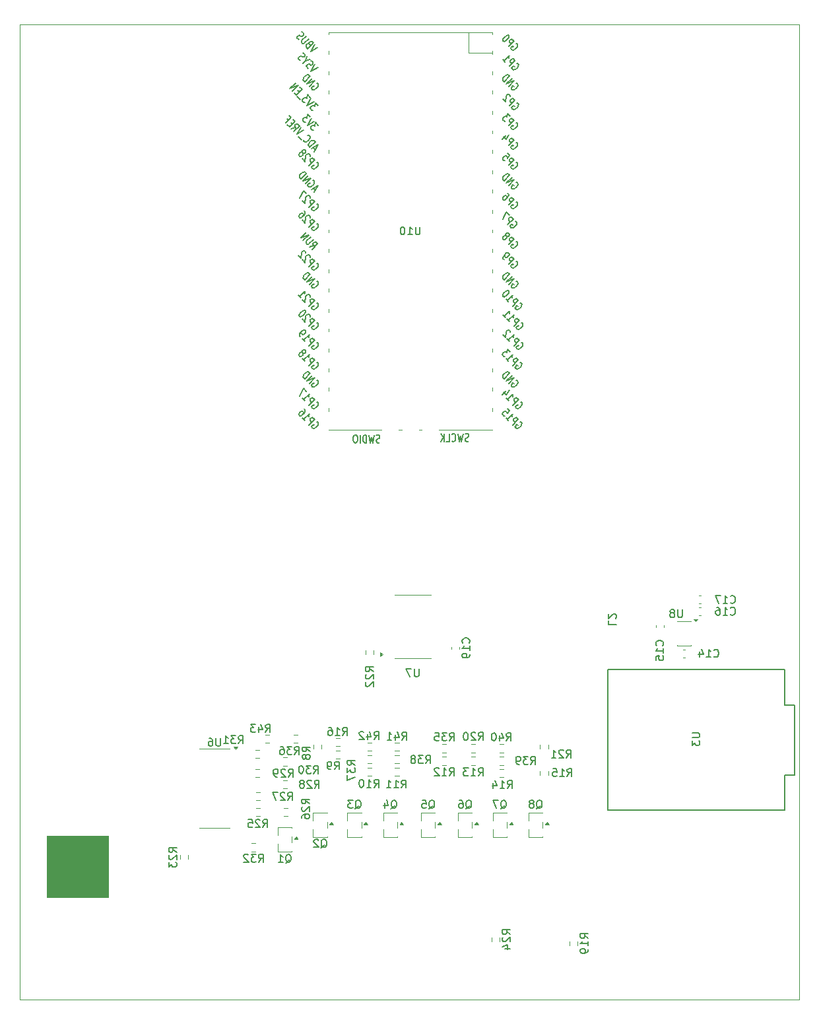
<source format=gbr>
%TF.GenerationSoftware,KiCad,Pcbnew,9.0.5*%
%TF.CreationDate,2025-11-13T17:06:43-05:00*%
%TF.ProjectId,Solder-Oven-PCB-V1,536f6c64-6572-42d4-9f76-656e2d504342,rev?*%
%TF.SameCoordinates,Original*%
%TF.FileFunction,Legend,Bot*%
%TF.FilePolarity,Positive*%
%FSLAX46Y46*%
G04 Gerber Fmt 4.6, Leading zero omitted, Abs format (unit mm)*
G04 Created by KiCad (PCBNEW 9.0.5) date 2025-11-13 17:06:43*
%MOMM*%
%LPD*%
G01*
G04 APERTURE LIST*
%ADD10C,0.160000*%
%ADD11C,0.120000*%
%ADD12C,0.127000*%
%TA.AperFunction,Profile*%
%ADD13C,0.050000*%
%TD*%
G04 APERTURE END LIST*
G36*
X103450000Y-154000000D02*
G01*
X111450000Y-154000000D01*
X111450000Y-162000000D01*
X103450000Y-162000000D01*
X103450000Y-154000000D01*
G37*
D10*
X134467857Y-146454299D02*
X134801190Y-145978108D01*
X135039285Y-146454299D02*
X135039285Y-145454299D01*
X135039285Y-145454299D02*
X134658333Y-145454299D01*
X134658333Y-145454299D02*
X134563095Y-145501918D01*
X134563095Y-145501918D02*
X134515476Y-145549537D01*
X134515476Y-145549537D02*
X134467857Y-145644775D01*
X134467857Y-145644775D02*
X134467857Y-145787632D01*
X134467857Y-145787632D02*
X134515476Y-145882870D01*
X134515476Y-145882870D02*
X134563095Y-145930489D01*
X134563095Y-145930489D02*
X134658333Y-145978108D01*
X134658333Y-145978108D02*
X135039285Y-145978108D01*
X134086904Y-145549537D02*
X134039285Y-145501918D01*
X134039285Y-145501918D02*
X133944047Y-145454299D01*
X133944047Y-145454299D02*
X133705952Y-145454299D01*
X133705952Y-145454299D02*
X133610714Y-145501918D01*
X133610714Y-145501918D02*
X133563095Y-145549537D01*
X133563095Y-145549537D02*
X133515476Y-145644775D01*
X133515476Y-145644775D02*
X133515476Y-145740013D01*
X133515476Y-145740013D02*
X133563095Y-145882870D01*
X133563095Y-145882870D02*
X134134523Y-146454299D01*
X134134523Y-146454299D02*
X133515476Y-146454299D01*
X133039285Y-146454299D02*
X132848809Y-146454299D01*
X132848809Y-146454299D02*
X132753571Y-146406680D01*
X132753571Y-146406680D02*
X132705952Y-146359060D01*
X132705952Y-146359060D02*
X132610714Y-146216203D01*
X132610714Y-146216203D02*
X132563095Y-146025727D01*
X132563095Y-146025727D02*
X132563095Y-145644775D01*
X132563095Y-145644775D02*
X132610714Y-145549537D01*
X132610714Y-145549537D02*
X132658333Y-145501918D01*
X132658333Y-145501918D02*
X132753571Y-145454299D01*
X132753571Y-145454299D02*
X132944047Y-145454299D01*
X132944047Y-145454299D02*
X133039285Y-145501918D01*
X133039285Y-145501918D02*
X133086904Y-145549537D01*
X133086904Y-145549537D02*
X133134523Y-145644775D01*
X133134523Y-145644775D02*
X133134523Y-145882870D01*
X133134523Y-145882870D02*
X133086904Y-145978108D01*
X133086904Y-145978108D02*
X133039285Y-146025727D01*
X133039285Y-146025727D02*
X132944047Y-146073346D01*
X132944047Y-146073346D02*
X132753571Y-146073346D01*
X132753571Y-146073346D02*
X132658333Y-146025727D01*
X132658333Y-146025727D02*
X132610714Y-145978108D01*
X132610714Y-145978108D02*
X132563095Y-145882870D01*
X191192857Y-124109060D02*
X191240476Y-124156680D01*
X191240476Y-124156680D02*
X191383333Y-124204299D01*
X191383333Y-124204299D02*
X191478571Y-124204299D01*
X191478571Y-124204299D02*
X191621428Y-124156680D01*
X191621428Y-124156680D02*
X191716666Y-124061441D01*
X191716666Y-124061441D02*
X191764285Y-123966203D01*
X191764285Y-123966203D02*
X191811904Y-123775727D01*
X191811904Y-123775727D02*
X191811904Y-123632870D01*
X191811904Y-123632870D02*
X191764285Y-123442394D01*
X191764285Y-123442394D02*
X191716666Y-123347156D01*
X191716666Y-123347156D02*
X191621428Y-123251918D01*
X191621428Y-123251918D02*
X191478571Y-123204299D01*
X191478571Y-123204299D02*
X191383333Y-123204299D01*
X191383333Y-123204299D02*
X191240476Y-123251918D01*
X191240476Y-123251918D02*
X191192857Y-123299537D01*
X190240476Y-124204299D02*
X190811904Y-124204299D01*
X190526190Y-124204299D02*
X190526190Y-123204299D01*
X190526190Y-123204299D02*
X190621428Y-123347156D01*
X190621428Y-123347156D02*
X190716666Y-123442394D01*
X190716666Y-123442394D02*
X190811904Y-123490013D01*
X189907142Y-123204299D02*
X189240476Y-123204299D01*
X189240476Y-123204299D02*
X189669047Y-124204299D01*
X130642857Y-157384299D02*
X130976190Y-156908108D01*
X131214285Y-157384299D02*
X131214285Y-156384299D01*
X131214285Y-156384299D02*
X130833333Y-156384299D01*
X130833333Y-156384299D02*
X130738095Y-156431918D01*
X130738095Y-156431918D02*
X130690476Y-156479537D01*
X130690476Y-156479537D02*
X130642857Y-156574775D01*
X130642857Y-156574775D02*
X130642857Y-156717632D01*
X130642857Y-156717632D02*
X130690476Y-156812870D01*
X130690476Y-156812870D02*
X130738095Y-156860489D01*
X130738095Y-156860489D02*
X130833333Y-156908108D01*
X130833333Y-156908108D02*
X131214285Y-156908108D01*
X130309523Y-156384299D02*
X129690476Y-156384299D01*
X129690476Y-156384299D02*
X130023809Y-156765251D01*
X130023809Y-156765251D02*
X129880952Y-156765251D01*
X129880952Y-156765251D02*
X129785714Y-156812870D01*
X129785714Y-156812870D02*
X129738095Y-156860489D01*
X129738095Y-156860489D02*
X129690476Y-156955727D01*
X129690476Y-156955727D02*
X129690476Y-157193822D01*
X129690476Y-157193822D02*
X129738095Y-157289060D01*
X129738095Y-157289060D02*
X129785714Y-157336680D01*
X129785714Y-157336680D02*
X129880952Y-157384299D01*
X129880952Y-157384299D02*
X130166666Y-157384299D01*
X130166666Y-157384299D02*
X130261904Y-157336680D01*
X130261904Y-157336680D02*
X130309523Y-157289060D01*
X129309523Y-156479537D02*
X129261904Y-156431918D01*
X129261904Y-156431918D02*
X129166666Y-156384299D01*
X129166666Y-156384299D02*
X128928571Y-156384299D01*
X128928571Y-156384299D02*
X128833333Y-156431918D01*
X128833333Y-156431918D02*
X128785714Y-156479537D01*
X128785714Y-156479537D02*
X128738095Y-156574775D01*
X128738095Y-156574775D02*
X128738095Y-156670013D01*
X128738095Y-156670013D02*
X128785714Y-156812870D01*
X128785714Y-156812870D02*
X129357142Y-157384299D01*
X129357142Y-157384299D02*
X128738095Y-157384299D01*
X149042857Y-141704299D02*
X149376190Y-141228108D01*
X149614285Y-141704299D02*
X149614285Y-140704299D01*
X149614285Y-140704299D02*
X149233333Y-140704299D01*
X149233333Y-140704299D02*
X149138095Y-140751918D01*
X149138095Y-140751918D02*
X149090476Y-140799537D01*
X149090476Y-140799537D02*
X149042857Y-140894775D01*
X149042857Y-140894775D02*
X149042857Y-141037632D01*
X149042857Y-141037632D02*
X149090476Y-141132870D01*
X149090476Y-141132870D02*
X149138095Y-141180489D01*
X149138095Y-141180489D02*
X149233333Y-141228108D01*
X149233333Y-141228108D02*
X149614285Y-141228108D01*
X148185714Y-141037632D02*
X148185714Y-141704299D01*
X148423809Y-140656680D02*
X148661904Y-141370965D01*
X148661904Y-141370965D02*
X148042857Y-141370965D01*
X147138095Y-141704299D02*
X147709523Y-141704299D01*
X147423809Y-141704299D02*
X147423809Y-140704299D01*
X147423809Y-140704299D02*
X147519047Y-140847156D01*
X147519047Y-140847156D02*
X147614285Y-140942394D01*
X147614285Y-140942394D02*
X147709523Y-140990013D01*
X137717857Y-146029299D02*
X138051190Y-145553108D01*
X138289285Y-146029299D02*
X138289285Y-145029299D01*
X138289285Y-145029299D02*
X137908333Y-145029299D01*
X137908333Y-145029299D02*
X137813095Y-145076918D01*
X137813095Y-145076918D02*
X137765476Y-145124537D01*
X137765476Y-145124537D02*
X137717857Y-145219775D01*
X137717857Y-145219775D02*
X137717857Y-145362632D01*
X137717857Y-145362632D02*
X137765476Y-145457870D01*
X137765476Y-145457870D02*
X137813095Y-145505489D01*
X137813095Y-145505489D02*
X137908333Y-145553108D01*
X137908333Y-145553108D02*
X138289285Y-145553108D01*
X137384523Y-145029299D02*
X136765476Y-145029299D01*
X136765476Y-145029299D02*
X137098809Y-145410251D01*
X137098809Y-145410251D02*
X136955952Y-145410251D01*
X136955952Y-145410251D02*
X136860714Y-145457870D01*
X136860714Y-145457870D02*
X136813095Y-145505489D01*
X136813095Y-145505489D02*
X136765476Y-145600727D01*
X136765476Y-145600727D02*
X136765476Y-145838822D01*
X136765476Y-145838822D02*
X136813095Y-145934060D01*
X136813095Y-145934060D02*
X136860714Y-145981680D01*
X136860714Y-145981680D02*
X136955952Y-146029299D01*
X136955952Y-146029299D02*
X137241666Y-146029299D01*
X137241666Y-146029299D02*
X137336904Y-145981680D01*
X137336904Y-145981680D02*
X137384523Y-145934060D01*
X136146428Y-145029299D02*
X136051190Y-145029299D01*
X136051190Y-145029299D02*
X135955952Y-145076918D01*
X135955952Y-145076918D02*
X135908333Y-145124537D01*
X135908333Y-145124537D02*
X135860714Y-145219775D01*
X135860714Y-145219775D02*
X135813095Y-145410251D01*
X135813095Y-145410251D02*
X135813095Y-145648346D01*
X135813095Y-145648346D02*
X135860714Y-145838822D01*
X135860714Y-145838822D02*
X135908333Y-145934060D01*
X135908333Y-145934060D02*
X135955952Y-145981680D01*
X135955952Y-145981680D02*
X136051190Y-146029299D01*
X136051190Y-146029299D02*
X136146428Y-146029299D01*
X136146428Y-146029299D02*
X136241666Y-145981680D01*
X136241666Y-145981680D02*
X136289285Y-145934060D01*
X136289285Y-145934060D02*
X136336904Y-145838822D01*
X136336904Y-145838822D02*
X136384523Y-145648346D01*
X136384523Y-145648346D02*
X136384523Y-145410251D01*
X136384523Y-145410251D02*
X136336904Y-145219775D01*
X136336904Y-145219775D02*
X136289285Y-145124537D01*
X136289285Y-145124537D02*
X136241666Y-145076918D01*
X136241666Y-145076918D02*
X136146428Y-145029299D01*
X152092857Y-144729299D02*
X152426190Y-144253108D01*
X152664285Y-144729299D02*
X152664285Y-143729299D01*
X152664285Y-143729299D02*
X152283333Y-143729299D01*
X152283333Y-143729299D02*
X152188095Y-143776918D01*
X152188095Y-143776918D02*
X152140476Y-143824537D01*
X152140476Y-143824537D02*
X152092857Y-143919775D01*
X152092857Y-143919775D02*
X152092857Y-144062632D01*
X152092857Y-144062632D02*
X152140476Y-144157870D01*
X152140476Y-144157870D02*
X152188095Y-144205489D01*
X152188095Y-144205489D02*
X152283333Y-144253108D01*
X152283333Y-144253108D02*
X152664285Y-144253108D01*
X151759523Y-143729299D02*
X151140476Y-143729299D01*
X151140476Y-143729299D02*
X151473809Y-144110251D01*
X151473809Y-144110251D02*
X151330952Y-144110251D01*
X151330952Y-144110251D02*
X151235714Y-144157870D01*
X151235714Y-144157870D02*
X151188095Y-144205489D01*
X151188095Y-144205489D02*
X151140476Y-144300727D01*
X151140476Y-144300727D02*
X151140476Y-144538822D01*
X151140476Y-144538822D02*
X151188095Y-144634060D01*
X151188095Y-144634060D02*
X151235714Y-144681680D01*
X151235714Y-144681680D02*
X151330952Y-144729299D01*
X151330952Y-144729299D02*
X151616666Y-144729299D01*
X151616666Y-144729299D02*
X151711904Y-144681680D01*
X151711904Y-144681680D02*
X151759523Y-144634060D01*
X150569047Y-144157870D02*
X150664285Y-144110251D01*
X150664285Y-144110251D02*
X150711904Y-144062632D01*
X150711904Y-144062632D02*
X150759523Y-143967394D01*
X150759523Y-143967394D02*
X150759523Y-143919775D01*
X150759523Y-143919775D02*
X150711904Y-143824537D01*
X150711904Y-143824537D02*
X150664285Y-143776918D01*
X150664285Y-143776918D02*
X150569047Y-143729299D01*
X150569047Y-143729299D02*
X150378571Y-143729299D01*
X150378571Y-143729299D02*
X150283333Y-143776918D01*
X150283333Y-143776918D02*
X150235714Y-143824537D01*
X150235714Y-143824537D02*
X150188095Y-143919775D01*
X150188095Y-143919775D02*
X150188095Y-143967394D01*
X150188095Y-143967394D02*
X150235714Y-144062632D01*
X150235714Y-144062632D02*
X150283333Y-144110251D01*
X150283333Y-144110251D02*
X150378571Y-144157870D01*
X150378571Y-144157870D02*
X150569047Y-144157870D01*
X150569047Y-144157870D02*
X150664285Y-144205489D01*
X150664285Y-144205489D02*
X150711904Y-144253108D01*
X150711904Y-144253108D02*
X150759523Y-144348346D01*
X150759523Y-144348346D02*
X150759523Y-144538822D01*
X150759523Y-144538822D02*
X150711904Y-144634060D01*
X150711904Y-144634060D02*
X150664285Y-144681680D01*
X150664285Y-144681680D02*
X150569047Y-144729299D01*
X150569047Y-144729299D02*
X150378571Y-144729299D01*
X150378571Y-144729299D02*
X150283333Y-144681680D01*
X150283333Y-144681680D02*
X150235714Y-144634060D01*
X150235714Y-144634060D02*
X150188095Y-144538822D01*
X150188095Y-144538822D02*
X150188095Y-144348346D01*
X150188095Y-144348346D02*
X150235714Y-144253108D01*
X150235714Y-144253108D02*
X150283333Y-144205489D01*
X150283333Y-144205489D02*
X150378571Y-144157870D01*
X170117857Y-144004299D02*
X170451190Y-143528108D01*
X170689285Y-144004299D02*
X170689285Y-143004299D01*
X170689285Y-143004299D02*
X170308333Y-143004299D01*
X170308333Y-143004299D02*
X170213095Y-143051918D01*
X170213095Y-143051918D02*
X170165476Y-143099537D01*
X170165476Y-143099537D02*
X170117857Y-143194775D01*
X170117857Y-143194775D02*
X170117857Y-143337632D01*
X170117857Y-143337632D02*
X170165476Y-143432870D01*
X170165476Y-143432870D02*
X170213095Y-143480489D01*
X170213095Y-143480489D02*
X170308333Y-143528108D01*
X170308333Y-143528108D02*
X170689285Y-143528108D01*
X169736904Y-143099537D02*
X169689285Y-143051918D01*
X169689285Y-143051918D02*
X169594047Y-143004299D01*
X169594047Y-143004299D02*
X169355952Y-143004299D01*
X169355952Y-143004299D02*
X169260714Y-143051918D01*
X169260714Y-143051918D02*
X169213095Y-143099537D01*
X169213095Y-143099537D02*
X169165476Y-143194775D01*
X169165476Y-143194775D02*
X169165476Y-143290013D01*
X169165476Y-143290013D02*
X169213095Y-143432870D01*
X169213095Y-143432870D02*
X169784523Y-144004299D01*
X169784523Y-144004299D02*
X169165476Y-144004299D01*
X168213095Y-144004299D02*
X168784523Y-144004299D01*
X168498809Y-144004299D02*
X168498809Y-143004299D01*
X168498809Y-143004299D02*
X168594047Y-143147156D01*
X168594047Y-143147156D02*
X168689285Y-143242394D01*
X168689285Y-143242394D02*
X168784523Y-143290013D01*
X145467857Y-141654299D02*
X145801190Y-141178108D01*
X146039285Y-141654299D02*
X146039285Y-140654299D01*
X146039285Y-140654299D02*
X145658333Y-140654299D01*
X145658333Y-140654299D02*
X145563095Y-140701918D01*
X145563095Y-140701918D02*
X145515476Y-140749537D01*
X145515476Y-140749537D02*
X145467857Y-140844775D01*
X145467857Y-140844775D02*
X145467857Y-140987632D01*
X145467857Y-140987632D02*
X145515476Y-141082870D01*
X145515476Y-141082870D02*
X145563095Y-141130489D01*
X145563095Y-141130489D02*
X145658333Y-141178108D01*
X145658333Y-141178108D02*
X146039285Y-141178108D01*
X144610714Y-140987632D02*
X144610714Y-141654299D01*
X144848809Y-140606680D02*
X145086904Y-141320965D01*
X145086904Y-141320965D02*
X144467857Y-141320965D01*
X144134523Y-140749537D02*
X144086904Y-140701918D01*
X144086904Y-140701918D02*
X143991666Y-140654299D01*
X143991666Y-140654299D02*
X143753571Y-140654299D01*
X143753571Y-140654299D02*
X143658333Y-140701918D01*
X143658333Y-140701918D02*
X143610714Y-140749537D01*
X143610714Y-140749537D02*
X143563095Y-140844775D01*
X143563095Y-140844775D02*
X143563095Y-140940013D01*
X143563095Y-140940013D02*
X143610714Y-141082870D01*
X143610714Y-141082870D02*
X144182142Y-141654299D01*
X144182142Y-141654299D02*
X143563095Y-141654299D01*
X147632738Y-150549537D02*
X147727976Y-150501918D01*
X147727976Y-150501918D02*
X147823214Y-150406680D01*
X147823214Y-150406680D02*
X147966071Y-150263822D01*
X147966071Y-150263822D02*
X148061309Y-150216203D01*
X148061309Y-150216203D02*
X148156547Y-150216203D01*
X148108928Y-150454299D02*
X148204166Y-150406680D01*
X148204166Y-150406680D02*
X148299404Y-150311441D01*
X148299404Y-150311441D02*
X148347023Y-150120965D01*
X148347023Y-150120965D02*
X148347023Y-149787632D01*
X148347023Y-149787632D02*
X148299404Y-149597156D01*
X148299404Y-149597156D02*
X148204166Y-149501918D01*
X148204166Y-149501918D02*
X148108928Y-149454299D01*
X148108928Y-149454299D02*
X147918452Y-149454299D01*
X147918452Y-149454299D02*
X147823214Y-149501918D01*
X147823214Y-149501918D02*
X147727976Y-149597156D01*
X147727976Y-149597156D02*
X147680357Y-149787632D01*
X147680357Y-149787632D02*
X147680357Y-150120965D01*
X147680357Y-150120965D02*
X147727976Y-150311441D01*
X147727976Y-150311441D02*
X147823214Y-150406680D01*
X147823214Y-150406680D02*
X147918452Y-150454299D01*
X147918452Y-150454299D02*
X148108928Y-150454299D01*
X146823214Y-149787632D02*
X146823214Y-150454299D01*
X147061309Y-149406680D02*
X147299404Y-150120965D01*
X147299404Y-150120965D02*
X146680357Y-150120965D01*
X137817857Y-147904299D02*
X138151190Y-147428108D01*
X138389285Y-147904299D02*
X138389285Y-146904299D01*
X138389285Y-146904299D02*
X138008333Y-146904299D01*
X138008333Y-146904299D02*
X137913095Y-146951918D01*
X137913095Y-146951918D02*
X137865476Y-146999537D01*
X137865476Y-146999537D02*
X137817857Y-147094775D01*
X137817857Y-147094775D02*
X137817857Y-147237632D01*
X137817857Y-147237632D02*
X137865476Y-147332870D01*
X137865476Y-147332870D02*
X137913095Y-147380489D01*
X137913095Y-147380489D02*
X138008333Y-147428108D01*
X138008333Y-147428108D02*
X138389285Y-147428108D01*
X137436904Y-146999537D02*
X137389285Y-146951918D01*
X137389285Y-146951918D02*
X137294047Y-146904299D01*
X137294047Y-146904299D02*
X137055952Y-146904299D01*
X137055952Y-146904299D02*
X136960714Y-146951918D01*
X136960714Y-146951918D02*
X136913095Y-146999537D01*
X136913095Y-146999537D02*
X136865476Y-147094775D01*
X136865476Y-147094775D02*
X136865476Y-147190013D01*
X136865476Y-147190013D02*
X136913095Y-147332870D01*
X136913095Y-147332870D02*
X137484523Y-147904299D01*
X137484523Y-147904299D02*
X136865476Y-147904299D01*
X136294047Y-147332870D02*
X136389285Y-147285251D01*
X136389285Y-147285251D02*
X136436904Y-147237632D01*
X136436904Y-147237632D02*
X136484523Y-147142394D01*
X136484523Y-147142394D02*
X136484523Y-147094775D01*
X136484523Y-147094775D02*
X136436904Y-146999537D01*
X136436904Y-146999537D02*
X136389285Y-146951918D01*
X136389285Y-146951918D02*
X136294047Y-146904299D01*
X136294047Y-146904299D02*
X136103571Y-146904299D01*
X136103571Y-146904299D02*
X136008333Y-146951918D01*
X136008333Y-146951918D02*
X135960714Y-146999537D01*
X135960714Y-146999537D02*
X135913095Y-147094775D01*
X135913095Y-147094775D02*
X135913095Y-147142394D01*
X135913095Y-147142394D02*
X135960714Y-147237632D01*
X135960714Y-147237632D02*
X136008333Y-147285251D01*
X136008333Y-147285251D02*
X136103571Y-147332870D01*
X136103571Y-147332870D02*
X136294047Y-147332870D01*
X136294047Y-147332870D02*
X136389285Y-147380489D01*
X136389285Y-147380489D02*
X136436904Y-147428108D01*
X136436904Y-147428108D02*
X136484523Y-147523346D01*
X136484523Y-147523346D02*
X136484523Y-147713822D01*
X136484523Y-147713822D02*
X136436904Y-147809060D01*
X136436904Y-147809060D02*
X136389285Y-147856680D01*
X136389285Y-147856680D02*
X136294047Y-147904299D01*
X136294047Y-147904299D02*
X136103571Y-147904299D01*
X136103571Y-147904299D02*
X136008333Y-147856680D01*
X136008333Y-147856680D02*
X135960714Y-147809060D01*
X135960714Y-147809060D02*
X135913095Y-147713822D01*
X135913095Y-147713822D02*
X135913095Y-147523346D01*
X135913095Y-147523346D02*
X135960714Y-147428108D01*
X135960714Y-147428108D02*
X136008333Y-147380489D01*
X136008333Y-147380489D02*
X136103571Y-147332870D01*
X185011904Y-125004299D02*
X185011904Y-125813822D01*
X185011904Y-125813822D02*
X184964285Y-125909060D01*
X184964285Y-125909060D02*
X184916666Y-125956680D01*
X184916666Y-125956680D02*
X184821428Y-126004299D01*
X184821428Y-126004299D02*
X184630952Y-126004299D01*
X184630952Y-126004299D02*
X184535714Y-125956680D01*
X184535714Y-125956680D02*
X184488095Y-125909060D01*
X184488095Y-125909060D02*
X184440476Y-125813822D01*
X184440476Y-125813822D02*
X184440476Y-125004299D01*
X183821428Y-125432870D02*
X183916666Y-125385251D01*
X183916666Y-125385251D02*
X183964285Y-125337632D01*
X183964285Y-125337632D02*
X184011904Y-125242394D01*
X184011904Y-125242394D02*
X184011904Y-125194775D01*
X184011904Y-125194775D02*
X183964285Y-125099537D01*
X183964285Y-125099537D02*
X183916666Y-125051918D01*
X183916666Y-125051918D02*
X183821428Y-125004299D01*
X183821428Y-125004299D02*
X183630952Y-125004299D01*
X183630952Y-125004299D02*
X183535714Y-125051918D01*
X183535714Y-125051918D02*
X183488095Y-125099537D01*
X183488095Y-125099537D02*
X183440476Y-125194775D01*
X183440476Y-125194775D02*
X183440476Y-125242394D01*
X183440476Y-125242394D02*
X183488095Y-125337632D01*
X183488095Y-125337632D02*
X183535714Y-125385251D01*
X183535714Y-125385251D02*
X183630952Y-125432870D01*
X183630952Y-125432870D02*
X183821428Y-125432870D01*
X183821428Y-125432870D02*
X183916666Y-125480489D01*
X183916666Y-125480489D02*
X183964285Y-125528108D01*
X183964285Y-125528108D02*
X184011904Y-125623346D01*
X184011904Y-125623346D02*
X184011904Y-125813822D01*
X184011904Y-125813822D02*
X183964285Y-125909060D01*
X183964285Y-125909060D02*
X183916666Y-125956680D01*
X183916666Y-125956680D02*
X183821428Y-126004299D01*
X183821428Y-126004299D02*
X183630952Y-126004299D01*
X183630952Y-126004299D02*
X183535714Y-125956680D01*
X183535714Y-125956680D02*
X183488095Y-125909060D01*
X183488095Y-125909060D02*
X183440476Y-125813822D01*
X183440476Y-125813822D02*
X183440476Y-125623346D01*
X183440476Y-125623346D02*
X183488095Y-125528108D01*
X183488095Y-125528108D02*
X183535714Y-125480489D01*
X183535714Y-125480489D02*
X183630952Y-125432870D01*
X131192857Y-152929299D02*
X131526190Y-152453108D01*
X131764285Y-152929299D02*
X131764285Y-151929299D01*
X131764285Y-151929299D02*
X131383333Y-151929299D01*
X131383333Y-151929299D02*
X131288095Y-151976918D01*
X131288095Y-151976918D02*
X131240476Y-152024537D01*
X131240476Y-152024537D02*
X131192857Y-152119775D01*
X131192857Y-152119775D02*
X131192857Y-152262632D01*
X131192857Y-152262632D02*
X131240476Y-152357870D01*
X131240476Y-152357870D02*
X131288095Y-152405489D01*
X131288095Y-152405489D02*
X131383333Y-152453108D01*
X131383333Y-152453108D02*
X131764285Y-152453108D01*
X130811904Y-152024537D02*
X130764285Y-151976918D01*
X130764285Y-151976918D02*
X130669047Y-151929299D01*
X130669047Y-151929299D02*
X130430952Y-151929299D01*
X130430952Y-151929299D02*
X130335714Y-151976918D01*
X130335714Y-151976918D02*
X130288095Y-152024537D01*
X130288095Y-152024537D02*
X130240476Y-152119775D01*
X130240476Y-152119775D02*
X130240476Y-152215013D01*
X130240476Y-152215013D02*
X130288095Y-152357870D01*
X130288095Y-152357870D02*
X130859523Y-152929299D01*
X130859523Y-152929299D02*
X130240476Y-152929299D01*
X129335714Y-151929299D02*
X129811904Y-151929299D01*
X129811904Y-151929299D02*
X129859523Y-152405489D01*
X129859523Y-152405489D02*
X129811904Y-152357870D01*
X129811904Y-152357870D02*
X129716666Y-152310251D01*
X129716666Y-152310251D02*
X129478571Y-152310251D01*
X129478571Y-152310251D02*
X129383333Y-152357870D01*
X129383333Y-152357870D02*
X129335714Y-152405489D01*
X129335714Y-152405489D02*
X129288095Y-152500727D01*
X129288095Y-152500727D02*
X129288095Y-152738822D01*
X129288095Y-152738822D02*
X129335714Y-152834060D01*
X129335714Y-152834060D02*
X129383333Y-152881680D01*
X129383333Y-152881680D02*
X129478571Y-152929299D01*
X129478571Y-152929299D02*
X129716666Y-152929299D01*
X129716666Y-152929299D02*
X129811904Y-152881680D01*
X129811904Y-152881680D02*
X129859523Y-152834060D01*
X152495238Y-150549537D02*
X152590476Y-150501918D01*
X152590476Y-150501918D02*
X152685714Y-150406680D01*
X152685714Y-150406680D02*
X152828571Y-150263822D01*
X152828571Y-150263822D02*
X152923809Y-150216203D01*
X152923809Y-150216203D02*
X153019047Y-150216203D01*
X152971428Y-150454299D02*
X153066666Y-150406680D01*
X153066666Y-150406680D02*
X153161904Y-150311441D01*
X153161904Y-150311441D02*
X153209523Y-150120965D01*
X153209523Y-150120965D02*
X153209523Y-149787632D01*
X153209523Y-149787632D02*
X153161904Y-149597156D01*
X153161904Y-149597156D02*
X153066666Y-149501918D01*
X153066666Y-149501918D02*
X152971428Y-149454299D01*
X152971428Y-149454299D02*
X152780952Y-149454299D01*
X152780952Y-149454299D02*
X152685714Y-149501918D01*
X152685714Y-149501918D02*
X152590476Y-149597156D01*
X152590476Y-149597156D02*
X152542857Y-149787632D01*
X152542857Y-149787632D02*
X152542857Y-150120965D01*
X152542857Y-150120965D02*
X152590476Y-150311441D01*
X152590476Y-150311441D02*
X152685714Y-150406680D01*
X152685714Y-150406680D02*
X152780952Y-150454299D01*
X152780952Y-150454299D02*
X152971428Y-150454299D01*
X151638095Y-149454299D02*
X152114285Y-149454299D01*
X152114285Y-149454299D02*
X152161904Y-149930489D01*
X152161904Y-149930489D02*
X152114285Y-149882870D01*
X152114285Y-149882870D02*
X152019047Y-149835251D01*
X152019047Y-149835251D02*
X151780952Y-149835251D01*
X151780952Y-149835251D02*
X151685714Y-149882870D01*
X151685714Y-149882870D02*
X151638095Y-149930489D01*
X151638095Y-149930489D02*
X151590476Y-150025727D01*
X151590476Y-150025727D02*
X151590476Y-150263822D01*
X151590476Y-150263822D02*
X151638095Y-150359060D01*
X151638095Y-150359060D02*
X151685714Y-150406680D01*
X151685714Y-150406680D02*
X151780952Y-150454299D01*
X151780952Y-150454299D02*
X152019047Y-150454299D01*
X152019047Y-150454299D02*
X152114285Y-150406680D01*
X152114285Y-150406680D02*
X152161904Y-150359060D01*
X137179299Y-149907142D02*
X136703108Y-149573809D01*
X137179299Y-149335714D02*
X136179299Y-149335714D01*
X136179299Y-149335714D02*
X136179299Y-149716666D01*
X136179299Y-149716666D02*
X136226918Y-149811904D01*
X136226918Y-149811904D02*
X136274537Y-149859523D01*
X136274537Y-149859523D02*
X136369775Y-149907142D01*
X136369775Y-149907142D02*
X136512632Y-149907142D01*
X136512632Y-149907142D02*
X136607870Y-149859523D01*
X136607870Y-149859523D02*
X136655489Y-149811904D01*
X136655489Y-149811904D02*
X136703108Y-149716666D01*
X136703108Y-149716666D02*
X136703108Y-149335714D01*
X136274537Y-150288095D02*
X136226918Y-150335714D01*
X136226918Y-150335714D02*
X136179299Y-150430952D01*
X136179299Y-150430952D02*
X136179299Y-150669047D01*
X136179299Y-150669047D02*
X136226918Y-150764285D01*
X136226918Y-150764285D02*
X136274537Y-150811904D01*
X136274537Y-150811904D02*
X136369775Y-150859523D01*
X136369775Y-150859523D02*
X136465013Y-150859523D01*
X136465013Y-150859523D02*
X136607870Y-150811904D01*
X136607870Y-150811904D02*
X137179299Y-150240476D01*
X137179299Y-150240476D02*
X137179299Y-150859523D01*
X136179299Y-151716666D02*
X136179299Y-151526190D01*
X136179299Y-151526190D02*
X136226918Y-151430952D01*
X136226918Y-151430952D02*
X136274537Y-151383333D01*
X136274537Y-151383333D02*
X136417394Y-151288095D01*
X136417394Y-151288095D02*
X136607870Y-151240476D01*
X136607870Y-151240476D02*
X136988822Y-151240476D01*
X136988822Y-151240476D02*
X137084060Y-151288095D01*
X137084060Y-151288095D02*
X137131680Y-151335714D01*
X137131680Y-151335714D02*
X137179299Y-151430952D01*
X137179299Y-151430952D02*
X137179299Y-151621428D01*
X137179299Y-151621428D02*
X137131680Y-151716666D01*
X137131680Y-151716666D02*
X137084060Y-151764285D01*
X137084060Y-151764285D02*
X136988822Y-151811904D01*
X136988822Y-151811904D02*
X136750727Y-151811904D01*
X136750727Y-151811904D02*
X136655489Y-151764285D01*
X136655489Y-151764285D02*
X136607870Y-151716666D01*
X136607870Y-151716666D02*
X136560251Y-151621428D01*
X136560251Y-151621428D02*
X136560251Y-151430952D01*
X136560251Y-151430952D02*
X136607870Y-151335714D01*
X136607870Y-151335714D02*
X136655489Y-151288095D01*
X136655489Y-151288095D02*
X136750727Y-151240476D01*
X170242857Y-146404299D02*
X170576190Y-145928108D01*
X170814285Y-146404299D02*
X170814285Y-145404299D01*
X170814285Y-145404299D02*
X170433333Y-145404299D01*
X170433333Y-145404299D02*
X170338095Y-145451918D01*
X170338095Y-145451918D02*
X170290476Y-145499537D01*
X170290476Y-145499537D02*
X170242857Y-145594775D01*
X170242857Y-145594775D02*
X170242857Y-145737632D01*
X170242857Y-145737632D02*
X170290476Y-145832870D01*
X170290476Y-145832870D02*
X170338095Y-145880489D01*
X170338095Y-145880489D02*
X170433333Y-145928108D01*
X170433333Y-145928108D02*
X170814285Y-145928108D01*
X169290476Y-146404299D02*
X169861904Y-146404299D01*
X169576190Y-146404299D02*
X169576190Y-145404299D01*
X169576190Y-145404299D02*
X169671428Y-145547156D01*
X169671428Y-145547156D02*
X169766666Y-145642394D01*
X169766666Y-145642394D02*
X169861904Y-145690013D01*
X168385714Y-145404299D02*
X168861904Y-145404299D01*
X168861904Y-145404299D02*
X168909523Y-145880489D01*
X168909523Y-145880489D02*
X168861904Y-145832870D01*
X168861904Y-145832870D02*
X168766666Y-145785251D01*
X168766666Y-145785251D02*
X168528571Y-145785251D01*
X168528571Y-145785251D02*
X168433333Y-145832870D01*
X168433333Y-145832870D02*
X168385714Y-145880489D01*
X168385714Y-145880489D02*
X168338095Y-145975727D01*
X168338095Y-145975727D02*
X168338095Y-146213822D01*
X168338095Y-146213822D02*
X168385714Y-146309060D01*
X168385714Y-146309060D02*
X168433333Y-146356680D01*
X168433333Y-146356680D02*
X168528571Y-146404299D01*
X168528571Y-146404299D02*
X168766666Y-146404299D01*
X168766666Y-146404299D02*
X168861904Y-146356680D01*
X168861904Y-146356680D02*
X168909523Y-146309060D01*
X155130357Y-141824299D02*
X155463690Y-141348108D01*
X155701785Y-141824299D02*
X155701785Y-140824299D01*
X155701785Y-140824299D02*
X155320833Y-140824299D01*
X155320833Y-140824299D02*
X155225595Y-140871918D01*
X155225595Y-140871918D02*
X155177976Y-140919537D01*
X155177976Y-140919537D02*
X155130357Y-141014775D01*
X155130357Y-141014775D02*
X155130357Y-141157632D01*
X155130357Y-141157632D02*
X155177976Y-141252870D01*
X155177976Y-141252870D02*
X155225595Y-141300489D01*
X155225595Y-141300489D02*
X155320833Y-141348108D01*
X155320833Y-141348108D02*
X155701785Y-141348108D01*
X154797023Y-140824299D02*
X154177976Y-140824299D01*
X154177976Y-140824299D02*
X154511309Y-141205251D01*
X154511309Y-141205251D02*
X154368452Y-141205251D01*
X154368452Y-141205251D02*
X154273214Y-141252870D01*
X154273214Y-141252870D02*
X154225595Y-141300489D01*
X154225595Y-141300489D02*
X154177976Y-141395727D01*
X154177976Y-141395727D02*
X154177976Y-141633822D01*
X154177976Y-141633822D02*
X154225595Y-141729060D01*
X154225595Y-141729060D02*
X154273214Y-141776680D01*
X154273214Y-141776680D02*
X154368452Y-141824299D01*
X154368452Y-141824299D02*
X154654166Y-141824299D01*
X154654166Y-141824299D02*
X154749404Y-141776680D01*
X154749404Y-141776680D02*
X154797023Y-141729060D01*
X153273214Y-140824299D02*
X153749404Y-140824299D01*
X153749404Y-140824299D02*
X153797023Y-141300489D01*
X153797023Y-141300489D02*
X153749404Y-141252870D01*
X153749404Y-141252870D02*
X153654166Y-141205251D01*
X153654166Y-141205251D02*
X153416071Y-141205251D01*
X153416071Y-141205251D02*
X153320833Y-141252870D01*
X153320833Y-141252870D02*
X153273214Y-141300489D01*
X153273214Y-141300489D02*
X153225595Y-141395727D01*
X153225595Y-141395727D02*
X153225595Y-141633822D01*
X153225595Y-141633822D02*
X153273214Y-141729060D01*
X153273214Y-141729060D02*
X153320833Y-141776680D01*
X153320833Y-141776680D02*
X153416071Y-141824299D01*
X153416071Y-141824299D02*
X153654166Y-141824299D01*
X153654166Y-141824299D02*
X153749404Y-141776680D01*
X153749404Y-141776680D02*
X153797023Y-141729060D01*
X134380357Y-149429299D02*
X134713690Y-148953108D01*
X134951785Y-149429299D02*
X134951785Y-148429299D01*
X134951785Y-148429299D02*
X134570833Y-148429299D01*
X134570833Y-148429299D02*
X134475595Y-148476918D01*
X134475595Y-148476918D02*
X134427976Y-148524537D01*
X134427976Y-148524537D02*
X134380357Y-148619775D01*
X134380357Y-148619775D02*
X134380357Y-148762632D01*
X134380357Y-148762632D02*
X134427976Y-148857870D01*
X134427976Y-148857870D02*
X134475595Y-148905489D01*
X134475595Y-148905489D02*
X134570833Y-148953108D01*
X134570833Y-148953108D02*
X134951785Y-148953108D01*
X133999404Y-148524537D02*
X133951785Y-148476918D01*
X133951785Y-148476918D02*
X133856547Y-148429299D01*
X133856547Y-148429299D02*
X133618452Y-148429299D01*
X133618452Y-148429299D02*
X133523214Y-148476918D01*
X133523214Y-148476918D02*
X133475595Y-148524537D01*
X133475595Y-148524537D02*
X133427976Y-148619775D01*
X133427976Y-148619775D02*
X133427976Y-148715013D01*
X133427976Y-148715013D02*
X133475595Y-148857870D01*
X133475595Y-148857870D02*
X134047023Y-149429299D01*
X134047023Y-149429299D02*
X133427976Y-149429299D01*
X133094642Y-148429299D02*
X132427976Y-148429299D01*
X132427976Y-148429299D02*
X132856547Y-149429299D01*
X143029299Y-144932142D02*
X142553108Y-144598809D01*
X143029299Y-144360714D02*
X142029299Y-144360714D01*
X142029299Y-144360714D02*
X142029299Y-144741666D01*
X142029299Y-144741666D02*
X142076918Y-144836904D01*
X142076918Y-144836904D02*
X142124537Y-144884523D01*
X142124537Y-144884523D02*
X142219775Y-144932142D01*
X142219775Y-144932142D02*
X142362632Y-144932142D01*
X142362632Y-144932142D02*
X142457870Y-144884523D01*
X142457870Y-144884523D02*
X142505489Y-144836904D01*
X142505489Y-144836904D02*
X142553108Y-144741666D01*
X142553108Y-144741666D02*
X142553108Y-144360714D01*
X142029299Y-145265476D02*
X142029299Y-145884523D01*
X142029299Y-145884523D02*
X142410251Y-145551190D01*
X142410251Y-145551190D02*
X142410251Y-145694047D01*
X142410251Y-145694047D02*
X142457870Y-145789285D01*
X142457870Y-145789285D02*
X142505489Y-145836904D01*
X142505489Y-145836904D02*
X142600727Y-145884523D01*
X142600727Y-145884523D02*
X142838822Y-145884523D01*
X142838822Y-145884523D02*
X142934060Y-145836904D01*
X142934060Y-145836904D02*
X142981680Y-145789285D01*
X142981680Y-145789285D02*
X143029299Y-145694047D01*
X143029299Y-145694047D02*
X143029299Y-145408333D01*
X143029299Y-145408333D02*
X142981680Y-145313095D01*
X142981680Y-145313095D02*
X142934060Y-145265476D01*
X142029299Y-146217857D02*
X142029299Y-146884523D01*
X142029299Y-146884523D02*
X143029299Y-146455952D01*
X172934299Y-167157142D02*
X172458108Y-166823809D01*
X172934299Y-166585714D02*
X171934299Y-166585714D01*
X171934299Y-166585714D02*
X171934299Y-166966666D01*
X171934299Y-166966666D02*
X171981918Y-167061904D01*
X171981918Y-167061904D02*
X172029537Y-167109523D01*
X172029537Y-167109523D02*
X172124775Y-167157142D01*
X172124775Y-167157142D02*
X172267632Y-167157142D01*
X172267632Y-167157142D02*
X172362870Y-167109523D01*
X172362870Y-167109523D02*
X172410489Y-167061904D01*
X172410489Y-167061904D02*
X172458108Y-166966666D01*
X172458108Y-166966666D02*
X172458108Y-166585714D01*
X172934299Y-168109523D02*
X172934299Y-167538095D01*
X172934299Y-167823809D02*
X171934299Y-167823809D01*
X171934299Y-167823809D02*
X172077156Y-167728571D01*
X172077156Y-167728571D02*
X172172394Y-167633333D01*
X172172394Y-167633333D02*
X172220013Y-167538095D01*
X172934299Y-168585714D02*
X172934299Y-168776190D01*
X172934299Y-168776190D02*
X172886680Y-168871428D01*
X172886680Y-168871428D02*
X172839060Y-168919047D01*
X172839060Y-168919047D02*
X172696203Y-169014285D01*
X172696203Y-169014285D02*
X172505727Y-169061904D01*
X172505727Y-169061904D02*
X172124775Y-169061904D01*
X172124775Y-169061904D02*
X172029537Y-169014285D01*
X172029537Y-169014285D02*
X171981918Y-168966666D01*
X171981918Y-168966666D02*
X171934299Y-168871428D01*
X171934299Y-168871428D02*
X171934299Y-168680952D01*
X171934299Y-168680952D02*
X171981918Y-168585714D01*
X171981918Y-168585714D02*
X172029537Y-168538095D01*
X172029537Y-168538095D02*
X172124775Y-168490476D01*
X172124775Y-168490476D02*
X172362870Y-168490476D01*
X172362870Y-168490476D02*
X172458108Y-168538095D01*
X172458108Y-168538095D02*
X172505727Y-168585714D01*
X172505727Y-168585714D02*
X172553346Y-168680952D01*
X172553346Y-168680952D02*
X172553346Y-168871428D01*
X172553346Y-168871428D02*
X172505727Y-168966666D01*
X172505727Y-168966666D02*
X172458108Y-169014285D01*
X172458108Y-169014285D02*
X172362870Y-169061904D01*
X175545700Y-126416666D02*
X175545700Y-126892856D01*
X175545700Y-126892856D02*
X176545700Y-126892856D01*
X176450462Y-126130951D02*
X176498081Y-126083332D01*
X176498081Y-126083332D02*
X176545700Y-125988094D01*
X176545700Y-125988094D02*
X176545700Y-125749999D01*
X176545700Y-125749999D02*
X176498081Y-125654761D01*
X176498081Y-125654761D02*
X176450462Y-125607142D01*
X176450462Y-125607142D02*
X176355224Y-125559523D01*
X176355224Y-125559523D02*
X176259986Y-125559523D01*
X176259986Y-125559523D02*
X176117129Y-125607142D01*
X176117129Y-125607142D02*
X175545700Y-126178570D01*
X175545700Y-126178570D02*
X175545700Y-125559523D01*
X182509060Y-129607142D02*
X182556680Y-129559523D01*
X182556680Y-129559523D02*
X182604299Y-129416666D01*
X182604299Y-129416666D02*
X182604299Y-129321428D01*
X182604299Y-129321428D02*
X182556680Y-129178571D01*
X182556680Y-129178571D02*
X182461441Y-129083333D01*
X182461441Y-129083333D02*
X182366203Y-129035714D01*
X182366203Y-129035714D02*
X182175727Y-128988095D01*
X182175727Y-128988095D02*
X182032870Y-128988095D01*
X182032870Y-128988095D02*
X181842394Y-129035714D01*
X181842394Y-129035714D02*
X181747156Y-129083333D01*
X181747156Y-129083333D02*
X181651918Y-129178571D01*
X181651918Y-129178571D02*
X181604299Y-129321428D01*
X181604299Y-129321428D02*
X181604299Y-129416666D01*
X181604299Y-129416666D02*
X181651918Y-129559523D01*
X181651918Y-129559523D02*
X181699537Y-129607142D01*
X182604299Y-130559523D02*
X182604299Y-129988095D01*
X182604299Y-130273809D02*
X181604299Y-130273809D01*
X181604299Y-130273809D02*
X181747156Y-130178571D01*
X181747156Y-130178571D02*
X181842394Y-130083333D01*
X181842394Y-130083333D02*
X181890013Y-129988095D01*
X181604299Y-131464285D02*
X181604299Y-130988095D01*
X181604299Y-130988095D02*
X182080489Y-130940476D01*
X182080489Y-130940476D02*
X182032870Y-130988095D01*
X182032870Y-130988095D02*
X181985251Y-131083333D01*
X181985251Y-131083333D02*
X181985251Y-131321428D01*
X181985251Y-131321428D02*
X182032870Y-131416666D01*
X182032870Y-131416666D02*
X182080489Y-131464285D01*
X182080489Y-131464285D02*
X182175727Y-131511904D01*
X182175727Y-131511904D02*
X182413822Y-131511904D01*
X182413822Y-131511904D02*
X182509060Y-131464285D01*
X182509060Y-131464285D02*
X182556680Y-131416666D01*
X182556680Y-131416666D02*
X182604299Y-131321428D01*
X182604299Y-131321428D02*
X182604299Y-131083333D01*
X182604299Y-131083333D02*
X182556680Y-130988095D01*
X182556680Y-130988095D02*
X182509060Y-130940476D01*
X161695238Y-150549537D02*
X161790476Y-150501918D01*
X161790476Y-150501918D02*
X161885714Y-150406680D01*
X161885714Y-150406680D02*
X162028571Y-150263822D01*
X162028571Y-150263822D02*
X162123809Y-150216203D01*
X162123809Y-150216203D02*
X162219047Y-150216203D01*
X162171428Y-150454299D02*
X162266666Y-150406680D01*
X162266666Y-150406680D02*
X162361904Y-150311441D01*
X162361904Y-150311441D02*
X162409523Y-150120965D01*
X162409523Y-150120965D02*
X162409523Y-149787632D01*
X162409523Y-149787632D02*
X162361904Y-149597156D01*
X162361904Y-149597156D02*
X162266666Y-149501918D01*
X162266666Y-149501918D02*
X162171428Y-149454299D01*
X162171428Y-149454299D02*
X161980952Y-149454299D01*
X161980952Y-149454299D02*
X161885714Y-149501918D01*
X161885714Y-149501918D02*
X161790476Y-149597156D01*
X161790476Y-149597156D02*
X161742857Y-149787632D01*
X161742857Y-149787632D02*
X161742857Y-150120965D01*
X161742857Y-150120965D02*
X161790476Y-150311441D01*
X161790476Y-150311441D02*
X161885714Y-150406680D01*
X161885714Y-150406680D02*
X161980952Y-150454299D01*
X161980952Y-150454299D02*
X162171428Y-150454299D01*
X161409523Y-149454299D02*
X160742857Y-149454299D01*
X160742857Y-149454299D02*
X161171428Y-150454299D01*
X151199404Y-132604299D02*
X151199404Y-133413822D01*
X151199404Y-133413822D02*
X151151785Y-133509060D01*
X151151785Y-133509060D02*
X151104166Y-133556680D01*
X151104166Y-133556680D02*
X151008928Y-133604299D01*
X151008928Y-133604299D02*
X150818452Y-133604299D01*
X150818452Y-133604299D02*
X150723214Y-133556680D01*
X150723214Y-133556680D02*
X150675595Y-133509060D01*
X150675595Y-133509060D02*
X150627976Y-133413822D01*
X150627976Y-133413822D02*
X150627976Y-132604299D01*
X150247023Y-132604299D02*
X149580357Y-132604299D01*
X149580357Y-132604299D02*
X150008928Y-133604299D01*
X166295238Y-150549537D02*
X166390476Y-150501918D01*
X166390476Y-150501918D02*
X166485714Y-150406680D01*
X166485714Y-150406680D02*
X166628571Y-150263822D01*
X166628571Y-150263822D02*
X166723809Y-150216203D01*
X166723809Y-150216203D02*
X166819047Y-150216203D01*
X166771428Y-150454299D02*
X166866666Y-150406680D01*
X166866666Y-150406680D02*
X166961904Y-150311441D01*
X166961904Y-150311441D02*
X167009523Y-150120965D01*
X167009523Y-150120965D02*
X167009523Y-149787632D01*
X167009523Y-149787632D02*
X166961904Y-149597156D01*
X166961904Y-149597156D02*
X166866666Y-149501918D01*
X166866666Y-149501918D02*
X166771428Y-149454299D01*
X166771428Y-149454299D02*
X166580952Y-149454299D01*
X166580952Y-149454299D02*
X166485714Y-149501918D01*
X166485714Y-149501918D02*
X166390476Y-149597156D01*
X166390476Y-149597156D02*
X166342857Y-149787632D01*
X166342857Y-149787632D02*
X166342857Y-150120965D01*
X166342857Y-150120965D02*
X166390476Y-150311441D01*
X166390476Y-150311441D02*
X166485714Y-150406680D01*
X166485714Y-150406680D02*
X166580952Y-150454299D01*
X166580952Y-150454299D02*
X166771428Y-150454299D01*
X165771428Y-149882870D02*
X165866666Y-149835251D01*
X165866666Y-149835251D02*
X165914285Y-149787632D01*
X165914285Y-149787632D02*
X165961904Y-149692394D01*
X165961904Y-149692394D02*
X165961904Y-149644775D01*
X165961904Y-149644775D02*
X165914285Y-149549537D01*
X165914285Y-149549537D02*
X165866666Y-149501918D01*
X165866666Y-149501918D02*
X165771428Y-149454299D01*
X165771428Y-149454299D02*
X165580952Y-149454299D01*
X165580952Y-149454299D02*
X165485714Y-149501918D01*
X165485714Y-149501918D02*
X165438095Y-149549537D01*
X165438095Y-149549537D02*
X165390476Y-149644775D01*
X165390476Y-149644775D02*
X165390476Y-149692394D01*
X165390476Y-149692394D02*
X165438095Y-149787632D01*
X165438095Y-149787632D02*
X165485714Y-149835251D01*
X165485714Y-149835251D02*
X165580952Y-149882870D01*
X165580952Y-149882870D02*
X165771428Y-149882870D01*
X165771428Y-149882870D02*
X165866666Y-149930489D01*
X165866666Y-149930489D02*
X165914285Y-149978108D01*
X165914285Y-149978108D02*
X165961904Y-150073346D01*
X165961904Y-150073346D02*
X165961904Y-150263822D01*
X165961904Y-150263822D02*
X165914285Y-150359060D01*
X165914285Y-150359060D02*
X165866666Y-150406680D01*
X165866666Y-150406680D02*
X165771428Y-150454299D01*
X165771428Y-150454299D02*
X165580952Y-150454299D01*
X165580952Y-150454299D02*
X165485714Y-150406680D01*
X165485714Y-150406680D02*
X165438095Y-150359060D01*
X165438095Y-150359060D02*
X165390476Y-150263822D01*
X165390476Y-150263822D02*
X165390476Y-150073346D01*
X165390476Y-150073346D02*
X165438095Y-149978108D01*
X165438095Y-149978108D02*
X165485714Y-149930489D01*
X165485714Y-149930489D02*
X165580952Y-149882870D01*
X191192857Y-125609060D02*
X191240476Y-125656680D01*
X191240476Y-125656680D02*
X191383333Y-125704299D01*
X191383333Y-125704299D02*
X191478571Y-125704299D01*
X191478571Y-125704299D02*
X191621428Y-125656680D01*
X191621428Y-125656680D02*
X191716666Y-125561441D01*
X191716666Y-125561441D02*
X191764285Y-125466203D01*
X191764285Y-125466203D02*
X191811904Y-125275727D01*
X191811904Y-125275727D02*
X191811904Y-125132870D01*
X191811904Y-125132870D02*
X191764285Y-124942394D01*
X191764285Y-124942394D02*
X191716666Y-124847156D01*
X191716666Y-124847156D02*
X191621428Y-124751918D01*
X191621428Y-124751918D02*
X191478571Y-124704299D01*
X191478571Y-124704299D02*
X191383333Y-124704299D01*
X191383333Y-124704299D02*
X191240476Y-124751918D01*
X191240476Y-124751918D02*
X191192857Y-124799537D01*
X190240476Y-125704299D02*
X190811904Y-125704299D01*
X190526190Y-125704299D02*
X190526190Y-124704299D01*
X190526190Y-124704299D02*
X190621428Y-124847156D01*
X190621428Y-124847156D02*
X190716666Y-124942394D01*
X190716666Y-124942394D02*
X190811904Y-124990013D01*
X189383333Y-124704299D02*
X189573809Y-124704299D01*
X189573809Y-124704299D02*
X189669047Y-124751918D01*
X189669047Y-124751918D02*
X189716666Y-124799537D01*
X189716666Y-124799537D02*
X189811904Y-124942394D01*
X189811904Y-124942394D02*
X189859523Y-125132870D01*
X189859523Y-125132870D02*
X189859523Y-125513822D01*
X189859523Y-125513822D02*
X189811904Y-125609060D01*
X189811904Y-125609060D02*
X189764285Y-125656680D01*
X189764285Y-125656680D02*
X189669047Y-125704299D01*
X189669047Y-125704299D02*
X189478571Y-125704299D01*
X189478571Y-125704299D02*
X189383333Y-125656680D01*
X189383333Y-125656680D02*
X189335714Y-125609060D01*
X189335714Y-125609060D02*
X189288095Y-125513822D01*
X189288095Y-125513822D02*
X189288095Y-125275727D01*
X189288095Y-125275727D02*
X189335714Y-125180489D01*
X189335714Y-125180489D02*
X189383333Y-125132870D01*
X189383333Y-125132870D02*
X189478571Y-125085251D01*
X189478571Y-125085251D02*
X189669047Y-125085251D01*
X189669047Y-125085251D02*
X189764285Y-125132870D01*
X189764285Y-125132870D02*
X189811904Y-125180489D01*
X189811904Y-125180489D02*
X189859523Y-125275727D01*
X155130357Y-146284299D02*
X155463690Y-145808108D01*
X155701785Y-146284299D02*
X155701785Y-145284299D01*
X155701785Y-145284299D02*
X155320833Y-145284299D01*
X155320833Y-145284299D02*
X155225595Y-145331918D01*
X155225595Y-145331918D02*
X155177976Y-145379537D01*
X155177976Y-145379537D02*
X155130357Y-145474775D01*
X155130357Y-145474775D02*
X155130357Y-145617632D01*
X155130357Y-145617632D02*
X155177976Y-145712870D01*
X155177976Y-145712870D02*
X155225595Y-145760489D01*
X155225595Y-145760489D02*
X155320833Y-145808108D01*
X155320833Y-145808108D02*
X155701785Y-145808108D01*
X154177976Y-146284299D02*
X154749404Y-146284299D01*
X154463690Y-146284299D02*
X154463690Y-145284299D01*
X154463690Y-145284299D02*
X154558928Y-145427156D01*
X154558928Y-145427156D02*
X154654166Y-145522394D01*
X154654166Y-145522394D02*
X154749404Y-145570013D01*
X153797023Y-145379537D02*
X153749404Y-145331918D01*
X153749404Y-145331918D02*
X153654166Y-145284299D01*
X153654166Y-145284299D02*
X153416071Y-145284299D01*
X153416071Y-145284299D02*
X153320833Y-145331918D01*
X153320833Y-145331918D02*
X153273214Y-145379537D01*
X153273214Y-145379537D02*
X153225595Y-145474775D01*
X153225595Y-145474775D02*
X153225595Y-145570013D01*
X153225595Y-145570013D02*
X153273214Y-145712870D01*
X153273214Y-145712870D02*
X153844642Y-146284299D01*
X153844642Y-146284299D02*
X153225595Y-146284299D01*
X157232738Y-150549537D02*
X157327976Y-150501918D01*
X157327976Y-150501918D02*
X157423214Y-150406680D01*
X157423214Y-150406680D02*
X157566071Y-150263822D01*
X157566071Y-150263822D02*
X157661309Y-150216203D01*
X157661309Y-150216203D02*
X157756547Y-150216203D01*
X157708928Y-150454299D02*
X157804166Y-150406680D01*
X157804166Y-150406680D02*
X157899404Y-150311441D01*
X157899404Y-150311441D02*
X157947023Y-150120965D01*
X157947023Y-150120965D02*
X157947023Y-149787632D01*
X157947023Y-149787632D02*
X157899404Y-149597156D01*
X157899404Y-149597156D02*
X157804166Y-149501918D01*
X157804166Y-149501918D02*
X157708928Y-149454299D01*
X157708928Y-149454299D02*
X157518452Y-149454299D01*
X157518452Y-149454299D02*
X157423214Y-149501918D01*
X157423214Y-149501918D02*
X157327976Y-149597156D01*
X157327976Y-149597156D02*
X157280357Y-149787632D01*
X157280357Y-149787632D02*
X157280357Y-150120965D01*
X157280357Y-150120965D02*
X157327976Y-150311441D01*
X157327976Y-150311441D02*
X157423214Y-150406680D01*
X157423214Y-150406680D02*
X157518452Y-150454299D01*
X157518452Y-150454299D02*
X157708928Y-150454299D01*
X156423214Y-149454299D02*
X156613690Y-149454299D01*
X156613690Y-149454299D02*
X156708928Y-149501918D01*
X156708928Y-149501918D02*
X156756547Y-149549537D01*
X156756547Y-149549537D02*
X156851785Y-149692394D01*
X156851785Y-149692394D02*
X156899404Y-149882870D01*
X156899404Y-149882870D02*
X156899404Y-150263822D01*
X156899404Y-150263822D02*
X156851785Y-150359060D01*
X156851785Y-150359060D02*
X156804166Y-150406680D01*
X156804166Y-150406680D02*
X156708928Y-150454299D01*
X156708928Y-150454299D02*
X156518452Y-150454299D01*
X156518452Y-150454299D02*
X156423214Y-150406680D01*
X156423214Y-150406680D02*
X156375595Y-150359060D01*
X156375595Y-150359060D02*
X156327976Y-150263822D01*
X156327976Y-150263822D02*
X156327976Y-150025727D01*
X156327976Y-150025727D02*
X156375595Y-149930489D01*
X156375595Y-149930489D02*
X156423214Y-149882870D01*
X156423214Y-149882870D02*
X156518452Y-149835251D01*
X156518452Y-149835251D02*
X156708928Y-149835251D01*
X156708928Y-149835251D02*
X156804166Y-149882870D01*
X156804166Y-149882870D02*
X156851785Y-149930489D01*
X156851785Y-149930489D02*
X156899404Y-150025727D01*
X128067857Y-142179299D02*
X128401190Y-141703108D01*
X128639285Y-142179299D02*
X128639285Y-141179299D01*
X128639285Y-141179299D02*
X128258333Y-141179299D01*
X128258333Y-141179299D02*
X128163095Y-141226918D01*
X128163095Y-141226918D02*
X128115476Y-141274537D01*
X128115476Y-141274537D02*
X128067857Y-141369775D01*
X128067857Y-141369775D02*
X128067857Y-141512632D01*
X128067857Y-141512632D02*
X128115476Y-141607870D01*
X128115476Y-141607870D02*
X128163095Y-141655489D01*
X128163095Y-141655489D02*
X128258333Y-141703108D01*
X128258333Y-141703108D02*
X128639285Y-141703108D01*
X127734523Y-141179299D02*
X127115476Y-141179299D01*
X127115476Y-141179299D02*
X127448809Y-141560251D01*
X127448809Y-141560251D02*
X127305952Y-141560251D01*
X127305952Y-141560251D02*
X127210714Y-141607870D01*
X127210714Y-141607870D02*
X127163095Y-141655489D01*
X127163095Y-141655489D02*
X127115476Y-141750727D01*
X127115476Y-141750727D02*
X127115476Y-141988822D01*
X127115476Y-141988822D02*
X127163095Y-142084060D01*
X127163095Y-142084060D02*
X127210714Y-142131680D01*
X127210714Y-142131680D02*
X127305952Y-142179299D01*
X127305952Y-142179299D02*
X127591666Y-142179299D01*
X127591666Y-142179299D02*
X127686904Y-142131680D01*
X127686904Y-142131680D02*
X127734523Y-142084060D01*
X126163095Y-142179299D02*
X126734523Y-142179299D01*
X126448809Y-142179299D02*
X126448809Y-141179299D01*
X126448809Y-141179299D02*
X126544047Y-141322156D01*
X126544047Y-141322156D02*
X126639285Y-141417394D01*
X126639285Y-141417394D02*
X126734523Y-141465013D01*
X151348094Y-75924299D02*
X151348094Y-76733822D01*
X151348094Y-76733822D02*
X151300475Y-76829060D01*
X151300475Y-76829060D02*
X151252856Y-76876680D01*
X151252856Y-76876680D02*
X151157618Y-76924299D01*
X151157618Y-76924299D02*
X150967142Y-76924299D01*
X150967142Y-76924299D02*
X150871904Y-76876680D01*
X150871904Y-76876680D02*
X150824285Y-76829060D01*
X150824285Y-76829060D02*
X150776666Y-76733822D01*
X150776666Y-76733822D02*
X150776666Y-75924299D01*
X149776666Y-76924299D02*
X150348094Y-76924299D01*
X150062380Y-76924299D02*
X150062380Y-75924299D01*
X150062380Y-75924299D02*
X150157618Y-76067156D01*
X150157618Y-76067156D02*
X150252856Y-76162394D01*
X150252856Y-76162394D02*
X150348094Y-76210013D01*
X149157618Y-75924299D02*
X149062380Y-75924299D01*
X149062380Y-75924299D02*
X148967142Y-75971918D01*
X148967142Y-75971918D02*
X148919523Y-76019537D01*
X148919523Y-76019537D02*
X148871904Y-76114775D01*
X148871904Y-76114775D02*
X148824285Y-76305251D01*
X148824285Y-76305251D02*
X148824285Y-76543346D01*
X148824285Y-76543346D02*
X148871904Y-76733822D01*
X148871904Y-76733822D02*
X148919523Y-76829060D01*
X148919523Y-76829060D02*
X148967142Y-76876680D01*
X148967142Y-76876680D02*
X149062380Y-76924299D01*
X149062380Y-76924299D02*
X149157618Y-76924299D01*
X149157618Y-76924299D02*
X149252856Y-76876680D01*
X149252856Y-76876680D02*
X149300475Y-76829060D01*
X149300475Y-76829060D02*
X149348094Y-76733822D01*
X149348094Y-76733822D02*
X149395713Y-76543346D01*
X149395713Y-76543346D02*
X149395713Y-76305251D01*
X149395713Y-76305251D02*
X149348094Y-76114775D01*
X149348094Y-76114775D02*
X149300475Y-76019537D01*
X149300475Y-76019537D02*
X149252856Y-75971918D01*
X149252856Y-75971918D02*
X149157618Y-75924299D01*
X164335632Y-88221238D02*
X164423178Y-88241441D01*
X164423178Y-88241441D02*
X164503991Y-88322253D01*
X164503991Y-88322253D02*
X164551131Y-88436737D01*
X164551131Y-88436737D02*
X164537662Y-88557955D01*
X164537662Y-88557955D02*
X164497256Y-88652236D01*
X164497256Y-88652236D02*
X164389507Y-88813860D01*
X164389507Y-88813860D02*
X164288491Y-88914876D01*
X164288491Y-88914876D02*
X164126867Y-89022625D01*
X164126867Y-89022625D02*
X164032586Y-89063031D01*
X164032586Y-89063031D02*
X163911368Y-89076500D01*
X163911368Y-89076500D02*
X163796884Y-89029360D01*
X163796884Y-89029360D02*
X163743009Y-88975485D01*
X163743009Y-88975485D02*
X163695869Y-88861001D01*
X163695869Y-88861001D02*
X163702603Y-88800392D01*
X163702603Y-88800392D02*
X163938305Y-88564689D01*
X163938305Y-88564689D02*
X164046055Y-88672439D01*
X163392823Y-88625299D02*
X164099930Y-87918192D01*
X164099930Y-87918192D02*
X163884430Y-87702693D01*
X163884430Y-87702693D02*
X163796884Y-87682490D01*
X163796884Y-87682490D02*
X163736275Y-87689224D01*
X163736275Y-87689224D02*
X163641994Y-87729630D01*
X163641994Y-87729630D02*
X163540978Y-87830645D01*
X163540978Y-87830645D02*
X163500572Y-87924926D01*
X163500572Y-87924926D02*
X163493838Y-87985535D01*
X163493838Y-87985535D02*
X163514041Y-88073082D01*
X163514041Y-88073082D02*
X163729540Y-88288581D01*
X162530826Y-87763302D02*
X162854075Y-88086551D01*
X162692450Y-87924926D02*
X163399557Y-87217819D01*
X163399557Y-87217819D02*
X163352417Y-87372709D01*
X163352417Y-87372709D02*
X163338948Y-87493928D01*
X163338948Y-87493928D02*
X163359151Y-87581474D01*
X161992078Y-87224554D02*
X162315327Y-87547802D01*
X162153702Y-87386178D02*
X162860809Y-86679071D01*
X162860809Y-86679071D02*
X162813668Y-86833961D01*
X162813668Y-86833961D02*
X162800200Y-86955180D01*
X162800200Y-86955180D02*
X162820403Y-87042726D01*
X137933475Y-71235890D02*
X137664101Y-70966516D01*
X137785320Y-71491796D02*
X138303865Y-70596127D01*
X138303865Y-70596127D02*
X137408196Y-71114672D01*
X137596758Y-69956364D02*
X137684305Y-69976567D01*
X137684305Y-69976567D02*
X137765117Y-70057379D01*
X137765117Y-70057379D02*
X137812257Y-70171863D01*
X137812257Y-70171863D02*
X137798789Y-70293081D01*
X137798789Y-70293081D02*
X137758382Y-70387362D01*
X137758382Y-70387362D02*
X137650633Y-70548987D01*
X137650633Y-70548987D02*
X137549618Y-70650002D01*
X137549618Y-70650002D02*
X137387993Y-70757752D01*
X137387993Y-70757752D02*
X137293712Y-70798158D01*
X137293712Y-70798158D02*
X137172494Y-70811626D01*
X137172494Y-70811626D02*
X137058010Y-70764486D01*
X137058010Y-70764486D02*
X137004135Y-70710611D01*
X137004135Y-70710611D02*
X136956995Y-70596127D01*
X136956995Y-70596127D02*
X136963729Y-70535518D01*
X136963729Y-70535518D02*
X137199431Y-70299816D01*
X137199431Y-70299816D02*
X137307181Y-70407565D01*
X136653949Y-70360425D02*
X137361056Y-69653318D01*
X137361056Y-69653318D02*
X136330700Y-70037176D01*
X136330700Y-70037176D02*
X137037807Y-69330069D01*
X136061326Y-69767802D02*
X136768433Y-69060695D01*
X136768433Y-69060695D02*
X136633746Y-68926008D01*
X136633746Y-68926008D02*
X136519262Y-68878868D01*
X136519262Y-68878868D02*
X136398044Y-68892337D01*
X136398044Y-68892337D02*
X136303763Y-68932743D01*
X136303763Y-68932743D02*
X136142139Y-69040492D01*
X136142139Y-69040492D02*
X136041123Y-69141508D01*
X136041123Y-69141508D02*
X135933374Y-69303132D01*
X135933374Y-69303132D02*
X135892968Y-69397413D01*
X135892968Y-69397413D02*
X135879499Y-69518631D01*
X135879499Y-69518631D02*
X135926639Y-69633115D01*
X135926639Y-69633115D02*
X136061326Y-69767802D01*
X138093195Y-95598800D02*
X138180741Y-95619003D01*
X138180741Y-95619003D02*
X138261553Y-95699816D01*
X138261553Y-95699816D02*
X138308694Y-95814300D01*
X138308694Y-95814300D02*
X138295225Y-95935518D01*
X138295225Y-95935518D02*
X138254819Y-96029799D01*
X138254819Y-96029799D02*
X138147069Y-96191423D01*
X138147069Y-96191423D02*
X138046054Y-96292438D01*
X138046054Y-96292438D02*
X137884430Y-96400188D01*
X137884430Y-96400188D02*
X137790149Y-96440594D01*
X137790149Y-96440594D02*
X137668931Y-96454063D01*
X137668931Y-96454063D02*
X137554447Y-96406922D01*
X137554447Y-96406922D02*
X137500572Y-96353048D01*
X137500572Y-96353048D02*
X137453431Y-96238564D01*
X137453431Y-96238564D02*
X137460166Y-96177955D01*
X137460166Y-96177955D02*
X137695868Y-95942252D01*
X137695868Y-95942252D02*
X137803618Y-96050002D01*
X137150386Y-96002861D02*
X137857492Y-95295755D01*
X137857492Y-95295755D02*
X136827137Y-95679613D01*
X136827137Y-95679613D02*
X137534243Y-94972506D01*
X136557763Y-95410239D02*
X137264870Y-94703132D01*
X137264870Y-94703132D02*
X137130183Y-94568445D01*
X137130183Y-94568445D02*
X137015699Y-94521305D01*
X137015699Y-94521305D02*
X136894480Y-94534773D01*
X136894480Y-94534773D02*
X136800199Y-94575179D01*
X136800199Y-94575179D02*
X136638575Y-94682929D01*
X136638575Y-94682929D02*
X136537560Y-94783944D01*
X136537560Y-94783944D02*
X136429810Y-94945569D01*
X136429810Y-94945569D02*
X136389404Y-95039849D01*
X136389404Y-95039849D02*
X136375935Y-95161068D01*
X136375935Y-95161068D02*
X136423076Y-95275552D01*
X136423076Y-95275552D02*
X136557763Y-95410239D01*
X138232958Y-52921221D02*
X137337290Y-53439765D01*
X137337290Y-53439765D02*
X137855835Y-52544097D01*
X137141994Y-52503691D02*
X137027510Y-52456551D01*
X137027510Y-52456551D02*
X136966901Y-52463285D01*
X136966901Y-52463285D02*
X136872620Y-52503691D01*
X136872620Y-52503691D02*
X136771604Y-52604706D01*
X136771604Y-52604706D02*
X136731198Y-52698987D01*
X136731198Y-52698987D02*
X136724464Y-52759596D01*
X136724464Y-52759596D02*
X136744667Y-52847143D01*
X136744667Y-52847143D02*
X136960166Y-53062642D01*
X136960166Y-53062642D02*
X137667273Y-52355535D01*
X137667273Y-52355535D02*
X137478711Y-52166973D01*
X137478711Y-52166973D02*
X137391165Y-52146770D01*
X137391165Y-52146770D02*
X137330555Y-52153505D01*
X137330555Y-52153505D02*
X137236275Y-52193911D01*
X137236275Y-52193911D02*
X137168931Y-52261254D01*
X137168931Y-52261254D02*
X137128525Y-52355535D01*
X137128525Y-52355535D02*
X137121791Y-52416144D01*
X137121791Y-52416144D02*
X137141994Y-52503691D01*
X137141994Y-52503691D02*
X137330555Y-52692253D01*
X137101588Y-51789850D02*
X136529168Y-52362270D01*
X136529168Y-52362270D02*
X136434887Y-52402676D01*
X136434887Y-52402676D02*
X136374278Y-52409410D01*
X136374278Y-52409410D02*
X136286731Y-52389207D01*
X136286731Y-52389207D02*
X136178982Y-52281457D01*
X136178982Y-52281457D02*
X136158778Y-52193911D01*
X136158778Y-52193911D02*
X136165513Y-52133302D01*
X136165513Y-52133302D02*
X136205919Y-52039021D01*
X136205919Y-52039021D02*
X136778339Y-51466601D01*
X135862467Y-51897600D02*
X135747983Y-51850459D01*
X135747983Y-51850459D02*
X135613296Y-51715772D01*
X135613296Y-51715772D02*
X135593093Y-51628226D01*
X135593093Y-51628226D02*
X135599828Y-51567616D01*
X135599828Y-51567616D02*
X135640234Y-51473336D01*
X135640234Y-51473336D02*
X135707577Y-51405992D01*
X135707577Y-51405992D02*
X135801858Y-51365586D01*
X135801858Y-51365586D02*
X135862467Y-51358852D01*
X135862467Y-51358852D02*
X135950014Y-51379055D01*
X135950014Y-51379055D02*
X136091435Y-51453133D01*
X136091435Y-51453133D02*
X136178982Y-51473336D01*
X136178982Y-51473336D02*
X136239591Y-51466601D01*
X136239591Y-51466601D02*
X136333872Y-51426195D01*
X136333872Y-51426195D02*
X136401215Y-51358852D01*
X136401215Y-51358852D02*
X136441621Y-51264571D01*
X136441621Y-51264571D02*
X136448356Y-51203962D01*
X136448356Y-51203962D02*
X136428153Y-51116415D01*
X136428153Y-51116415D02*
X136293466Y-50981728D01*
X136293466Y-50981728D02*
X136178982Y-50934588D01*
X138093195Y-57498800D02*
X138180741Y-57519003D01*
X138180741Y-57519003D02*
X138261553Y-57599816D01*
X138261553Y-57599816D02*
X138308694Y-57714300D01*
X138308694Y-57714300D02*
X138295225Y-57835518D01*
X138295225Y-57835518D02*
X138254819Y-57929799D01*
X138254819Y-57929799D02*
X138147069Y-58091423D01*
X138147069Y-58091423D02*
X138046054Y-58192438D01*
X138046054Y-58192438D02*
X137884430Y-58300188D01*
X137884430Y-58300188D02*
X137790149Y-58340594D01*
X137790149Y-58340594D02*
X137668931Y-58354063D01*
X137668931Y-58354063D02*
X137554447Y-58306922D01*
X137554447Y-58306922D02*
X137500572Y-58253048D01*
X137500572Y-58253048D02*
X137453431Y-58138564D01*
X137453431Y-58138564D02*
X137460166Y-58077955D01*
X137460166Y-58077955D02*
X137695868Y-57842252D01*
X137695868Y-57842252D02*
X137803618Y-57950002D01*
X137150386Y-57902861D02*
X137857492Y-57195755D01*
X137857492Y-57195755D02*
X136827137Y-57579613D01*
X136827137Y-57579613D02*
X137534243Y-56872506D01*
X136557763Y-57310239D02*
X137264870Y-56603132D01*
X137264870Y-56603132D02*
X137130183Y-56468445D01*
X137130183Y-56468445D02*
X137015699Y-56421305D01*
X137015699Y-56421305D02*
X136894480Y-56434773D01*
X136894480Y-56434773D02*
X136800199Y-56475179D01*
X136800199Y-56475179D02*
X136638575Y-56582929D01*
X136638575Y-56582929D02*
X136537560Y-56683944D01*
X136537560Y-56683944D02*
X136429810Y-56845569D01*
X136429810Y-56845569D02*
X136389404Y-56939849D01*
X136389404Y-56939849D02*
X136375935Y-57061068D01*
X136375935Y-57061068D02*
X136423076Y-57175552D01*
X136423076Y-57175552D02*
X136557763Y-57310239D01*
X164189632Y-93301238D02*
X164277178Y-93321441D01*
X164277178Y-93321441D02*
X164357991Y-93402253D01*
X164357991Y-93402253D02*
X164405131Y-93516737D01*
X164405131Y-93516737D02*
X164391662Y-93637955D01*
X164391662Y-93637955D02*
X164351256Y-93732236D01*
X164351256Y-93732236D02*
X164243507Y-93893860D01*
X164243507Y-93893860D02*
X164142491Y-93994876D01*
X164142491Y-93994876D02*
X163980867Y-94102625D01*
X163980867Y-94102625D02*
X163886586Y-94143031D01*
X163886586Y-94143031D02*
X163765368Y-94156500D01*
X163765368Y-94156500D02*
X163650884Y-94109360D01*
X163650884Y-94109360D02*
X163597009Y-94055485D01*
X163597009Y-94055485D02*
X163549869Y-93941001D01*
X163549869Y-93941001D02*
X163556603Y-93880392D01*
X163556603Y-93880392D02*
X163792305Y-93644689D01*
X163792305Y-93644689D02*
X163900055Y-93752439D01*
X163246823Y-93705299D02*
X163953930Y-92998192D01*
X163953930Y-92998192D02*
X163738430Y-92782693D01*
X163738430Y-92782693D02*
X163650884Y-92762490D01*
X163650884Y-92762490D02*
X163590275Y-92769224D01*
X163590275Y-92769224D02*
X163495994Y-92809630D01*
X163495994Y-92809630D02*
X163394978Y-92910645D01*
X163394978Y-92910645D02*
X163354572Y-93004926D01*
X163354572Y-93004926D02*
X163347838Y-93065535D01*
X163347838Y-93065535D02*
X163368041Y-93153082D01*
X163368041Y-93153082D02*
X163583540Y-93368581D01*
X162384826Y-92843302D02*
X162708075Y-93166551D01*
X162546450Y-93004926D02*
X163253557Y-92297819D01*
X163253557Y-92297819D02*
X163206417Y-92452709D01*
X163206417Y-92452709D02*
X163192948Y-92573928D01*
X163192948Y-92573928D02*
X163213151Y-92661474D01*
X162903371Y-91947633D02*
X162553184Y-91597447D01*
X162553184Y-91597447D02*
X162472372Y-92055383D01*
X162472372Y-92055383D02*
X162391560Y-91974570D01*
X162391560Y-91974570D02*
X162304014Y-91954367D01*
X162304014Y-91954367D02*
X162243404Y-91961102D01*
X162243404Y-91961102D02*
X162149123Y-92001508D01*
X162149123Y-92001508D02*
X161980765Y-92169867D01*
X161980765Y-92169867D02*
X161940359Y-92264147D01*
X161940359Y-92264147D02*
X161933624Y-92324757D01*
X161933624Y-92324757D02*
X161953827Y-92412303D01*
X161953827Y-92412303D02*
X162115452Y-92573928D01*
X162115452Y-92573928D02*
X162202998Y-92594131D01*
X162202998Y-92594131D02*
X162263607Y-92587396D01*
X137930285Y-66028700D02*
X137660911Y-65759326D01*
X137782129Y-66284605D02*
X138300674Y-65388936D01*
X138300674Y-65388936D02*
X137405006Y-65907481D01*
X137216444Y-65718920D02*
X137923551Y-65011813D01*
X137923551Y-65011813D02*
X137788864Y-64877126D01*
X137788864Y-64877126D02*
X137674380Y-64829986D01*
X137674380Y-64829986D02*
X137553161Y-64843454D01*
X137553161Y-64843454D02*
X137458881Y-64883860D01*
X137458881Y-64883860D02*
X137297256Y-64991610D01*
X137297256Y-64991610D02*
X137196241Y-65092625D01*
X137196241Y-65092625D02*
X137088491Y-65254250D01*
X137088491Y-65254250D02*
X137048085Y-65348531D01*
X137048085Y-65348531D02*
X137034617Y-65469749D01*
X137034617Y-65469749D02*
X137081757Y-65584233D01*
X137081757Y-65584233D02*
X137216444Y-65718920D01*
X136394853Y-64762642D02*
X136388119Y-64823251D01*
X136388119Y-64823251D02*
X136435259Y-64937735D01*
X136435259Y-64937735D02*
X136489134Y-64991610D01*
X136489134Y-64991610D02*
X136603618Y-65038750D01*
X136603618Y-65038750D02*
X136724836Y-65025282D01*
X136724836Y-65025282D02*
X136819117Y-64984876D01*
X136819117Y-64984876D02*
X136980742Y-64877126D01*
X136980742Y-64877126D02*
X137081757Y-64776111D01*
X137081757Y-64776111D02*
X137189507Y-64614486D01*
X137189507Y-64614486D02*
X137229913Y-64520205D01*
X137229913Y-64520205D02*
X137243381Y-64398987D01*
X137243381Y-64398987D02*
X137196241Y-64284503D01*
X137196241Y-64284503D02*
X137142366Y-64230628D01*
X137142366Y-64230628D02*
X137027882Y-64183488D01*
X137027882Y-64183488D02*
X136967273Y-64190222D01*
X136152417Y-64789579D02*
X135721418Y-64358581D01*
X136441994Y-63530256D02*
X135546325Y-64048801D01*
X135546325Y-64048801D02*
X136064870Y-63153132D01*
X134845953Y-63348429D02*
X135371232Y-63200273D01*
X135169202Y-63671677D02*
X135876308Y-62964571D01*
X135876308Y-62964571D02*
X135660809Y-62749071D01*
X135660809Y-62749071D02*
X135573263Y-62728868D01*
X135573263Y-62728868D02*
X135512653Y-62735603D01*
X135512653Y-62735603D02*
X135418372Y-62776009D01*
X135418372Y-62776009D02*
X135317357Y-62877024D01*
X135317357Y-62877024D02*
X135276951Y-62971305D01*
X135276951Y-62971305D02*
X135270217Y-63031914D01*
X135270217Y-63031914D02*
X135290420Y-63119461D01*
X135290420Y-63119461D02*
X135505919Y-63334960D01*
X134973905Y-62735603D02*
X134785344Y-62547041D01*
X134334142Y-62836618D02*
X134603516Y-63105992D01*
X134603516Y-63105992D02*
X135310623Y-62398885D01*
X135310623Y-62398885D02*
X135041249Y-62129511D01*
X134273533Y-62035230D02*
X134462094Y-62223792D01*
X134091705Y-62594181D02*
X134798812Y-61887074D01*
X134798812Y-61887074D02*
X134529438Y-61617700D01*
X163666257Y-65091863D02*
X163753804Y-65112066D01*
X163753804Y-65112066D02*
X163834616Y-65192878D01*
X163834616Y-65192878D02*
X163881757Y-65307362D01*
X163881757Y-65307362D02*
X163868288Y-65428581D01*
X163868288Y-65428581D02*
X163827882Y-65522862D01*
X163827882Y-65522862D02*
X163720132Y-65684486D01*
X163720132Y-65684486D02*
X163619117Y-65785501D01*
X163619117Y-65785501D02*
X163457492Y-65893251D01*
X163457492Y-65893251D02*
X163363212Y-65933657D01*
X163363212Y-65933657D02*
X163241993Y-65947126D01*
X163241993Y-65947126D02*
X163127509Y-65899985D01*
X163127509Y-65899985D02*
X163073635Y-65846110D01*
X163073635Y-65846110D02*
X163026494Y-65731626D01*
X163026494Y-65731626D02*
X163033228Y-65671017D01*
X163033228Y-65671017D02*
X163268931Y-65435315D01*
X163268931Y-65435315D02*
X163376680Y-65543065D01*
X162723448Y-65495924D02*
X163430555Y-64788817D01*
X163430555Y-64788817D02*
X163215056Y-64573318D01*
X163215056Y-64573318D02*
X163127509Y-64553115D01*
X163127509Y-64553115D02*
X163066900Y-64559849D01*
X163066900Y-64559849D02*
X162972619Y-64600256D01*
X162972619Y-64600256D02*
X162871604Y-64701271D01*
X162871604Y-64701271D02*
X162831198Y-64795552D01*
X162831198Y-64795552D02*
X162824464Y-64856161D01*
X162824464Y-64856161D02*
X162844667Y-64943707D01*
X162844667Y-64943707D02*
X163060166Y-65159207D01*
X162386731Y-64216398D02*
X161915326Y-64687802D01*
X162790792Y-64081711D02*
X162420403Y-64721474D01*
X162420403Y-64721474D02*
X162070216Y-64371288D01*
X163566257Y-75221863D02*
X163653804Y-75242066D01*
X163653804Y-75242066D02*
X163734616Y-75322878D01*
X163734616Y-75322878D02*
X163781757Y-75437362D01*
X163781757Y-75437362D02*
X163768288Y-75558581D01*
X163768288Y-75558581D02*
X163727882Y-75652862D01*
X163727882Y-75652862D02*
X163620132Y-75814486D01*
X163620132Y-75814486D02*
X163519117Y-75915501D01*
X163519117Y-75915501D02*
X163357492Y-76023251D01*
X163357492Y-76023251D02*
X163263212Y-76063657D01*
X163263212Y-76063657D02*
X163141993Y-76077126D01*
X163141993Y-76077126D02*
X163027509Y-76029985D01*
X163027509Y-76029985D02*
X162973635Y-75976110D01*
X162973635Y-75976110D02*
X162926494Y-75861626D01*
X162926494Y-75861626D02*
X162933228Y-75801017D01*
X162933228Y-75801017D02*
X163168931Y-75565315D01*
X163168931Y-75565315D02*
X163276680Y-75673065D01*
X162623448Y-75625924D02*
X163330555Y-74918817D01*
X163330555Y-74918817D02*
X163115056Y-74703318D01*
X163115056Y-74703318D02*
X163027509Y-74683115D01*
X163027509Y-74683115D02*
X162966900Y-74689849D01*
X162966900Y-74689849D02*
X162872619Y-74730256D01*
X162872619Y-74730256D02*
X162771604Y-74831271D01*
X162771604Y-74831271D02*
X162731198Y-74925552D01*
X162731198Y-74925552D02*
X162724464Y-74986161D01*
X162724464Y-74986161D02*
X162744667Y-75073707D01*
X162744667Y-75073707D02*
X162960166Y-75289207D01*
X162818744Y-74407007D02*
X162441621Y-74029883D01*
X162441621Y-74029883D02*
X161976951Y-74979427D01*
X164189632Y-100921238D02*
X164277178Y-100941441D01*
X164277178Y-100941441D02*
X164357991Y-101022253D01*
X164357991Y-101022253D02*
X164405131Y-101136737D01*
X164405131Y-101136737D02*
X164391662Y-101257955D01*
X164391662Y-101257955D02*
X164351256Y-101352236D01*
X164351256Y-101352236D02*
X164243507Y-101513860D01*
X164243507Y-101513860D02*
X164142491Y-101614876D01*
X164142491Y-101614876D02*
X163980867Y-101722625D01*
X163980867Y-101722625D02*
X163886586Y-101763031D01*
X163886586Y-101763031D02*
X163765368Y-101776500D01*
X163765368Y-101776500D02*
X163650884Y-101729360D01*
X163650884Y-101729360D02*
X163597009Y-101675485D01*
X163597009Y-101675485D02*
X163549869Y-101561001D01*
X163549869Y-101561001D02*
X163556603Y-101500392D01*
X163556603Y-101500392D02*
X163792305Y-101264689D01*
X163792305Y-101264689D02*
X163900055Y-101372439D01*
X163246823Y-101325299D02*
X163953930Y-100618192D01*
X163953930Y-100618192D02*
X163738430Y-100402693D01*
X163738430Y-100402693D02*
X163650884Y-100382490D01*
X163650884Y-100382490D02*
X163590275Y-100389224D01*
X163590275Y-100389224D02*
X163495994Y-100429630D01*
X163495994Y-100429630D02*
X163394978Y-100530645D01*
X163394978Y-100530645D02*
X163354572Y-100624926D01*
X163354572Y-100624926D02*
X163347838Y-100685535D01*
X163347838Y-100685535D02*
X163368041Y-100773082D01*
X163368041Y-100773082D02*
X163583540Y-100988581D01*
X162384826Y-100463302D02*
X162708075Y-100786551D01*
X162546450Y-100624926D02*
X163253557Y-99917819D01*
X163253557Y-99917819D02*
X163206417Y-100072709D01*
X163206417Y-100072709D02*
X163192948Y-100193928D01*
X163192948Y-100193928D02*
X163213151Y-100281474D01*
X162580122Y-99244384D02*
X162849496Y-99513758D01*
X162849496Y-99513758D02*
X162539716Y-99877413D01*
X162539716Y-99877413D02*
X162546450Y-99816804D01*
X162546450Y-99816804D02*
X162526247Y-99729257D01*
X162526247Y-99729257D02*
X162391560Y-99594570D01*
X162391560Y-99594570D02*
X162304014Y-99574367D01*
X162304014Y-99574367D02*
X162243404Y-99581102D01*
X162243404Y-99581102D02*
X162149123Y-99621508D01*
X162149123Y-99621508D02*
X161980765Y-99789867D01*
X161980765Y-99789867D02*
X161940359Y-99884147D01*
X161940359Y-99884147D02*
X161933624Y-99944757D01*
X161933624Y-99944757D02*
X161953827Y-100032303D01*
X161953827Y-100032303D02*
X162088514Y-100166990D01*
X162088514Y-100166990D02*
X162176061Y-100187193D01*
X162176061Y-100187193D02*
X162236670Y-100180459D01*
X138081632Y-98381238D02*
X138169178Y-98401441D01*
X138169178Y-98401441D02*
X138249991Y-98482253D01*
X138249991Y-98482253D02*
X138297131Y-98596737D01*
X138297131Y-98596737D02*
X138283662Y-98717955D01*
X138283662Y-98717955D02*
X138243256Y-98812236D01*
X138243256Y-98812236D02*
X138135507Y-98973860D01*
X138135507Y-98973860D02*
X138034491Y-99074876D01*
X138034491Y-99074876D02*
X137872867Y-99182625D01*
X137872867Y-99182625D02*
X137778586Y-99223031D01*
X137778586Y-99223031D02*
X137657368Y-99236500D01*
X137657368Y-99236500D02*
X137542884Y-99189360D01*
X137542884Y-99189360D02*
X137489009Y-99135485D01*
X137489009Y-99135485D02*
X137441869Y-99021001D01*
X137441869Y-99021001D02*
X137448603Y-98960392D01*
X137448603Y-98960392D02*
X137684305Y-98724689D01*
X137684305Y-98724689D02*
X137792055Y-98832439D01*
X137138823Y-98785299D02*
X137845930Y-98078192D01*
X137845930Y-98078192D02*
X137630430Y-97862693D01*
X137630430Y-97862693D02*
X137542884Y-97842490D01*
X137542884Y-97842490D02*
X137482275Y-97849224D01*
X137482275Y-97849224D02*
X137387994Y-97889630D01*
X137387994Y-97889630D02*
X137286978Y-97990645D01*
X137286978Y-97990645D02*
X137246572Y-98084926D01*
X137246572Y-98084926D02*
X137239838Y-98145535D01*
X137239838Y-98145535D02*
X137260041Y-98233082D01*
X137260041Y-98233082D02*
X137475540Y-98448581D01*
X136276826Y-97923302D02*
X136600075Y-98246551D01*
X136438450Y-98084926D02*
X137145557Y-97377819D01*
X137145557Y-97377819D02*
X137098417Y-97532709D01*
X137098417Y-97532709D02*
X137084948Y-97653928D01*
X137084948Y-97653928D02*
X137105151Y-97741474D01*
X136795371Y-97027633D02*
X136418247Y-96650509D01*
X136418247Y-96650509D02*
X135953577Y-97600053D01*
X138081632Y-75521238D02*
X138169178Y-75541441D01*
X138169178Y-75541441D02*
X138249991Y-75622253D01*
X138249991Y-75622253D02*
X138297131Y-75736737D01*
X138297131Y-75736737D02*
X138283662Y-75857955D01*
X138283662Y-75857955D02*
X138243256Y-75952236D01*
X138243256Y-75952236D02*
X138135507Y-76113860D01*
X138135507Y-76113860D02*
X138034491Y-76214876D01*
X138034491Y-76214876D02*
X137872867Y-76322625D01*
X137872867Y-76322625D02*
X137778586Y-76363031D01*
X137778586Y-76363031D02*
X137657368Y-76376500D01*
X137657368Y-76376500D02*
X137542884Y-76329360D01*
X137542884Y-76329360D02*
X137489009Y-76275485D01*
X137489009Y-76275485D02*
X137441869Y-76161001D01*
X137441869Y-76161001D02*
X137448603Y-76100392D01*
X137448603Y-76100392D02*
X137684305Y-75864689D01*
X137684305Y-75864689D02*
X137792055Y-75972439D01*
X137138823Y-75925299D02*
X137845930Y-75218192D01*
X137845930Y-75218192D02*
X137630430Y-75002693D01*
X137630430Y-75002693D02*
X137542884Y-74982490D01*
X137542884Y-74982490D02*
X137482275Y-74989224D01*
X137482275Y-74989224D02*
X137387994Y-75029630D01*
X137387994Y-75029630D02*
X137286978Y-75130645D01*
X137286978Y-75130645D02*
X137246572Y-75224926D01*
X137246572Y-75224926D02*
X137239838Y-75285535D01*
X137239838Y-75285535D02*
X137260041Y-75373082D01*
X137260041Y-75373082D02*
X137475540Y-75588581D01*
X137239838Y-74746787D02*
X137246572Y-74686178D01*
X137246572Y-74686178D02*
X137226369Y-74598632D01*
X137226369Y-74598632D02*
X137091682Y-74463945D01*
X137091682Y-74463945D02*
X137004136Y-74443742D01*
X137004136Y-74443742D02*
X136943527Y-74450476D01*
X136943527Y-74450476D02*
X136849246Y-74490882D01*
X136849246Y-74490882D02*
X136781902Y-74558226D01*
X136781902Y-74558226D02*
X136707824Y-74686178D01*
X136707824Y-74686178D02*
X136627012Y-75413488D01*
X136627012Y-75413488D02*
X136276826Y-75063302D01*
X136499059Y-73871322D02*
X136606809Y-73979071D01*
X136606809Y-73979071D02*
X136627012Y-74066618D01*
X136627012Y-74066618D02*
X136620278Y-74127227D01*
X136620278Y-74127227D02*
X136573137Y-74282117D01*
X136573137Y-74282117D02*
X136465388Y-74443741D01*
X136465388Y-74443741D02*
X136196014Y-74713115D01*
X136196014Y-74713115D02*
X136101733Y-74753522D01*
X136101733Y-74753522D02*
X136041123Y-74760256D01*
X136041123Y-74760256D02*
X135953577Y-74740053D01*
X135953577Y-74740053D02*
X135845827Y-74632303D01*
X135845827Y-74632303D02*
X135825624Y-74544757D01*
X135825624Y-74544757D02*
X135832359Y-74484147D01*
X135832359Y-74484147D02*
X135872765Y-74389867D01*
X135872765Y-74389867D02*
X136041123Y-74221508D01*
X136041123Y-74221508D02*
X136135404Y-74181102D01*
X136135404Y-74181102D02*
X136196014Y-74174367D01*
X136196014Y-74174367D02*
X136283560Y-74194570D01*
X136283560Y-74194570D02*
X136391310Y-74302320D01*
X136391310Y-74302320D02*
X136411513Y-74389867D01*
X136411513Y-74389867D02*
X136404778Y-74450476D01*
X136404778Y-74450476D02*
X136364372Y-74544757D01*
X157609524Y-103406680D02*
X157495238Y-103454299D01*
X157495238Y-103454299D02*
X157304762Y-103454299D01*
X157304762Y-103454299D02*
X157228571Y-103406680D01*
X157228571Y-103406680D02*
X157190476Y-103359060D01*
X157190476Y-103359060D02*
X157152381Y-103263822D01*
X157152381Y-103263822D02*
X157152381Y-103168584D01*
X157152381Y-103168584D02*
X157190476Y-103073346D01*
X157190476Y-103073346D02*
X157228571Y-103025727D01*
X157228571Y-103025727D02*
X157304762Y-102978108D01*
X157304762Y-102978108D02*
X157457143Y-102930489D01*
X157457143Y-102930489D02*
X157533333Y-102882870D01*
X157533333Y-102882870D02*
X157571428Y-102835251D01*
X157571428Y-102835251D02*
X157609524Y-102740013D01*
X157609524Y-102740013D02*
X157609524Y-102644775D01*
X157609524Y-102644775D02*
X157571428Y-102549537D01*
X157571428Y-102549537D02*
X157533333Y-102501918D01*
X157533333Y-102501918D02*
X157457143Y-102454299D01*
X157457143Y-102454299D02*
X157266666Y-102454299D01*
X157266666Y-102454299D02*
X157152381Y-102501918D01*
X156885714Y-102454299D02*
X156695238Y-103454299D01*
X156695238Y-103454299D02*
X156542857Y-102740013D01*
X156542857Y-102740013D02*
X156390476Y-103454299D01*
X156390476Y-103454299D02*
X156200000Y-102454299D01*
X155438094Y-103359060D02*
X155476190Y-103406680D01*
X155476190Y-103406680D02*
X155590475Y-103454299D01*
X155590475Y-103454299D02*
X155666666Y-103454299D01*
X155666666Y-103454299D02*
X155780952Y-103406680D01*
X155780952Y-103406680D02*
X155857142Y-103311441D01*
X155857142Y-103311441D02*
X155895237Y-103216203D01*
X155895237Y-103216203D02*
X155933333Y-103025727D01*
X155933333Y-103025727D02*
X155933333Y-102882870D01*
X155933333Y-102882870D02*
X155895237Y-102692394D01*
X155895237Y-102692394D02*
X155857142Y-102597156D01*
X155857142Y-102597156D02*
X155780952Y-102501918D01*
X155780952Y-102501918D02*
X155666666Y-102454299D01*
X155666666Y-102454299D02*
X155590475Y-102454299D01*
X155590475Y-102454299D02*
X155476190Y-102501918D01*
X155476190Y-102501918D02*
X155438094Y-102549537D01*
X154714285Y-103454299D02*
X155095237Y-103454299D01*
X155095237Y-103454299D02*
X155095237Y-102454299D01*
X154447618Y-103454299D02*
X154447618Y-102454299D01*
X153990475Y-103454299D02*
X154333333Y-102882870D01*
X153990475Y-102454299D02*
X154447618Y-103025727D01*
X138263957Y-60352219D02*
X137913770Y-60002033D01*
X137913770Y-60002033D02*
X137832958Y-60459968D01*
X137832958Y-60459968D02*
X137752146Y-60379156D01*
X137752146Y-60379156D02*
X137664599Y-60358953D01*
X137664599Y-60358953D02*
X137603990Y-60365688D01*
X137603990Y-60365688D02*
X137509709Y-60406094D01*
X137509709Y-60406094D02*
X137341351Y-60574452D01*
X137341351Y-60574452D02*
X137300944Y-60668733D01*
X137300944Y-60668733D02*
X137294210Y-60729343D01*
X137294210Y-60729343D02*
X137314413Y-60816889D01*
X137314413Y-60816889D02*
X137476038Y-60978513D01*
X137476038Y-60978513D02*
X137563584Y-60998717D01*
X137563584Y-60998717D02*
X137624193Y-60991982D01*
X137752146Y-59840408D02*
X136856477Y-60358953D01*
X136856477Y-60358953D02*
X137375022Y-59463284D01*
X137240335Y-59328598D02*
X136890149Y-58978411D01*
X136890149Y-58978411D02*
X136809337Y-59436347D01*
X136809337Y-59436347D02*
X136728525Y-59355535D01*
X136728525Y-59355535D02*
X136640978Y-59335332D01*
X136640978Y-59335332D02*
X136580369Y-59342066D01*
X136580369Y-59342066D02*
X136486088Y-59382472D01*
X136486088Y-59382472D02*
X136317729Y-59550831D01*
X136317729Y-59550831D02*
X136277323Y-59645112D01*
X136277323Y-59645112D02*
X136270589Y-59705721D01*
X136270589Y-59705721D02*
X136290792Y-59793268D01*
X136290792Y-59793268D02*
X136452416Y-59954892D01*
X136452416Y-59954892D02*
X136539963Y-59975095D01*
X136539963Y-59975095D02*
X136600572Y-59968361D01*
X136007949Y-59645112D02*
X135576951Y-59214114D01*
X135879996Y-58641694D02*
X135691434Y-58453132D01*
X135240233Y-58742709D02*
X135509607Y-59012083D01*
X135509607Y-59012083D02*
X136216714Y-58304976D01*
X136216714Y-58304976D02*
X135947340Y-58035602D01*
X134997796Y-58500272D02*
X135704903Y-57793165D01*
X135704903Y-57793165D02*
X134674547Y-58177023D01*
X134674547Y-58177023D02*
X135381654Y-57469916D01*
X138296241Y-62884503D02*
X137946055Y-62534317D01*
X137946055Y-62534317D02*
X137865242Y-62992253D01*
X137865242Y-62992253D02*
X137784430Y-62911441D01*
X137784430Y-62911441D02*
X137696884Y-62891238D01*
X137696884Y-62891238D02*
X137636275Y-62897972D01*
X137636275Y-62897972D02*
X137541994Y-62938378D01*
X137541994Y-62938378D02*
X137373635Y-63106737D01*
X137373635Y-63106737D02*
X137333229Y-63201018D01*
X137333229Y-63201018D02*
X137326494Y-63261627D01*
X137326494Y-63261627D02*
X137346697Y-63349173D01*
X137346697Y-63349173D02*
X137508322Y-63510798D01*
X137508322Y-63510798D02*
X137595868Y-63531001D01*
X137595868Y-63531001D02*
X137656478Y-63524266D01*
X137784430Y-62372692D02*
X136888761Y-62891237D01*
X136888761Y-62891237D02*
X137407306Y-61995569D01*
X137272620Y-61860882D02*
X136922433Y-61510696D01*
X136922433Y-61510696D02*
X136841621Y-61968632D01*
X136841621Y-61968632D02*
X136760809Y-61887819D01*
X136760809Y-61887819D02*
X136673262Y-61867616D01*
X136673262Y-61867616D02*
X136612653Y-61874351D01*
X136612653Y-61874351D02*
X136518372Y-61914757D01*
X136518372Y-61914757D02*
X136350014Y-62083116D01*
X136350014Y-62083116D02*
X136309608Y-62177396D01*
X136309608Y-62177396D02*
X136302873Y-62238006D01*
X136302873Y-62238006D02*
X136323076Y-62325552D01*
X136323076Y-62325552D02*
X136484701Y-62487177D01*
X136484701Y-62487177D02*
X136572247Y-62507380D01*
X136572247Y-62507380D02*
X136632856Y-62500645D01*
X163666257Y-77791863D02*
X163753804Y-77812066D01*
X163753804Y-77812066D02*
X163834616Y-77892878D01*
X163834616Y-77892878D02*
X163881757Y-78007362D01*
X163881757Y-78007362D02*
X163868288Y-78128581D01*
X163868288Y-78128581D02*
X163827882Y-78222862D01*
X163827882Y-78222862D02*
X163720132Y-78384486D01*
X163720132Y-78384486D02*
X163619117Y-78485501D01*
X163619117Y-78485501D02*
X163457492Y-78593251D01*
X163457492Y-78593251D02*
X163363212Y-78633657D01*
X163363212Y-78633657D02*
X163241993Y-78647126D01*
X163241993Y-78647126D02*
X163127509Y-78599985D01*
X163127509Y-78599985D02*
X163073635Y-78546110D01*
X163073635Y-78546110D02*
X163026494Y-78431626D01*
X163026494Y-78431626D02*
X163033228Y-78371017D01*
X163033228Y-78371017D02*
X163268931Y-78135315D01*
X163268931Y-78135315D02*
X163376680Y-78243065D01*
X162723448Y-78195924D02*
X163430555Y-77488817D01*
X163430555Y-77488817D02*
X163215056Y-77273318D01*
X163215056Y-77273318D02*
X163127509Y-77253115D01*
X163127509Y-77253115D02*
X163066900Y-77259849D01*
X163066900Y-77259849D02*
X162972619Y-77300256D01*
X162972619Y-77300256D02*
X162871604Y-77401271D01*
X162871604Y-77401271D02*
X162831198Y-77495552D01*
X162831198Y-77495552D02*
X162824464Y-77556161D01*
X162824464Y-77556161D02*
X162844667Y-77643707D01*
X162844667Y-77643707D02*
X163060166Y-77859207D01*
X162481012Y-77145366D02*
X162568558Y-77165569D01*
X162568558Y-77165569D02*
X162629167Y-77158834D01*
X162629167Y-77158834D02*
X162723448Y-77118428D01*
X162723448Y-77118428D02*
X162757120Y-77084756D01*
X162757120Y-77084756D02*
X162797526Y-76990475D01*
X162797526Y-76990475D02*
X162804261Y-76929866D01*
X162804261Y-76929866D02*
X162784057Y-76842320D01*
X162784057Y-76842320D02*
X162676308Y-76734570D01*
X162676308Y-76734570D02*
X162588761Y-76714367D01*
X162588761Y-76714367D02*
X162528152Y-76721101D01*
X162528152Y-76721101D02*
X162433871Y-76761508D01*
X162433871Y-76761508D02*
X162400199Y-76795179D01*
X162400199Y-76795179D02*
X162359793Y-76889460D01*
X162359793Y-76889460D02*
X162353059Y-76950069D01*
X162353059Y-76950069D02*
X162373262Y-77037616D01*
X162373262Y-77037616D02*
X162481012Y-77145366D01*
X162481012Y-77145366D02*
X162501215Y-77232912D01*
X162501215Y-77232912D02*
X162494480Y-77293521D01*
X162494480Y-77293521D02*
X162454074Y-77387802D01*
X162454074Y-77387802D02*
X162319387Y-77522489D01*
X162319387Y-77522489D02*
X162225106Y-77562895D01*
X162225106Y-77562895D02*
X162164497Y-77569630D01*
X162164497Y-77569630D02*
X162076951Y-77549427D01*
X162076951Y-77549427D02*
X161969201Y-77441677D01*
X161969201Y-77441677D02*
X161948998Y-77354130D01*
X161948998Y-77354130D02*
X161955732Y-77293521D01*
X161955732Y-77293521D02*
X161996138Y-77199240D01*
X161996138Y-77199240D02*
X162130825Y-77064553D01*
X162130825Y-77064553D02*
X162225106Y-77024147D01*
X162225106Y-77024147D02*
X162285716Y-77017413D01*
X162285716Y-77017413D02*
X162373262Y-77037616D01*
X138081632Y-100921238D02*
X138169178Y-100941441D01*
X138169178Y-100941441D02*
X138249991Y-101022253D01*
X138249991Y-101022253D02*
X138297131Y-101136737D01*
X138297131Y-101136737D02*
X138283662Y-101257955D01*
X138283662Y-101257955D02*
X138243256Y-101352236D01*
X138243256Y-101352236D02*
X138135507Y-101513860D01*
X138135507Y-101513860D02*
X138034491Y-101614876D01*
X138034491Y-101614876D02*
X137872867Y-101722625D01*
X137872867Y-101722625D02*
X137778586Y-101763031D01*
X137778586Y-101763031D02*
X137657368Y-101776500D01*
X137657368Y-101776500D02*
X137542884Y-101729360D01*
X137542884Y-101729360D02*
X137489009Y-101675485D01*
X137489009Y-101675485D02*
X137441869Y-101561001D01*
X137441869Y-101561001D02*
X137448603Y-101500392D01*
X137448603Y-101500392D02*
X137684305Y-101264689D01*
X137684305Y-101264689D02*
X137792055Y-101372439D01*
X137138823Y-101325299D02*
X137845930Y-100618192D01*
X137845930Y-100618192D02*
X137630430Y-100402693D01*
X137630430Y-100402693D02*
X137542884Y-100382490D01*
X137542884Y-100382490D02*
X137482275Y-100389224D01*
X137482275Y-100389224D02*
X137387994Y-100429630D01*
X137387994Y-100429630D02*
X137286978Y-100530645D01*
X137286978Y-100530645D02*
X137246572Y-100624926D01*
X137246572Y-100624926D02*
X137239838Y-100685535D01*
X137239838Y-100685535D02*
X137260041Y-100773082D01*
X137260041Y-100773082D02*
X137475540Y-100988581D01*
X136276826Y-100463302D02*
X136600075Y-100786551D01*
X136438450Y-100624926D02*
X137145557Y-99917819D01*
X137145557Y-99917819D02*
X137098417Y-100072709D01*
X137098417Y-100072709D02*
X137084948Y-100193928D01*
X137084948Y-100193928D02*
X137105151Y-100281474D01*
X136499059Y-99271322D02*
X136606809Y-99379071D01*
X136606809Y-99379071D02*
X136627012Y-99466618D01*
X136627012Y-99466618D02*
X136620278Y-99527227D01*
X136620278Y-99527227D02*
X136573137Y-99682117D01*
X136573137Y-99682117D02*
X136465388Y-99843741D01*
X136465388Y-99843741D02*
X136196014Y-100113115D01*
X136196014Y-100113115D02*
X136101733Y-100153522D01*
X136101733Y-100153522D02*
X136041123Y-100160256D01*
X136041123Y-100160256D02*
X135953577Y-100140053D01*
X135953577Y-100140053D02*
X135845827Y-100032303D01*
X135845827Y-100032303D02*
X135825624Y-99944757D01*
X135825624Y-99944757D02*
X135832359Y-99884147D01*
X135832359Y-99884147D02*
X135872765Y-99789867D01*
X135872765Y-99789867D02*
X136041123Y-99621508D01*
X136041123Y-99621508D02*
X136135404Y-99581102D01*
X136135404Y-99581102D02*
X136196014Y-99574367D01*
X136196014Y-99574367D02*
X136283560Y-99594570D01*
X136283560Y-99594570D02*
X136391310Y-99702320D01*
X136391310Y-99702320D02*
X136411513Y-99789867D01*
X136411513Y-99789867D02*
X136404778Y-99850476D01*
X136404778Y-99850476D02*
X136364372Y-99944757D01*
X138093195Y-82898800D02*
X138180741Y-82919003D01*
X138180741Y-82919003D02*
X138261553Y-82999816D01*
X138261553Y-82999816D02*
X138308694Y-83114300D01*
X138308694Y-83114300D02*
X138295225Y-83235518D01*
X138295225Y-83235518D02*
X138254819Y-83329799D01*
X138254819Y-83329799D02*
X138147069Y-83491423D01*
X138147069Y-83491423D02*
X138046054Y-83592438D01*
X138046054Y-83592438D02*
X137884430Y-83700188D01*
X137884430Y-83700188D02*
X137790149Y-83740594D01*
X137790149Y-83740594D02*
X137668931Y-83754063D01*
X137668931Y-83754063D02*
X137554447Y-83706922D01*
X137554447Y-83706922D02*
X137500572Y-83653048D01*
X137500572Y-83653048D02*
X137453431Y-83538564D01*
X137453431Y-83538564D02*
X137460166Y-83477955D01*
X137460166Y-83477955D02*
X137695868Y-83242252D01*
X137695868Y-83242252D02*
X137803618Y-83350002D01*
X137150386Y-83302861D02*
X137857492Y-82595755D01*
X137857492Y-82595755D02*
X136827137Y-82979613D01*
X136827137Y-82979613D02*
X137534243Y-82272506D01*
X136557763Y-82710239D02*
X137264870Y-82003132D01*
X137264870Y-82003132D02*
X137130183Y-81868445D01*
X137130183Y-81868445D02*
X137015699Y-81821305D01*
X137015699Y-81821305D02*
X136894480Y-81834773D01*
X136894480Y-81834773D02*
X136800199Y-81875179D01*
X136800199Y-81875179D02*
X136638575Y-81982929D01*
X136638575Y-81982929D02*
X136537560Y-82083944D01*
X136537560Y-82083944D02*
X136429810Y-82245569D01*
X136429810Y-82245569D02*
X136389404Y-82339849D01*
X136389404Y-82339849D02*
X136375935Y-82461068D01*
X136375935Y-82461068D02*
X136423076Y-82575552D01*
X136423076Y-82575552D02*
X136557763Y-82710239D01*
X163693195Y-70198800D02*
X163780741Y-70219003D01*
X163780741Y-70219003D02*
X163861553Y-70299816D01*
X163861553Y-70299816D02*
X163908694Y-70414300D01*
X163908694Y-70414300D02*
X163895225Y-70535518D01*
X163895225Y-70535518D02*
X163854819Y-70629799D01*
X163854819Y-70629799D02*
X163747069Y-70791423D01*
X163747069Y-70791423D02*
X163646054Y-70892438D01*
X163646054Y-70892438D02*
X163484430Y-71000188D01*
X163484430Y-71000188D02*
X163390149Y-71040594D01*
X163390149Y-71040594D02*
X163268931Y-71054063D01*
X163268931Y-71054063D02*
X163154447Y-71006922D01*
X163154447Y-71006922D02*
X163100572Y-70953048D01*
X163100572Y-70953048D02*
X163053431Y-70838564D01*
X163053431Y-70838564D02*
X163060166Y-70777955D01*
X163060166Y-70777955D02*
X163295868Y-70542252D01*
X163295868Y-70542252D02*
X163403618Y-70650002D01*
X162750386Y-70602861D02*
X163457492Y-69895755D01*
X163457492Y-69895755D02*
X162427137Y-70279613D01*
X162427137Y-70279613D02*
X163134243Y-69572506D01*
X162157763Y-70010239D02*
X162864870Y-69303132D01*
X162864870Y-69303132D02*
X162730183Y-69168445D01*
X162730183Y-69168445D02*
X162615699Y-69121305D01*
X162615699Y-69121305D02*
X162494480Y-69134773D01*
X162494480Y-69134773D02*
X162400199Y-69175179D01*
X162400199Y-69175179D02*
X162238575Y-69282929D01*
X162238575Y-69282929D02*
X162137560Y-69383944D01*
X162137560Y-69383944D02*
X162029810Y-69545569D01*
X162029810Y-69545569D02*
X161989404Y-69639849D01*
X161989404Y-69639849D02*
X161975935Y-69761068D01*
X161975935Y-69761068D02*
X162023076Y-69875552D01*
X162023076Y-69875552D02*
X162157763Y-70010239D01*
X138081632Y-67647238D02*
X138169178Y-67667441D01*
X138169178Y-67667441D02*
X138249991Y-67748253D01*
X138249991Y-67748253D02*
X138297131Y-67862737D01*
X138297131Y-67862737D02*
X138283662Y-67983955D01*
X138283662Y-67983955D02*
X138243256Y-68078236D01*
X138243256Y-68078236D02*
X138135507Y-68239860D01*
X138135507Y-68239860D02*
X138034491Y-68340876D01*
X138034491Y-68340876D02*
X137872867Y-68448625D01*
X137872867Y-68448625D02*
X137778586Y-68489031D01*
X137778586Y-68489031D02*
X137657368Y-68502500D01*
X137657368Y-68502500D02*
X137542884Y-68455360D01*
X137542884Y-68455360D02*
X137489009Y-68401485D01*
X137489009Y-68401485D02*
X137441869Y-68287001D01*
X137441869Y-68287001D02*
X137448603Y-68226392D01*
X137448603Y-68226392D02*
X137684305Y-67990689D01*
X137684305Y-67990689D02*
X137792055Y-68098439D01*
X137138823Y-68051299D02*
X137845930Y-67344192D01*
X137845930Y-67344192D02*
X137630430Y-67128693D01*
X137630430Y-67128693D02*
X137542884Y-67108490D01*
X137542884Y-67108490D02*
X137482275Y-67115224D01*
X137482275Y-67115224D02*
X137387994Y-67155630D01*
X137387994Y-67155630D02*
X137286978Y-67256645D01*
X137286978Y-67256645D02*
X137246572Y-67350926D01*
X137246572Y-67350926D02*
X137239838Y-67411535D01*
X137239838Y-67411535D02*
X137260041Y-67499082D01*
X137260041Y-67499082D02*
X137475540Y-67714581D01*
X137239838Y-66872787D02*
X137246572Y-66812178D01*
X137246572Y-66812178D02*
X137226369Y-66724632D01*
X137226369Y-66724632D02*
X137091682Y-66589945D01*
X137091682Y-66589945D02*
X137004136Y-66569742D01*
X137004136Y-66569742D02*
X136943527Y-66576476D01*
X136943527Y-66576476D02*
X136849246Y-66616882D01*
X136849246Y-66616882D02*
X136781902Y-66684226D01*
X136781902Y-66684226D02*
X136707824Y-66812178D01*
X136707824Y-66812178D02*
X136627012Y-67539488D01*
X136627012Y-67539488D02*
X136276826Y-67189302D01*
X136357638Y-66461992D02*
X136445184Y-66482195D01*
X136445184Y-66482195D02*
X136505794Y-66475460D01*
X136505794Y-66475460D02*
X136600075Y-66435054D01*
X136600075Y-66435054D02*
X136633746Y-66401383D01*
X136633746Y-66401383D02*
X136674152Y-66307102D01*
X136674152Y-66307102D02*
X136680887Y-66246493D01*
X136680887Y-66246493D02*
X136660684Y-66158946D01*
X136660684Y-66158946D02*
X136552934Y-66051196D01*
X136552934Y-66051196D02*
X136465388Y-66030993D01*
X136465388Y-66030993D02*
X136404778Y-66037728D01*
X136404778Y-66037728D02*
X136310497Y-66078134D01*
X136310497Y-66078134D02*
X136276826Y-66111806D01*
X136276826Y-66111806D02*
X136236420Y-66206086D01*
X136236420Y-66206086D02*
X136229685Y-66266696D01*
X136229685Y-66266696D02*
X136249888Y-66354242D01*
X136249888Y-66354242D02*
X136357638Y-66461992D01*
X136357638Y-66461992D02*
X136377841Y-66549538D01*
X136377841Y-66549538D02*
X136371107Y-66610147D01*
X136371107Y-66610147D02*
X136330701Y-66704428D01*
X136330701Y-66704428D02*
X136196014Y-66839115D01*
X136196014Y-66839115D02*
X136101733Y-66879522D01*
X136101733Y-66879522D02*
X136041123Y-66886256D01*
X136041123Y-66886256D02*
X135953577Y-66866053D01*
X135953577Y-66866053D02*
X135845827Y-66758303D01*
X135845827Y-66758303D02*
X135825624Y-66670757D01*
X135825624Y-66670757D02*
X135832359Y-66610147D01*
X135832359Y-66610147D02*
X135872765Y-66515867D01*
X135872765Y-66515867D02*
X136007452Y-66381180D01*
X136007452Y-66381180D02*
X136101733Y-66340773D01*
X136101733Y-66340773D02*
X136162342Y-66334039D01*
X136162342Y-66334039D02*
X136249888Y-66354242D01*
X163666257Y-80331863D02*
X163753804Y-80352066D01*
X163753804Y-80352066D02*
X163834616Y-80432878D01*
X163834616Y-80432878D02*
X163881757Y-80547362D01*
X163881757Y-80547362D02*
X163868288Y-80668581D01*
X163868288Y-80668581D02*
X163827882Y-80762862D01*
X163827882Y-80762862D02*
X163720132Y-80924486D01*
X163720132Y-80924486D02*
X163619117Y-81025501D01*
X163619117Y-81025501D02*
X163457492Y-81133251D01*
X163457492Y-81133251D02*
X163363212Y-81173657D01*
X163363212Y-81173657D02*
X163241993Y-81187126D01*
X163241993Y-81187126D02*
X163127509Y-81139985D01*
X163127509Y-81139985D02*
X163073635Y-81086110D01*
X163073635Y-81086110D02*
X163026494Y-80971626D01*
X163026494Y-80971626D02*
X163033228Y-80911017D01*
X163033228Y-80911017D02*
X163268931Y-80675315D01*
X163268931Y-80675315D02*
X163376680Y-80783065D01*
X162723448Y-80735924D02*
X163430555Y-80028817D01*
X163430555Y-80028817D02*
X163215056Y-79813318D01*
X163215056Y-79813318D02*
X163127509Y-79793115D01*
X163127509Y-79793115D02*
X163066900Y-79799849D01*
X163066900Y-79799849D02*
X162972619Y-79840256D01*
X162972619Y-79840256D02*
X162871604Y-79941271D01*
X162871604Y-79941271D02*
X162831198Y-80035552D01*
X162831198Y-80035552D02*
X162824464Y-80096161D01*
X162824464Y-80096161D02*
X162844667Y-80183707D01*
X162844667Y-80183707D02*
X163060166Y-80399207D01*
X162130825Y-80143301D02*
X162023076Y-80035552D01*
X162023076Y-80035552D02*
X162002873Y-79948005D01*
X162002873Y-79948005D02*
X162009607Y-79887396D01*
X162009607Y-79887396D02*
X162056748Y-79732506D01*
X162056748Y-79732506D02*
X162164497Y-79570882D01*
X162164497Y-79570882D02*
X162433871Y-79301508D01*
X162433871Y-79301508D02*
X162528152Y-79261101D01*
X162528152Y-79261101D02*
X162588761Y-79254367D01*
X162588761Y-79254367D02*
X162676308Y-79274570D01*
X162676308Y-79274570D02*
X162784057Y-79382320D01*
X162784057Y-79382320D02*
X162804261Y-79469866D01*
X162804261Y-79469866D02*
X162797526Y-79530475D01*
X162797526Y-79530475D02*
X162757120Y-79624756D01*
X162757120Y-79624756D02*
X162588761Y-79793115D01*
X162588761Y-79793115D02*
X162494480Y-79833521D01*
X162494480Y-79833521D02*
X162433871Y-79840256D01*
X162433871Y-79840256D02*
X162346325Y-79820053D01*
X162346325Y-79820053D02*
X162238575Y-79712303D01*
X162238575Y-79712303D02*
X162218372Y-79624756D01*
X162218372Y-79624756D02*
X162225106Y-79564147D01*
X162225106Y-79564147D02*
X162265512Y-79469866D01*
X146195238Y-103556680D02*
X146080952Y-103604299D01*
X146080952Y-103604299D02*
X145890476Y-103604299D01*
X145890476Y-103604299D02*
X145814285Y-103556680D01*
X145814285Y-103556680D02*
X145776190Y-103509060D01*
X145776190Y-103509060D02*
X145738095Y-103413822D01*
X145738095Y-103413822D02*
X145738095Y-103318584D01*
X145738095Y-103318584D02*
X145776190Y-103223346D01*
X145776190Y-103223346D02*
X145814285Y-103175727D01*
X145814285Y-103175727D02*
X145890476Y-103128108D01*
X145890476Y-103128108D02*
X146042857Y-103080489D01*
X146042857Y-103080489D02*
X146119047Y-103032870D01*
X146119047Y-103032870D02*
X146157142Y-102985251D01*
X146157142Y-102985251D02*
X146195238Y-102890013D01*
X146195238Y-102890013D02*
X146195238Y-102794775D01*
X146195238Y-102794775D02*
X146157142Y-102699537D01*
X146157142Y-102699537D02*
X146119047Y-102651918D01*
X146119047Y-102651918D02*
X146042857Y-102604299D01*
X146042857Y-102604299D02*
X145852380Y-102604299D01*
X145852380Y-102604299D02*
X145738095Y-102651918D01*
X145471428Y-102604299D02*
X145280952Y-103604299D01*
X145280952Y-103604299D02*
X145128571Y-102890013D01*
X145128571Y-102890013D02*
X144976190Y-103604299D01*
X144976190Y-103604299D02*
X144785714Y-102604299D01*
X144480951Y-103604299D02*
X144480951Y-102604299D01*
X144480951Y-102604299D02*
X144290475Y-102604299D01*
X144290475Y-102604299D02*
X144176189Y-102651918D01*
X144176189Y-102651918D02*
X144099999Y-102747156D01*
X144099999Y-102747156D02*
X144061904Y-102842394D01*
X144061904Y-102842394D02*
X144023808Y-103032870D01*
X144023808Y-103032870D02*
X144023808Y-103175727D01*
X144023808Y-103175727D02*
X144061904Y-103366203D01*
X144061904Y-103366203D02*
X144099999Y-103461441D01*
X144099999Y-103461441D02*
X144176189Y-103556680D01*
X144176189Y-103556680D02*
X144290475Y-103604299D01*
X144290475Y-103604299D02*
X144480951Y-103604299D01*
X143680951Y-103604299D02*
X143680951Y-102604299D01*
X143147618Y-102604299D02*
X142995237Y-102604299D01*
X142995237Y-102604299D02*
X142919047Y-102651918D01*
X142919047Y-102651918D02*
X142842856Y-102747156D01*
X142842856Y-102747156D02*
X142804761Y-102937632D01*
X142804761Y-102937632D02*
X142804761Y-103270965D01*
X142804761Y-103270965D02*
X142842856Y-103461441D01*
X142842856Y-103461441D02*
X142919047Y-103556680D01*
X142919047Y-103556680D02*
X142995237Y-103604299D01*
X142995237Y-103604299D02*
X143147618Y-103604299D01*
X143147618Y-103604299D02*
X143223809Y-103556680D01*
X143223809Y-103556680D02*
X143299999Y-103461441D01*
X143299999Y-103461441D02*
X143338095Y-103270965D01*
X143338095Y-103270965D02*
X143338095Y-102937632D01*
X143338095Y-102937632D02*
X143299999Y-102747156D01*
X143299999Y-102747156D02*
X143223809Y-102651918D01*
X143223809Y-102651918D02*
X143147618Y-102604299D01*
X163666257Y-67631863D02*
X163753804Y-67652066D01*
X163753804Y-67652066D02*
X163834616Y-67732878D01*
X163834616Y-67732878D02*
X163881757Y-67847362D01*
X163881757Y-67847362D02*
X163868288Y-67968581D01*
X163868288Y-67968581D02*
X163827882Y-68062862D01*
X163827882Y-68062862D02*
X163720132Y-68224486D01*
X163720132Y-68224486D02*
X163619117Y-68325501D01*
X163619117Y-68325501D02*
X163457492Y-68433251D01*
X163457492Y-68433251D02*
X163363212Y-68473657D01*
X163363212Y-68473657D02*
X163241993Y-68487126D01*
X163241993Y-68487126D02*
X163127509Y-68439985D01*
X163127509Y-68439985D02*
X163073635Y-68386110D01*
X163073635Y-68386110D02*
X163026494Y-68271626D01*
X163026494Y-68271626D02*
X163033228Y-68211017D01*
X163033228Y-68211017D02*
X163268931Y-67975315D01*
X163268931Y-67975315D02*
X163376680Y-68083065D01*
X162723448Y-68035924D02*
X163430555Y-67328817D01*
X163430555Y-67328817D02*
X163215056Y-67113318D01*
X163215056Y-67113318D02*
X163127509Y-67093115D01*
X163127509Y-67093115D02*
X163066900Y-67099849D01*
X163066900Y-67099849D02*
X162972619Y-67140256D01*
X162972619Y-67140256D02*
X162871604Y-67241271D01*
X162871604Y-67241271D02*
X162831198Y-67335552D01*
X162831198Y-67335552D02*
X162824464Y-67396161D01*
X162824464Y-67396161D02*
X162844667Y-67483707D01*
X162844667Y-67483707D02*
X163060166Y-67699207D01*
X162595496Y-66493758D02*
X162864870Y-66763132D01*
X162864870Y-66763132D02*
X162555090Y-67126787D01*
X162555090Y-67126787D02*
X162561824Y-67066178D01*
X162561824Y-67066178D02*
X162541621Y-66978631D01*
X162541621Y-66978631D02*
X162406934Y-66843944D01*
X162406934Y-66843944D02*
X162319387Y-66823741D01*
X162319387Y-66823741D02*
X162258778Y-66830475D01*
X162258778Y-66830475D02*
X162164497Y-66870882D01*
X162164497Y-66870882D02*
X161996138Y-67039240D01*
X161996138Y-67039240D02*
X161955732Y-67133521D01*
X161955732Y-67133521D02*
X161948998Y-67194130D01*
X161948998Y-67194130D02*
X161969201Y-67281677D01*
X161969201Y-67281677D02*
X162103888Y-67416364D01*
X162103888Y-67416364D02*
X162191435Y-67436567D01*
X162191435Y-67436567D02*
X162252044Y-67429833D01*
X163666257Y-52391863D02*
X163753804Y-52412066D01*
X163753804Y-52412066D02*
X163834616Y-52492878D01*
X163834616Y-52492878D02*
X163881757Y-52607362D01*
X163881757Y-52607362D02*
X163868288Y-52728581D01*
X163868288Y-52728581D02*
X163827882Y-52822862D01*
X163827882Y-52822862D02*
X163720132Y-52984486D01*
X163720132Y-52984486D02*
X163619117Y-53085501D01*
X163619117Y-53085501D02*
X163457492Y-53193251D01*
X163457492Y-53193251D02*
X163363212Y-53233657D01*
X163363212Y-53233657D02*
X163241993Y-53247126D01*
X163241993Y-53247126D02*
X163127509Y-53199985D01*
X163127509Y-53199985D02*
X163073635Y-53146110D01*
X163073635Y-53146110D02*
X163026494Y-53031626D01*
X163026494Y-53031626D02*
X163033228Y-52971017D01*
X163033228Y-52971017D02*
X163268931Y-52735315D01*
X163268931Y-52735315D02*
X163376680Y-52843065D01*
X162723448Y-52795924D02*
X163430555Y-52088817D01*
X163430555Y-52088817D02*
X163215056Y-51873318D01*
X163215056Y-51873318D02*
X163127509Y-51853115D01*
X163127509Y-51853115D02*
X163066900Y-51859849D01*
X163066900Y-51859849D02*
X162972619Y-51900256D01*
X162972619Y-51900256D02*
X162871604Y-52001271D01*
X162871604Y-52001271D02*
X162831198Y-52095552D01*
X162831198Y-52095552D02*
X162824464Y-52156161D01*
X162824464Y-52156161D02*
X162844667Y-52243707D01*
X162844667Y-52243707D02*
X163060166Y-52459207D01*
X162757120Y-51415382D02*
X162703245Y-51361508D01*
X162703245Y-51361508D02*
X162615699Y-51341305D01*
X162615699Y-51341305D02*
X162555090Y-51348039D01*
X162555090Y-51348039D02*
X162460809Y-51388445D01*
X162460809Y-51388445D02*
X162299184Y-51496195D01*
X162299184Y-51496195D02*
X162130825Y-51664553D01*
X162130825Y-51664553D02*
X162023076Y-51826178D01*
X162023076Y-51826178D02*
X161982670Y-51920459D01*
X161982670Y-51920459D02*
X161975935Y-51981068D01*
X161975935Y-51981068D02*
X161996138Y-52068614D01*
X161996138Y-52068614D02*
X162050013Y-52122489D01*
X162050013Y-52122489D02*
X162137560Y-52142692D01*
X162137560Y-52142692D02*
X162198169Y-52135958D01*
X162198169Y-52135958D02*
X162292450Y-52095552D01*
X162292450Y-52095552D02*
X162454074Y-51987802D01*
X162454074Y-51987802D02*
X162622433Y-51819443D01*
X162622433Y-51819443D02*
X162730183Y-51657819D01*
X162730183Y-51657819D02*
X162770589Y-51563538D01*
X162770589Y-51563538D02*
X162777323Y-51502929D01*
X162777323Y-51502929D02*
X162757120Y-51415382D01*
X163666257Y-62551863D02*
X163753804Y-62572066D01*
X163753804Y-62572066D02*
X163834616Y-62652878D01*
X163834616Y-62652878D02*
X163881757Y-62767362D01*
X163881757Y-62767362D02*
X163868288Y-62888581D01*
X163868288Y-62888581D02*
X163827882Y-62982862D01*
X163827882Y-62982862D02*
X163720132Y-63144486D01*
X163720132Y-63144486D02*
X163619117Y-63245501D01*
X163619117Y-63245501D02*
X163457492Y-63353251D01*
X163457492Y-63353251D02*
X163363212Y-63393657D01*
X163363212Y-63393657D02*
X163241993Y-63407126D01*
X163241993Y-63407126D02*
X163127509Y-63359985D01*
X163127509Y-63359985D02*
X163073635Y-63306110D01*
X163073635Y-63306110D02*
X163026494Y-63191626D01*
X163026494Y-63191626D02*
X163033228Y-63131017D01*
X163033228Y-63131017D02*
X163268931Y-62895315D01*
X163268931Y-62895315D02*
X163376680Y-63003065D01*
X162723448Y-62955924D02*
X163430555Y-62248817D01*
X163430555Y-62248817D02*
X163215056Y-62033318D01*
X163215056Y-62033318D02*
X163127509Y-62013115D01*
X163127509Y-62013115D02*
X163066900Y-62019849D01*
X163066900Y-62019849D02*
X162972619Y-62060256D01*
X162972619Y-62060256D02*
X162871604Y-62161271D01*
X162871604Y-62161271D02*
X162831198Y-62255552D01*
X162831198Y-62255552D02*
X162824464Y-62316161D01*
X162824464Y-62316161D02*
X162844667Y-62403707D01*
X162844667Y-62403707D02*
X163060166Y-62619207D01*
X162918744Y-61737007D02*
X162568558Y-61386821D01*
X162568558Y-61386821D02*
X162487746Y-61844756D01*
X162487746Y-61844756D02*
X162406934Y-61763944D01*
X162406934Y-61763944D02*
X162319387Y-61743741D01*
X162319387Y-61743741D02*
X162258778Y-61750475D01*
X162258778Y-61750475D02*
X162164497Y-61790882D01*
X162164497Y-61790882D02*
X161996138Y-61959240D01*
X161996138Y-61959240D02*
X161955732Y-62053521D01*
X161955732Y-62053521D02*
X161948998Y-62114130D01*
X161948998Y-62114130D02*
X161969201Y-62201677D01*
X161969201Y-62201677D02*
X162130825Y-62363301D01*
X162130825Y-62363301D02*
X162218372Y-62383504D01*
X162218372Y-62383504D02*
X162278981Y-62376770D01*
X163693195Y-95598800D02*
X163780741Y-95619003D01*
X163780741Y-95619003D02*
X163861553Y-95699816D01*
X163861553Y-95699816D02*
X163908694Y-95814300D01*
X163908694Y-95814300D02*
X163895225Y-95935518D01*
X163895225Y-95935518D02*
X163854819Y-96029799D01*
X163854819Y-96029799D02*
X163747069Y-96191423D01*
X163747069Y-96191423D02*
X163646054Y-96292438D01*
X163646054Y-96292438D02*
X163484430Y-96400188D01*
X163484430Y-96400188D02*
X163390149Y-96440594D01*
X163390149Y-96440594D02*
X163268931Y-96454063D01*
X163268931Y-96454063D02*
X163154447Y-96406922D01*
X163154447Y-96406922D02*
X163100572Y-96353048D01*
X163100572Y-96353048D02*
X163053431Y-96238564D01*
X163053431Y-96238564D02*
X163060166Y-96177955D01*
X163060166Y-96177955D02*
X163295868Y-95942252D01*
X163295868Y-95942252D02*
X163403618Y-96050002D01*
X162750386Y-96002861D02*
X163457492Y-95295755D01*
X163457492Y-95295755D02*
X162427137Y-95679613D01*
X162427137Y-95679613D02*
X163134243Y-94972506D01*
X162157763Y-95410239D02*
X162864870Y-94703132D01*
X162864870Y-94703132D02*
X162730183Y-94568445D01*
X162730183Y-94568445D02*
X162615699Y-94521305D01*
X162615699Y-94521305D02*
X162494480Y-94534773D01*
X162494480Y-94534773D02*
X162400199Y-94575179D01*
X162400199Y-94575179D02*
X162238575Y-94682929D01*
X162238575Y-94682929D02*
X162137560Y-94783944D01*
X162137560Y-94783944D02*
X162029810Y-94945569D01*
X162029810Y-94945569D02*
X161989404Y-95039849D01*
X161989404Y-95039849D02*
X161975935Y-95161068D01*
X161975935Y-95161068D02*
X162023076Y-95275552D01*
X162023076Y-95275552D02*
X162157763Y-95410239D01*
X163693195Y-57498800D02*
X163780741Y-57519003D01*
X163780741Y-57519003D02*
X163861553Y-57599816D01*
X163861553Y-57599816D02*
X163908694Y-57714300D01*
X163908694Y-57714300D02*
X163895225Y-57835518D01*
X163895225Y-57835518D02*
X163854819Y-57929799D01*
X163854819Y-57929799D02*
X163747069Y-58091423D01*
X163747069Y-58091423D02*
X163646054Y-58192438D01*
X163646054Y-58192438D02*
X163484430Y-58300188D01*
X163484430Y-58300188D02*
X163390149Y-58340594D01*
X163390149Y-58340594D02*
X163268931Y-58354063D01*
X163268931Y-58354063D02*
X163154447Y-58306922D01*
X163154447Y-58306922D02*
X163100572Y-58253048D01*
X163100572Y-58253048D02*
X163053431Y-58138564D01*
X163053431Y-58138564D02*
X163060166Y-58077955D01*
X163060166Y-58077955D02*
X163295868Y-57842252D01*
X163295868Y-57842252D02*
X163403618Y-57950002D01*
X162750386Y-57902861D02*
X163457492Y-57195755D01*
X163457492Y-57195755D02*
X162427137Y-57579613D01*
X162427137Y-57579613D02*
X163134243Y-56872506D01*
X162157763Y-57310239D02*
X162864870Y-56603132D01*
X162864870Y-56603132D02*
X162730183Y-56468445D01*
X162730183Y-56468445D02*
X162615699Y-56421305D01*
X162615699Y-56421305D02*
X162494480Y-56434773D01*
X162494480Y-56434773D02*
X162400199Y-56475179D01*
X162400199Y-56475179D02*
X162238575Y-56582929D01*
X162238575Y-56582929D02*
X162137560Y-56683944D01*
X162137560Y-56683944D02*
X162029810Y-56845569D01*
X162029810Y-56845569D02*
X161989404Y-56939849D01*
X161989404Y-56939849D02*
X161975935Y-57061068D01*
X161975935Y-57061068D02*
X162023076Y-57175552D01*
X162023076Y-57175552D02*
X162157763Y-57310239D01*
X138081632Y-88221238D02*
X138169178Y-88241441D01*
X138169178Y-88241441D02*
X138249991Y-88322253D01*
X138249991Y-88322253D02*
X138297131Y-88436737D01*
X138297131Y-88436737D02*
X138283662Y-88557955D01*
X138283662Y-88557955D02*
X138243256Y-88652236D01*
X138243256Y-88652236D02*
X138135507Y-88813860D01*
X138135507Y-88813860D02*
X138034491Y-88914876D01*
X138034491Y-88914876D02*
X137872867Y-89022625D01*
X137872867Y-89022625D02*
X137778586Y-89063031D01*
X137778586Y-89063031D02*
X137657368Y-89076500D01*
X137657368Y-89076500D02*
X137542884Y-89029360D01*
X137542884Y-89029360D02*
X137489009Y-88975485D01*
X137489009Y-88975485D02*
X137441869Y-88861001D01*
X137441869Y-88861001D02*
X137448603Y-88800392D01*
X137448603Y-88800392D02*
X137684305Y-88564689D01*
X137684305Y-88564689D02*
X137792055Y-88672439D01*
X137138823Y-88625299D02*
X137845930Y-87918192D01*
X137845930Y-87918192D02*
X137630430Y-87702693D01*
X137630430Y-87702693D02*
X137542884Y-87682490D01*
X137542884Y-87682490D02*
X137482275Y-87689224D01*
X137482275Y-87689224D02*
X137387994Y-87729630D01*
X137387994Y-87729630D02*
X137286978Y-87830645D01*
X137286978Y-87830645D02*
X137246572Y-87924926D01*
X137246572Y-87924926D02*
X137239838Y-87985535D01*
X137239838Y-87985535D02*
X137260041Y-88073082D01*
X137260041Y-88073082D02*
X137475540Y-88288581D01*
X137239838Y-87446787D02*
X137246572Y-87386178D01*
X137246572Y-87386178D02*
X137226369Y-87298632D01*
X137226369Y-87298632D02*
X137091682Y-87163945D01*
X137091682Y-87163945D02*
X137004136Y-87143742D01*
X137004136Y-87143742D02*
X136943527Y-87150476D01*
X136943527Y-87150476D02*
X136849246Y-87190882D01*
X136849246Y-87190882D02*
X136781902Y-87258226D01*
X136781902Y-87258226D02*
X136707824Y-87386178D01*
X136707824Y-87386178D02*
X136627012Y-88113488D01*
X136627012Y-88113488D02*
X136276826Y-87763302D01*
X136633746Y-86706009D02*
X136579872Y-86652134D01*
X136579872Y-86652134D02*
X136492325Y-86631931D01*
X136492325Y-86631931D02*
X136431716Y-86638665D01*
X136431716Y-86638665D02*
X136337435Y-86679071D01*
X136337435Y-86679071D02*
X136175810Y-86786821D01*
X136175810Y-86786821D02*
X136007452Y-86955180D01*
X136007452Y-86955180D02*
X135899702Y-87116804D01*
X135899702Y-87116804D02*
X135859296Y-87211085D01*
X135859296Y-87211085D02*
X135852562Y-87271694D01*
X135852562Y-87271694D02*
X135872765Y-87359241D01*
X135872765Y-87359241D02*
X135926640Y-87413115D01*
X135926640Y-87413115D02*
X136014186Y-87433318D01*
X136014186Y-87433318D02*
X136074795Y-87426584D01*
X136074795Y-87426584D02*
X136169076Y-87386178D01*
X136169076Y-87386178D02*
X136330701Y-87278428D01*
X136330701Y-87278428D02*
X136499059Y-87110070D01*
X136499059Y-87110070D02*
X136606809Y-86948445D01*
X136606809Y-86948445D02*
X136647215Y-86854164D01*
X136647215Y-86854164D02*
X136653949Y-86793555D01*
X136653949Y-86793555D02*
X136633746Y-86706009D01*
X138081632Y-90761238D02*
X138169178Y-90781441D01*
X138169178Y-90781441D02*
X138249991Y-90862253D01*
X138249991Y-90862253D02*
X138297131Y-90976737D01*
X138297131Y-90976737D02*
X138283662Y-91097955D01*
X138283662Y-91097955D02*
X138243256Y-91192236D01*
X138243256Y-91192236D02*
X138135507Y-91353860D01*
X138135507Y-91353860D02*
X138034491Y-91454876D01*
X138034491Y-91454876D02*
X137872867Y-91562625D01*
X137872867Y-91562625D02*
X137778586Y-91603031D01*
X137778586Y-91603031D02*
X137657368Y-91616500D01*
X137657368Y-91616500D02*
X137542884Y-91569360D01*
X137542884Y-91569360D02*
X137489009Y-91515485D01*
X137489009Y-91515485D02*
X137441869Y-91401001D01*
X137441869Y-91401001D02*
X137448603Y-91340392D01*
X137448603Y-91340392D02*
X137684305Y-91104689D01*
X137684305Y-91104689D02*
X137792055Y-91212439D01*
X137138823Y-91165299D02*
X137845930Y-90458192D01*
X137845930Y-90458192D02*
X137630430Y-90242693D01*
X137630430Y-90242693D02*
X137542884Y-90222490D01*
X137542884Y-90222490D02*
X137482275Y-90229224D01*
X137482275Y-90229224D02*
X137387994Y-90269630D01*
X137387994Y-90269630D02*
X137286978Y-90370645D01*
X137286978Y-90370645D02*
X137246572Y-90464926D01*
X137246572Y-90464926D02*
X137239838Y-90525535D01*
X137239838Y-90525535D02*
X137260041Y-90613082D01*
X137260041Y-90613082D02*
X137475540Y-90828581D01*
X136276826Y-90303302D02*
X136600075Y-90626551D01*
X136438450Y-90464926D02*
X137145557Y-89757819D01*
X137145557Y-89757819D02*
X137098417Y-89912709D01*
X137098417Y-89912709D02*
X137084948Y-90033928D01*
X137084948Y-90033928D02*
X137105151Y-90121474D01*
X136007452Y-90033928D02*
X135899702Y-89926178D01*
X135899702Y-89926178D02*
X135879499Y-89838631D01*
X135879499Y-89838631D02*
X135886233Y-89778022D01*
X135886233Y-89778022D02*
X135933374Y-89623132D01*
X135933374Y-89623132D02*
X136041123Y-89461508D01*
X136041123Y-89461508D02*
X136310497Y-89192134D01*
X136310497Y-89192134D02*
X136404778Y-89151728D01*
X136404778Y-89151728D02*
X136465388Y-89144993D01*
X136465388Y-89144993D02*
X136552934Y-89165196D01*
X136552934Y-89165196D02*
X136660684Y-89272946D01*
X136660684Y-89272946D02*
X136680887Y-89360493D01*
X136680887Y-89360493D02*
X136674152Y-89421102D01*
X136674152Y-89421102D02*
X136633746Y-89515383D01*
X136633746Y-89515383D02*
X136465388Y-89683741D01*
X136465388Y-89683741D02*
X136371107Y-89724147D01*
X136371107Y-89724147D02*
X136310497Y-89730882D01*
X136310497Y-89730882D02*
X136222951Y-89710679D01*
X136222951Y-89710679D02*
X136115201Y-89602929D01*
X136115201Y-89602929D02*
X136094998Y-89515383D01*
X136094998Y-89515383D02*
X136101733Y-89454773D01*
X136101733Y-89454773D02*
X136142139Y-89360493D01*
X163766257Y-60011863D02*
X163853804Y-60032066D01*
X163853804Y-60032066D02*
X163934616Y-60112878D01*
X163934616Y-60112878D02*
X163981757Y-60227362D01*
X163981757Y-60227362D02*
X163968288Y-60348581D01*
X163968288Y-60348581D02*
X163927882Y-60442862D01*
X163927882Y-60442862D02*
X163820132Y-60604486D01*
X163820132Y-60604486D02*
X163719117Y-60705501D01*
X163719117Y-60705501D02*
X163557492Y-60813251D01*
X163557492Y-60813251D02*
X163463212Y-60853657D01*
X163463212Y-60853657D02*
X163341993Y-60867126D01*
X163341993Y-60867126D02*
X163227509Y-60819985D01*
X163227509Y-60819985D02*
X163173635Y-60766110D01*
X163173635Y-60766110D02*
X163126494Y-60651626D01*
X163126494Y-60651626D02*
X163133228Y-60591017D01*
X163133228Y-60591017D02*
X163368931Y-60355315D01*
X163368931Y-60355315D02*
X163476680Y-60463065D01*
X162823448Y-60415924D02*
X163530555Y-59708817D01*
X163530555Y-59708817D02*
X163315056Y-59493318D01*
X163315056Y-59493318D02*
X163227509Y-59473115D01*
X163227509Y-59473115D02*
X163166900Y-59479849D01*
X163166900Y-59479849D02*
X163072619Y-59520256D01*
X163072619Y-59520256D02*
X162971604Y-59621271D01*
X162971604Y-59621271D02*
X162931198Y-59715552D01*
X162931198Y-59715552D02*
X162924464Y-59776161D01*
X162924464Y-59776161D02*
X162944667Y-59863707D01*
X162944667Y-59863707D02*
X163160166Y-60079207D01*
X162924464Y-59237413D02*
X162931198Y-59176804D01*
X162931198Y-59176804D02*
X162910995Y-59089257D01*
X162910995Y-59089257D02*
X162776308Y-58954570D01*
X162776308Y-58954570D02*
X162688761Y-58934367D01*
X162688761Y-58934367D02*
X162628152Y-58941101D01*
X162628152Y-58941101D02*
X162533871Y-58981508D01*
X162533871Y-58981508D02*
X162466528Y-59048851D01*
X162466528Y-59048851D02*
X162392450Y-59176804D01*
X162392450Y-59176804D02*
X162311638Y-59904114D01*
X162311638Y-59904114D02*
X161961451Y-59553927D01*
X138081632Y-93301238D02*
X138169178Y-93321441D01*
X138169178Y-93321441D02*
X138249991Y-93402253D01*
X138249991Y-93402253D02*
X138297131Y-93516737D01*
X138297131Y-93516737D02*
X138283662Y-93637955D01*
X138283662Y-93637955D02*
X138243256Y-93732236D01*
X138243256Y-93732236D02*
X138135507Y-93893860D01*
X138135507Y-93893860D02*
X138034491Y-93994876D01*
X138034491Y-93994876D02*
X137872867Y-94102625D01*
X137872867Y-94102625D02*
X137778586Y-94143031D01*
X137778586Y-94143031D02*
X137657368Y-94156500D01*
X137657368Y-94156500D02*
X137542884Y-94109360D01*
X137542884Y-94109360D02*
X137489009Y-94055485D01*
X137489009Y-94055485D02*
X137441869Y-93941001D01*
X137441869Y-93941001D02*
X137448603Y-93880392D01*
X137448603Y-93880392D02*
X137684305Y-93644689D01*
X137684305Y-93644689D02*
X137792055Y-93752439D01*
X137138823Y-93705299D02*
X137845930Y-92998192D01*
X137845930Y-92998192D02*
X137630430Y-92782693D01*
X137630430Y-92782693D02*
X137542884Y-92762490D01*
X137542884Y-92762490D02*
X137482275Y-92769224D01*
X137482275Y-92769224D02*
X137387994Y-92809630D01*
X137387994Y-92809630D02*
X137286978Y-92910645D01*
X137286978Y-92910645D02*
X137246572Y-93004926D01*
X137246572Y-93004926D02*
X137239838Y-93065535D01*
X137239838Y-93065535D02*
X137260041Y-93153082D01*
X137260041Y-93153082D02*
X137475540Y-93368581D01*
X136276826Y-92843302D02*
X136600075Y-93166551D01*
X136438450Y-93004926D02*
X137145557Y-92297819D01*
X137145557Y-92297819D02*
X137098417Y-92452709D01*
X137098417Y-92452709D02*
X137084948Y-92573928D01*
X137084948Y-92573928D02*
X137105151Y-92661474D01*
X136357638Y-92115992D02*
X136445184Y-92136195D01*
X136445184Y-92136195D02*
X136505794Y-92129460D01*
X136505794Y-92129460D02*
X136600075Y-92089054D01*
X136600075Y-92089054D02*
X136633746Y-92055383D01*
X136633746Y-92055383D02*
X136674152Y-91961102D01*
X136674152Y-91961102D02*
X136680887Y-91900493D01*
X136680887Y-91900493D02*
X136660684Y-91812946D01*
X136660684Y-91812946D02*
X136552934Y-91705196D01*
X136552934Y-91705196D02*
X136465388Y-91684993D01*
X136465388Y-91684993D02*
X136404778Y-91691728D01*
X136404778Y-91691728D02*
X136310497Y-91732134D01*
X136310497Y-91732134D02*
X136276826Y-91765806D01*
X136276826Y-91765806D02*
X136236420Y-91860086D01*
X136236420Y-91860086D02*
X136229685Y-91920696D01*
X136229685Y-91920696D02*
X136249888Y-92008242D01*
X136249888Y-92008242D02*
X136357638Y-92115992D01*
X136357638Y-92115992D02*
X136377841Y-92203538D01*
X136377841Y-92203538D02*
X136371107Y-92264147D01*
X136371107Y-92264147D02*
X136330701Y-92358428D01*
X136330701Y-92358428D02*
X136196014Y-92493115D01*
X136196014Y-92493115D02*
X136101733Y-92533522D01*
X136101733Y-92533522D02*
X136041123Y-92540256D01*
X136041123Y-92540256D02*
X135953577Y-92520053D01*
X135953577Y-92520053D02*
X135845827Y-92412303D01*
X135845827Y-92412303D02*
X135825624Y-92324757D01*
X135825624Y-92324757D02*
X135832359Y-92264147D01*
X135832359Y-92264147D02*
X135872765Y-92169867D01*
X135872765Y-92169867D02*
X136007452Y-92035180D01*
X136007452Y-92035180D02*
X136101733Y-91994773D01*
X136101733Y-91994773D02*
X136162342Y-91988039D01*
X136162342Y-91988039D02*
X136249888Y-92008242D01*
X163666257Y-72711863D02*
X163753804Y-72732066D01*
X163753804Y-72732066D02*
X163834616Y-72812878D01*
X163834616Y-72812878D02*
X163881757Y-72927362D01*
X163881757Y-72927362D02*
X163868288Y-73048581D01*
X163868288Y-73048581D02*
X163827882Y-73142862D01*
X163827882Y-73142862D02*
X163720132Y-73304486D01*
X163720132Y-73304486D02*
X163619117Y-73405501D01*
X163619117Y-73405501D02*
X163457492Y-73513251D01*
X163457492Y-73513251D02*
X163363212Y-73553657D01*
X163363212Y-73553657D02*
X163241993Y-73567126D01*
X163241993Y-73567126D02*
X163127509Y-73519985D01*
X163127509Y-73519985D02*
X163073635Y-73466110D01*
X163073635Y-73466110D02*
X163026494Y-73351626D01*
X163026494Y-73351626D02*
X163033228Y-73291017D01*
X163033228Y-73291017D02*
X163268931Y-73055315D01*
X163268931Y-73055315D02*
X163376680Y-73163065D01*
X162723448Y-73115924D02*
X163430555Y-72408817D01*
X163430555Y-72408817D02*
X163215056Y-72193318D01*
X163215056Y-72193318D02*
X163127509Y-72173115D01*
X163127509Y-72173115D02*
X163066900Y-72179849D01*
X163066900Y-72179849D02*
X162972619Y-72220256D01*
X162972619Y-72220256D02*
X162871604Y-72321271D01*
X162871604Y-72321271D02*
X162831198Y-72415552D01*
X162831198Y-72415552D02*
X162824464Y-72476161D01*
X162824464Y-72476161D02*
X162844667Y-72563707D01*
X162844667Y-72563707D02*
X163060166Y-72779207D01*
X162622433Y-71600695D02*
X162730183Y-71708445D01*
X162730183Y-71708445D02*
X162750386Y-71795992D01*
X162750386Y-71795992D02*
X162743651Y-71856601D01*
X162743651Y-71856601D02*
X162696511Y-72011491D01*
X162696511Y-72011491D02*
X162588761Y-72173115D01*
X162588761Y-72173115D02*
X162319387Y-72442489D01*
X162319387Y-72442489D02*
X162225106Y-72482895D01*
X162225106Y-72482895D02*
X162164497Y-72489630D01*
X162164497Y-72489630D02*
X162076951Y-72469427D01*
X162076951Y-72469427D02*
X161969201Y-72361677D01*
X161969201Y-72361677D02*
X161948998Y-72274130D01*
X161948998Y-72274130D02*
X161955732Y-72213521D01*
X161955732Y-72213521D02*
X161996138Y-72119240D01*
X161996138Y-72119240D02*
X162164497Y-71950882D01*
X162164497Y-71950882D02*
X162258778Y-71910475D01*
X162258778Y-71910475D02*
X162319387Y-71903741D01*
X162319387Y-71903741D02*
X162406934Y-71923944D01*
X162406934Y-71923944D02*
X162514683Y-72031694D01*
X162514683Y-72031694D02*
X162534886Y-72119240D01*
X162534886Y-72119240D02*
X162528152Y-72179849D01*
X162528152Y-72179849D02*
X162487746Y-72274130D01*
X138081632Y-85691238D02*
X138169178Y-85711441D01*
X138169178Y-85711441D02*
X138249991Y-85792253D01*
X138249991Y-85792253D02*
X138297131Y-85906737D01*
X138297131Y-85906737D02*
X138283662Y-86027955D01*
X138283662Y-86027955D02*
X138243256Y-86122236D01*
X138243256Y-86122236D02*
X138135507Y-86283860D01*
X138135507Y-86283860D02*
X138034491Y-86384876D01*
X138034491Y-86384876D02*
X137872867Y-86492625D01*
X137872867Y-86492625D02*
X137778586Y-86533031D01*
X137778586Y-86533031D02*
X137657368Y-86546500D01*
X137657368Y-86546500D02*
X137542884Y-86499360D01*
X137542884Y-86499360D02*
X137489009Y-86445485D01*
X137489009Y-86445485D02*
X137441869Y-86331001D01*
X137441869Y-86331001D02*
X137448603Y-86270392D01*
X137448603Y-86270392D02*
X137684305Y-86034689D01*
X137684305Y-86034689D02*
X137792055Y-86142439D01*
X137138823Y-86095299D02*
X137845930Y-85388192D01*
X137845930Y-85388192D02*
X137630430Y-85172693D01*
X137630430Y-85172693D02*
X137542884Y-85152490D01*
X137542884Y-85152490D02*
X137482275Y-85159224D01*
X137482275Y-85159224D02*
X137387994Y-85199630D01*
X137387994Y-85199630D02*
X137286978Y-85300645D01*
X137286978Y-85300645D02*
X137246572Y-85394926D01*
X137246572Y-85394926D02*
X137239838Y-85455535D01*
X137239838Y-85455535D02*
X137260041Y-85543082D01*
X137260041Y-85543082D02*
X137475540Y-85758581D01*
X137239838Y-84916787D02*
X137246572Y-84856178D01*
X137246572Y-84856178D02*
X137226369Y-84768632D01*
X137226369Y-84768632D02*
X137091682Y-84633945D01*
X137091682Y-84633945D02*
X137004136Y-84613742D01*
X137004136Y-84613742D02*
X136943527Y-84620476D01*
X136943527Y-84620476D02*
X136849246Y-84660882D01*
X136849246Y-84660882D02*
X136781902Y-84728226D01*
X136781902Y-84728226D02*
X136707824Y-84856178D01*
X136707824Y-84856178D02*
X136627012Y-85583488D01*
X136627012Y-85583488D02*
X136276826Y-85233302D01*
X135738078Y-84694554D02*
X136061327Y-85017802D01*
X135899702Y-84856178D02*
X136606809Y-84149071D01*
X136606809Y-84149071D02*
X136559668Y-84303961D01*
X136559668Y-84303961D02*
X136546200Y-84425180D01*
X136546200Y-84425180D02*
X136566403Y-84512726D01*
X138081632Y-80601238D02*
X138169178Y-80621441D01*
X138169178Y-80621441D02*
X138249991Y-80702253D01*
X138249991Y-80702253D02*
X138297131Y-80816737D01*
X138297131Y-80816737D02*
X138283662Y-80937955D01*
X138283662Y-80937955D02*
X138243256Y-81032236D01*
X138243256Y-81032236D02*
X138135507Y-81193860D01*
X138135507Y-81193860D02*
X138034491Y-81294876D01*
X138034491Y-81294876D02*
X137872867Y-81402625D01*
X137872867Y-81402625D02*
X137778586Y-81443031D01*
X137778586Y-81443031D02*
X137657368Y-81456500D01*
X137657368Y-81456500D02*
X137542884Y-81409360D01*
X137542884Y-81409360D02*
X137489009Y-81355485D01*
X137489009Y-81355485D02*
X137441869Y-81241001D01*
X137441869Y-81241001D02*
X137448603Y-81180392D01*
X137448603Y-81180392D02*
X137684305Y-80944689D01*
X137684305Y-80944689D02*
X137792055Y-81052439D01*
X137138823Y-81005299D02*
X137845930Y-80298192D01*
X137845930Y-80298192D02*
X137630430Y-80082693D01*
X137630430Y-80082693D02*
X137542884Y-80062490D01*
X137542884Y-80062490D02*
X137482275Y-80069224D01*
X137482275Y-80069224D02*
X137387994Y-80109630D01*
X137387994Y-80109630D02*
X137286978Y-80210645D01*
X137286978Y-80210645D02*
X137246572Y-80304926D01*
X137246572Y-80304926D02*
X137239838Y-80365535D01*
X137239838Y-80365535D02*
X137260041Y-80453082D01*
X137260041Y-80453082D02*
X137475540Y-80668581D01*
X137239838Y-79826787D02*
X137246572Y-79766178D01*
X137246572Y-79766178D02*
X137226369Y-79678632D01*
X137226369Y-79678632D02*
X137091682Y-79543945D01*
X137091682Y-79543945D02*
X137004136Y-79523742D01*
X137004136Y-79523742D02*
X136943527Y-79530476D01*
X136943527Y-79530476D02*
X136849246Y-79570882D01*
X136849246Y-79570882D02*
X136781902Y-79638226D01*
X136781902Y-79638226D02*
X136707824Y-79766178D01*
X136707824Y-79766178D02*
X136627012Y-80493488D01*
X136627012Y-80493488D02*
X136276826Y-80143302D01*
X136701090Y-79288039D02*
X136707824Y-79227430D01*
X136707824Y-79227430D02*
X136687621Y-79139883D01*
X136687621Y-79139883D02*
X136552934Y-79005196D01*
X136552934Y-79005196D02*
X136465388Y-78984993D01*
X136465388Y-78984993D02*
X136404778Y-78991728D01*
X136404778Y-78991728D02*
X136310497Y-79032134D01*
X136310497Y-79032134D02*
X136243154Y-79099477D01*
X136243154Y-79099477D02*
X136169076Y-79227430D01*
X136169076Y-79227430D02*
X136088264Y-79954740D01*
X136088264Y-79954740D02*
X135738078Y-79604554D01*
X163693195Y-82898800D02*
X163780741Y-82919003D01*
X163780741Y-82919003D02*
X163861553Y-82999816D01*
X163861553Y-82999816D02*
X163908694Y-83114300D01*
X163908694Y-83114300D02*
X163895225Y-83235518D01*
X163895225Y-83235518D02*
X163854819Y-83329799D01*
X163854819Y-83329799D02*
X163747069Y-83491423D01*
X163747069Y-83491423D02*
X163646054Y-83592438D01*
X163646054Y-83592438D02*
X163484430Y-83700188D01*
X163484430Y-83700188D02*
X163390149Y-83740594D01*
X163390149Y-83740594D02*
X163268931Y-83754063D01*
X163268931Y-83754063D02*
X163154447Y-83706922D01*
X163154447Y-83706922D02*
X163100572Y-83653048D01*
X163100572Y-83653048D02*
X163053431Y-83538564D01*
X163053431Y-83538564D02*
X163060166Y-83477955D01*
X163060166Y-83477955D02*
X163295868Y-83242252D01*
X163295868Y-83242252D02*
X163403618Y-83350002D01*
X162750386Y-83302861D02*
X163457492Y-82595755D01*
X163457492Y-82595755D02*
X162427137Y-82979613D01*
X162427137Y-82979613D02*
X163134243Y-82272506D01*
X162157763Y-82710239D02*
X162864870Y-82003132D01*
X162864870Y-82003132D02*
X162730183Y-81868445D01*
X162730183Y-81868445D02*
X162615699Y-81821305D01*
X162615699Y-81821305D02*
X162494480Y-81834773D01*
X162494480Y-81834773D02*
X162400199Y-81875179D01*
X162400199Y-81875179D02*
X162238575Y-81982929D01*
X162238575Y-81982929D02*
X162137560Y-82083944D01*
X162137560Y-82083944D02*
X162029810Y-82245569D01*
X162029810Y-82245569D02*
X161989404Y-82339849D01*
X161989404Y-82339849D02*
X161975935Y-82461068D01*
X161975935Y-82461068D02*
X162023076Y-82575552D01*
X162023076Y-82575552D02*
X162157763Y-82710239D01*
X164235632Y-98381238D02*
X164323178Y-98401441D01*
X164323178Y-98401441D02*
X164403991Y-98482253D01*
X164403991Y-98482253D02*
X164451131Y-98596737D01*
X164451131Y-98596737D02*
X164437662Y-98717955D01*
X164437662Y-98717955D02*
X164397256Y-98812236D01*
X164397256Y-98812236D02*
X164289507Y-98973860D01*
X164289507Y-98973860D02*
X164188491Y-99074876D01*
X164188491Y-99074876D02*
X164026867Y-99182625D01*
X164026867Y-99182625D02*
X163932586Y-99223031D01*
X163932586Y-99223031D02*
X163811368Y-99236500D01*
X163811368Y-99236500D02*
X163696884Y-99189360D01*
X163696884Y-99189360D02*
X163643009Y-99135485D01*
X163643009Y-99135485D02*
X163595869Y-99021001D01*
X163595869Y-99021001D02*
X163602603Y-98960392D01*
X163602603Y-98960392D02*
X163838305Y-98724689D01*
X163838305Y-98724689D02*
X163946055Y-98832439D01*
X163292823Y-98785299D02*
X163999930Y-98078192D01*
X163999930Y-98078192D02*
X163784430Y-97862693D01*
X163784430Y-97862693D02*
X163696884Y-97842490D01*
X163696884Y-97842490D02*
X163636275Y-97849224D01*
X163636275Y-97849224D02*
X163541994Y-97889630D01*
X163541994Y-97889630D02*
X163440978Y-97990645D01*
X163440978Y-97990645D02*
X163400572Y-98084926D01*
X163400572Y-98084926D02*
X163393838Y-98145535D01*
X163393838Y-98145535D02*
X163414041Y-98233082D01*
X163414041Y-98233082D02*
X163629540Y-98448581D01*
X162430826Y-97923302D02*
X162754075Y-98246551D01*
X162592450Y-98084926D02*
X163299557Y-97377819D01*
X163299557Y-97377819D02*
X163252417Y-97532709D01*
X163252417Y-97532709D02*
X163238948Y-97653928D01*
X163238948Y-97653928D02*
X163259151Y-97741474D01*
X162417357Y-96967024D02*
X161945953Y-97438428D01*
X162821418Y-96832337D02*
X162451029Y-97472100D01*
X162451029Y-97472100D02*
X162100843Y-97121914D01*
X138265615Y-55463877D02*
X137369946Y-55982422D01*
X137369946Y-55982422D02*
X137888491Y-55086753D01*
X137053432Y-55598564D02*
X136938948Y-55551424D01*
X136938948Y-55551424D02*
X136804261Y-55416737D01*
X136804261Y-55416737D02*
X136784058Y-55329190D01*
X136784058Y-55329190D02*
X136790792Y-55268581D01*
X136790792Y-55268581D02*
X136831198Y-55174300D01*
X136831198Y-55174300D02*
X136898542Y-55106957D01*
X136898542Y-55106957D02*
X136992823Y-55066551D01*
X136992823Y-55066551D02*
X137053432Y-55059816D01*
X137053432Y-55059816D02*
X137140978Y-55080019D01*
X137140978Y-55080019D02*
X137282400Y-55154097D01*
X137282400Y-55154097D02*
X137369946Y-55174300D01*
X137369946Y-55174300D02*
X137430556Y-55167566D01*
X137430556Y-55167566D02*
X137524836Y-55127160D01*
X137524836Y-55127160D02*
X137592180Y-55059816D01*
X137592180Y-55059816D02*
X137632586Y-54965535D01*
X137632586Y-54965535D02*
X137639320Y-54904926D01*
X137639320Y-54904926D02*
X137619117Y-54817380D01*
X137619117Y-54817380D02*
X137484430Y-54682693D01*
X137484430Y-54682693D02*
X137369946Y-54635552D01*
X136683042Y-54622083D02*
X136346325Y-54958801D01*
X137241994Y-54440256D02*
X136683042Y-54622083D01*
X136683042Y-54622083D02*
X136864870Y-54063132D01*
X136029811Y-54574943D02*
X135915327Y-54527803D01*
X135915327Y-54527803D02*
X135780640Y-54393116D01*
X135780640Y-54393116D02*
X135760437Y-54305569D01*
X135760437Y-54305569D02*
X135767171Y-54244960D01*
X135767171Y-54244960D02*
X135807577Y-54150679D01*
X135807577Y-54150679D02*
X135874921Y-54083335D01*
X135874921Y-54083335D02*
X135969202Y-54042929D01*
X135969202Y-54042929D02*
X136029811Y-54036195D01*
X136029811Y-54036195D02*
X136117357Y-54056398D01*
X136117357Y-54056398D02*
X136258779Y-54130476D01*
X136258779Y-54130476D02*
X136346325Y-54150679D01*
X136346325Y-54150679D02*
X136406934Y-54143945D01*
X136406934Y-54143945D02*
X136501215Y-54103539D01*
X136501215Y-54103539D02*
X136568559Y-54036195D01*
X136568559Y-54036195D02*
X136608965Y-53941914D01*
X136608965Y-53941914D02*
X136615699Y-53881305D01*
X136615699Y-53881305D02*
X136595496Y-53793758D01*
X136595496Y-53793758D02*
X136460809Y-53659071D01*
X136460809Y-53659071D02*
X136346325Y-53611931D01*
X164335632Y-90761238D02*
X164423178Y-90781441D01*
X164423178Y-90781441D02*
X164503991Y-90862253D01*
X164503991Y-90862253D02*
X164551131Y-90976737D01*
X164551131Y-90976737D02*
X164537662Y-91097955D01*
X164537662Y-91097955D02*
X164497256Y-91192236D01*
X164497256Y-91192236D02*
X164389507Y-91353860D01*
X164389507Y-91353860D02*
X164288491Y-91454876D01*
X164288491Y-91454876D02*
X164126867Y-91562625D01*
X164126867Y-91562625D02*
X164032586Y-91603031D01*
X164032586Y-91603031D02*
X163911368Y-91616500D01*
X163911368Y-91616500D02*
X163796884Y-91569360D01*
X163796884Y-91569360D02*
X163743009Y-91515485D01*
X163743009Y-91515485D02*
X163695869Y-91401001D01*
X163695869Y-91401001D02*
X163702603Y-91340392D01*
X163702603Y-91340392D02*
X163938305Y-91104689D01*
X163938305Y-91104689D02*
X164046055Y-91212439D01*
X163392823Y-91165299D02*
X164099930Y-90458192D01*
X164099930Y-90458192D02*
X163884430Y-90242693D01*
X163884430Y-90242693D02*
X163796884Y-90222490D01*
X163796884Y-90222490D02*
X163736275Y-90229224D01*
X163736275Y-90229224D02*
X163641994Y-90269630D01*
X163641994Y-90269630D02*
X163540978Y-90370645D01*
X163540978Y-90370645D02*
X163500572Y-90464926D01*
X163500572Y-90464926D02*
X163493838Y-90525535D01*
X163493838Y-90525535D02*
X163514041Y-90613082D01*
X163514041Y-90613082D02*
X163729540Y-90828581D01*
X162530826Y-90303302D02*
X162854075Y-90626551D01*
X162692450Y-90464926D02*
X163399557Y-89757819D01*
X163399557Y-89757819D02*
X163352417Y-89912709D01*
X163352417Y-89912709D02*
X163338948Y-90033928D01*
X163338948Y-90033928D02*
X163359151Y-90121474D01*
X162955090Y-89448039D02*
X162961824Y-89387430D01*
X162961824Y-89387430D02*
X162941621Y-89299883D01*
X162941621Y-89299883D02*
X162806934Y-89165196D01*
X162806934Y-89165196D02*
X162719388Y-89144993D01*
X162719388Y-89144993D02*
X162658778Y-89151728D01*
X162658778Y-89151728D02*
X162564497Y-89192134D01*
X162564497Y-89192134D02*
X162497154Y-89259477D01*
X162497154Y-89259477D02*
X162423076Y-89387430D01*
X162423076Y-89387430D02*
X162342264Y-90114740D01*
X162342264Y-90114740D02*
X161992078Y-89764554D01*
X163766257Y-54921863D02*
X163853804Y-54942066D01*
X163853804Y-54942066D02*
X163934616Y-55022878D01*
X163934616Y-55022878D02*
X163981757Y-55137362D01*
X163981757Y-55137362D02*
X163968288Y-55258581D01*
X163968288Y-55258581D02*
X163927882Y-55352862D01*
X163927882Y-55352862D02*
X163820132Y-55514486D01*
X163820132Y-55514486D02*
X163719117Y-55615501D01*
X163719117Y-55615501D02*
X163557492Y-55723251D01*
X163557492Y-55723251D02*
X163463212Y-55763657D01*
X163463212Y-55763657D02*
X163341993Y-55777126D01*
X163341993Y-55777126D02*
X163227509Y-55729985D01*
X163227509Y-55729985D02*
X163173635Y-55676110D01*
X163173635Y-55676110D02*
X163126494Y-55561626D01*
X163126494Y-55561626D02*
X163133228Y-55501017D01*
X163133228Y-55501017D02*
X163368931Y-55265315D01*
X163368931Y-55265315D02*
X163476680Y-55373065D01*
X162823448Y-55325924D02*
X163530555Y-54618817D01*
X163530555Y-54618817D02*
X163315056Y-54403318D01*
X163315056Y-54403318D02*
X163227509Y-54383115D01*
X163227509Y-54383115D02*
X163166900Y-54389849D01*
X163166900Y-54389849D02*
X163072619Y-54430256D01*
X163072619Y-54430256D02*
X162971604Y-54531271D01*
X162971604Y-54531271D02*
X162931198Y-54625552D01*
X162931198Y-54625552D02*
X162924464Y-54686161D01*
X162924464Y-54686161D02*
X162944667Y-54773707D01*
X162944667Y-54773707D02*
X163160166Y-54989207D01*
X161961451Y-54463927D02*
X162284700Y-54787176D01*
X162123076Y-54625552D02*
X162830183Y-53918445D01*
X162830183Y-53918445D02*
X162783042Y-54073335D01*
X162783042Y-54073335D02*
X162769573Y-54194553D01*
X162769573Y-54194553D02*
X162789777Y-54282100D01*
X164189632Y-85681238D02*
X164277178Y-85701441D01*
X164277178Y-85701441D02*
X164357991Y-85782253D01*
X164357991Y-85782253D02*
X164405131Y-85896737D01*
X164405131Y-85896737D02*
X164391662Y-86017955D01*
X164391662Y-86017955D02*
X164351256Y-86112236D01*
X164351256Y-86112236D02*
X164243507Y-86273860D01*
X164243507Y-86273860D02*
X164142491Y-86374876D01*
X164142491Y-86374876D02*
X163980867Y-86482625D01*
X163980867Y-86482625D02*
X163886586Y-86523031D01*
X163886586Y-86523031D02*
X163765368Y-86536500D01*
X163765368Y-86536500D02*
X163650884Y-86489360D01*
X163650884Y-86489360D02*
X163597009Y-86435485D01*
X163597009Y-86435485D02*
X163549869Y-86321001D01*
X163549869Y-86321001D02*
X163556603Y-86260392D01*
X163556603Y-86260392D02*
X163792305Y-86024689D01*
X163792305Y-86024689D02*
X163900055Y-86132439D01*
X163246823Y-86085299D02*
X163953930Y-85378192D01*
X163953930Y-85378192D02*
X163738430Y-85162693D01*
X163738430Y-85162693D02*
X163650884Y-85142490D01*
X163650884Y-85142490D02*
X163590275Y-85149224D01*
X163590275Y-85149224D02*
X163495994Y-85189630D01*
X163495994Y-85189630D02*
X163394978Y-85290645D01*
X163394978Y-85290645D02*
X163354572Y-85384926D01*
X163354572Y-85384926D02*
X163347838Y-85445535D01*
X163347838Y-85445535D02*
X163368041Y-85533082D01*
X163368041Y-85533082D02*
X163583540Y-85748581D01*
X162384826Y-85223302D02*
X162708075Y-85546551D01*
X162546450Y-85384926D02*
X163253557Y-84677819D01*
X163253557Y-84677819D02*
X163206417Y-84832709D01*
X163206417Y-84832709D02*
X163192948Y-84953928D01*
X163192948Y-84953928D02*
X163213151Y-85041474D01*
X162741746Y-84166009D02*
X162687872Y-84112134D01*
X162687872Y-84112134D02*
X162600325Y-84091931D01*
X162600325Y-84091931D02*
X162539716Y-84098665D01*
X162539716Y-84098665D02*
X162445435Y-84139071D01*
X162445435Y-84139071D02*
X162283810Y-84246821D01*
X162283810Y-84246821D02*
X162115452Y-84415180D01*
X162115452Y-84415180D02*
X162007702Y-84576804D01*
X162007702Y-84576804D02*
X161967296Y-84671085D01*
X161967296Y-84671085D02*
X161960562Y-84731694D01*
X161960562Y-84731694D02*
X161980765Y-84819241D01*
X161980765Y-84819241D02*
X162034640Y-84873115D01*
X162034640Y-84873115D02*
X162122186Y-84893318D01*
X162122186Y-84893318D02*
X162182795Y-84886584D01*
X162182795Y-84886584D02*
X162277076Y-84846178D01*
X162277076Y-84846178D02*
X162438701Y-84738428D01*
X162438701Y-84738428D02*
X162607059Y-84570070D01*
X162607059Y-84570070D02*
X162714809Y-84408445D01*
X162714809Y-84408445D02*
X162755215Y-84314164D01*
X162755215Y-84314164D02*
X162761949Y-84253555D01*
X162761949Y-84253555D02*
X162741746Y-84166009D01*
X137206291Y-78478767D02*
X137731570Y-78330611D01*
X137529540Y-78802016D02*
X138236647Y-78094909D01*
X138236647Y-78094909D02*
X138021147Y-77879410D01*
X138021147Y-77879410D02*
X137933601Y-77859207D01*
X137933601Y-77859207D02*
X137872992Y-77865941D01*
X137872992Y-77865941D02*
X137778711Y-77906347D01*
X137778711Y-77906347D02*
X137677696Y-78007362D01*
X137677696Y-78007362D02*
X137637290Y-78101643D01*
X137637290Y-78101643D02*
X137630555Y-78162253D01*
X137630555Y-78162253D02*
X137650758Y-78249799D01*
X137650758Y-78249799D02*
X137866257Y-78465298D01*
X137670961Y-77529224D02*
X137098542Y-78101643D01*
X137098542Y-78101643D02*
X137004261Y-78142049D01*
X137004261Y-78142049D02*
X136943651Y-78148784D01*
X136943651Y-78148784D02*
X136856105Y-78128581D01*
X136856105Y-78128581D02*
X136748355Y-78020831D01*
X136748355Y-78020831D02*
X136728152Y-77933285D01*
X136728152Y-77933285D02*
X136734887Y-77872675D01*
X136734887Y-77872675D02*
X136775293Y-77778395D01*
X136775293Y-77778395D02*
X137347712Y-77205975D01*
X136371232Y-77643708D02*
X137078339Y-76936601D01*
X137078339Y-76936601D02*
X136047983Y-77320459D01*
X136047983Y-77320459D02*
X136755090Y-76613352D01*
X138081632Y-72991238D02*
X138169178Y-73011441D01*
X138169178Y-73011441D02*
X138249991Y-73092253D01*
X138249991Y-73092253D02*
X138297131Y-73206737D01*
X138297131Y-73206737D02*
X138283662Y-73327955D01*
X138283662Y-73327955D02*
X138243256Y-73422236D01*
X138243256Y-73422236D02*
X138135507Y-73583860D01*
X138135507Y-73583860D02*
X138034491Y-73684876D01*
X138034491Y-73684876D02*
X137872867Y-73792625D01*
X137872867Y-73792625D02*
X137778586Y-73833031D01*
X137778586Y-73833031D02*
X137657368Y-73846500D01*
X137657368Y-73846500D02*
X137542884Y-73799360D01*
X137542884Y-73799360D02*
X137489009Y-73745485D01*
X137489009Y-73745485D02*
X137441869Y-73631001D01*
X137441869Y-73631001D02*
X137448603Y-73570392D01*
X137448603Y-73570392D02*
X137684305Y-73334689D01*
X137684305Y-73334689D02*
X137792055Y-73442439D01*
X137138823Y-73395299D02*
X137845930Y-72688192D01*
X137845930Y-72688192D02*
X137630430Y-72472693D01*
X137630430Y-72472693D02*
X137542884Y-72452490D01*
X137542884Y-72452490D02*
X137482275Y-72459224D01*
X137482275Y-72459224D02*
X137387994Y-72499630D01*
X137387994Y-72499630D02*
X137286978Y-72600645D01*
X137286978Y-72600645D02*
X137246572Y-72694926D01*
X137246572Y-72694926D02*
X137239838Y-72755535D01*
X137239838Y-72755535D02*
X137260041Y-72843082D01*
X137260041Y-72843082D02*
X137475540Y-73058581D01*
X137239838Y-72216787D02*
X137246572Y-72156178D01*
X137246572Y-72156178D02*
X137226369Y-72068632D01*
X137226369Y-72068632D02*
X137091682Y-71933945D01*
X137091682Y-71933945D02*
X137004136Y-71913742D01*
X137004136Y-71913742D02*
X136943527Y-71920476D01*
X136943527Y-71920476D02*
X136849246Y-71960882D01*
X136849246Y-71960882D02*
X136781902Y-72028226D01*
X136781902Y-72028226D02*
X136707824Y-72156178D01*
X136707824Y-72156178D02*
X136627012Y-72883488D01*
X136627012Y-72883488D02*
X136276826Y-72533302D01*
X136795371Y-71637633D02*
X136418247Y-71260509D01*
X136418247Y-71260509D02*
X135953577Y-72210053D01*
X125761904Y-141499299D02*
X125761904Y-142308822D01*
X125761904Y-142308822D02*
X125714285Y-142404060D01*
X125714285Y-142404060D02*
X125666666Y-142451680D01*
X125666666Y-142451680D02*
X125571428Y-142499299D01*
X125571428Y-142499299D02*
X125380952Y-142499299D01*
X125380952Y-142499299D02*
X125285714Y-142451680D01*
X125285714Y-142451680D02*
X125238095Y-142404060D01*
X125238095Y-142404060D02*
X125190476Y-142308822D01*
X125190476Y-142308822D02*
X125190476Y-141499299D01*
X124285714Y-141499299D02*
X124476190Y-141499299D01*
X124476190Y-141499299D02*
X124571428Y-141546918D01*
X124571428Y-141546918D02*
X124619047Y-141594537D01*
X124619047Y-141594537D02*
X124714285Y-141737394D01*
X124714285Y-141737394D02*
X124761904Y-141927870D01*
X124761904Y-141927870D02*
X124761904Y-142308822D01*
X124761904Y-142308822D02*
X124714285Y-142404060D01*
X124714285Y-142404060D02*
X124666666Y-142451680D01*
X124666666Y-142451680D02*
X124571428Y-142499299D01*
X124571428Y-142499299D02*
X124380952Y-142499299D01*
X124380952Y-142499299D02*
X124285714Y-142451680D01*
X124285714Y-142451680D02*
X124238095Y-142404060D01*
X124238095Y-142404060D02*
X124190476Y-142308822D01*
X124190476Y-142308822D02*
X124190476Y-142070727D01*
X124190476Y-142070727D02*
X124238095Y-141975489D01*
X124238095Y-141975489D02*
X124285714Y-141927870D01*
X124285714Y-141927870D02*
X124380952Y-141880251D01*
X124380952Y-141880251D02*
X124571428Y-141880251D01*
X124571428Y-141880251D02*
X124666666Y-141927870D01*
X124666666Y-141927870D02*
X124714285Y-141975489D01*
X124714285Y-141975489D02*
X124761904Y-142070727D01*
X162934299Y-166657142D02*
X162458108Y-166323809D01*
X162934299Y-166085714D02*
X161934299Y-166085714D01*
X161934299Y-166085714D02*
X161934299Y-166466666D01*
X161934299Y-166466666D02*
X161981918Y-166561904D01*
X161981918Y-166561904D02*
X162029537Y-166609523D01*
X162029537Y-166609523D02*
X162124775Y-166657142D01*
X162124775Y-166657142D02*
X162267632Y-166657142D01*
X162267632Y-166657142D02*
X162362870Y-166609523D01*
X162362870Y-166609523D02*
X162410489Y-166561904D01*
X162410489Y-166561904D02*
X162458108Y-166466666D01*
X162458108Y-166466666D02*
X162458108Y-166085714D01*
X162029537Y-167038095D02*
X161981918Y-167085714D01*
X161981918Y-167085714D02*
X161934299Y-167180952D01*
X161934299Y-167180952D02*
X161934299Y-167419047D01*
X161934299Y-167419047D02*
X161981918Y-167514285D01*
X161981918Y-167514285D02*
X162029537Y-167561904D01*
X162029537Y-167561904D02*
X162124775Y-167609523D01*
X162124775Y-167609523D02*
X162220013Y-167609523D01*
X162220013Y-167609523D02*
X162362870Y-167561904D01*
X162362870Y-167561904D02*
X162934299Y-166990476D01*
X162934299Y-166990476D02*
X162934299Y-167609523D01*
X162267632Y-168466666D02*
X162934299Y-168466666D01*
X161886680Y-168228571D02*
X162600965Y-167990476D01*
X162600965Y-167990476D02*
X162600965Y-168609523D01*
X189042857Y-131009060D02*
X189090476Y-131056680D01*
X189090476Y-131056680D02*
X189233333Y-131104299D01*
X189233333Y-131104299D02*
X189328571Y-131104299D01*
X189328571Y-131104299D02*
X189471428Y-131056680D01*
X189471428Y-131056680D02*
X189566666Y-130961441D01*
X189566666Y-130961441D02*
X189614285Y-130866203D01*
X189614285Y-130866203D02*
X189661904Y-130675727D01*
X189661904Y-130675727D02*
X189661904Y-130532870D01*
X189661904Y-130532870D02*
X189614285Y-130342394D01*
X189614285Y-130342394D02*
X189566666Y-130247156D01*
X189566666Y-130247156D02*
X189471428Y-130151918D01*
X189471428Y-130151918D02*
X189328571Y-130104299D01*
X189328571Y-130104299D02*
X189233333Y-130104299D01*
X189233333Y-130104299D02*
X189090476Y-130151918D01*
X189090476Y-130151918D02*
X189042857Y-130199537D01*
X188090476Y-131104299D02*
X188661904Y-131104299D01*
X188376190Y-131104299D02*
X188376190Y-130104299D01*
X188376190Y-130104299D02*
X188471428Y-130247156D01*
X188471428Y-130247156D02*
X188566666Y-130342394D01*
X188566666Y-130342394D02*
X188661904Y-130390013D01*
X187233333Y-130437632D02*
X187233333Y-131104299D01*
X187471428Y-130056680D02*
X187709523Y-130770965D01*
X187709523Y-130770965D02*
X187090476Y-130770965D01*
X162567857Y-147929299D02*
X162901190Y-147453108D01*
X163139285Y-147929299D02*
X163139285Y-146929299D01*
X163139285Y-146929299D02*
X162758333Y-146929299D01*
X162758333Y-146929299D02*
X162663095Y-146976918D01*
X162663095Y-146976918D02*
X162615476Y-147024537D01*
X162615476Y-147024537D02*
X162567857Y-147119775D01*
X162567857Y-147119775D02*
X162567857Y-147262632D01*
X162567857Y-147262632D02*
X162615476Y-147357870D01*
X162615476Y-147357870D02*
X162663095Y-147405489D01*
X162663095Y-147405489D02*
X162758333Y-147453108D01*
X162758333Y-147453108D02*
X163139285Y-147453108D01*
X161615476Y-147929299D02*
X162186904Y-147929299D01*
X161901190Y-147929299D02*
X161901190Y-146929299D01*
X161901190Y-146929299D02*
X161996428Y-147072156D01*
X161996428Y-147072156D02*
X162091666Y-147167394D01*
X162091666Y-147167394D02*
X162186904Y-147215013D01*
X160758333Y-147262632D02*
X160758333Y-147929299D01*
X160996428Y-146881680D02*
X161234523Y-147595965D01*
X161234523Y-147595965D02*
X160615476Y-147595965D01*
X140391666Y-145504299D02*
X140724999Y-145028108D01*
X140963094Y-145504299D02*
X140963094Y-144504299D01*
X140963094Y-144504299D02*
X140582142Y-144504299D01*
X140582142Y-144504299D02*
X140486904Y-144551918D01*
X140486904Y-144551918D02*
X140439285Y-144599537D01*
X140439285Y-144599537D02*
X140391666Y-144694775D01*
X140391666Y-144694775D02*
X140391666Y-144837632D01*
X140391666Y-144837632D02*
X140439285Y-144932870D01*
X140439285Y-144932870D02*
X140486904Y-144980489D01*
X140486904Y-144980489D02*
X140582142Y-145028108D01*
X140582142Y-145028108D02*
X140963094Y-145028108D01*
X139915475Y-145504299D02*
X139724999Y-145504299D01*
X139724999Y-145504299D02*
X139629761Y-145456680D01*
X139629761Y-145456680D02*
X139582142Y-145409060D01*
X139582142Y-145409060D02*
X139486904Y-145266203D01*
X139486904Y-145266203D02*
X139439285Y-145075727D01*
X139439285Y-145075727D02*
X139439285Y-144694775D01*
X139439285Y-144694775D02*
X139486904Y-144599537D01*
X139486904Y-144599537D02*
X139534523Y-144551918D01*
X139534523Y-144551918D02*
X139629761Y-144504299D01*
X139629761Y-144504299D02*
X139820237Y-144504299D01*
X139820237Y-144504299D02*
X139915475Y-144551918D01*
X139915475Y-144551918D02*
X139963094Y-144599537D01*
X139963094Y-144599537D02*
X140010713Y-144694775D01*
X140010713Y-144694775D02*
X140010713Y-144932870D01*
X140010713Y-144932870D02*
X139963094Y-145028108D01*
X139963094Y-145028108D02*
X139915475Y-145075727D01*
X139915475Y-145075727D02*
X139820237Y-145123346D01*
X139820237Y-145123346D02*
X139629761Y-145123346D01*
X139629761Y-145123346D02*
X139534523Y-145075727D01*
X139534523Y-145075727D02*
X139486904Y-145028108D01*
X139486904Y-145028108D02*
X139439285Y-144932870D01*
X143032738Y-150549537D02*
X143127976Y-150501918D01*
X143127976Y-150501918D02*
X143223214Y-150406680D01*
X143223214Y-150406680D02*
X143366071Y-150263822D01*
X143366071Y-150263822D02*
X143461309Y-150216203D01*
X143461309Y-150216203D02*
X143556547Y-150216203D01*
X143508928Y-150454299D02*
X143604166Y-150406680D01*
X143604166Y-150406680D02*
X143699404Y-150311441D01*
X143699404Y-150311441D02*
X143747023Y-150120965D01*
X143747023Y-150120965D02*
X143747023Y-149787632D01*
X143747023Y-149787632D02*
X143699404Y-149597156D01*
X143699404Y-149597156D02*
X143604166Y-149501918D01*
X143604166Y-149501918D02*
X143508928Y-149454299D01*
X143508928Y-149454299D02*
X143318452Y-149454299D01*
X143318452Y-149454299D02*
X143223214Y-149501918D01*
X143223214Y-149501918D02*
X143127976Y-149597156D01*
X143127976Y-149597156D02*
X143080357Y-149787632D01*
X143080357Y-149787632D02*
X143080357Y-150120965D01*
X143080357Y-150120965D02*
X143127976Y-150311441D01*
X143127976Y-150311441D02*
X143223214Y-150406680D01*
X143223214Y-150406680D02*
X143318452Y-150454299D01*
X143318452Y-150454299D02*
X143508928Y-150454299D01*
X142747023Y-149454299D02*
X142127976Y-149454299D01*
X142127976Y-149454299D02*
X142461309Y-149835251D01*
X142461309Y-149835251D02*
X142318452Y-149835251D01*
X142318452Y-149835251D02*
X142223214Y-149882870D01*
X142223214Y-149882870D02*
X142175595Y-149930489D01*
X142175595Y-149930489D02*
X142127976Y-150025727D01*
X142127976Y-150025727D02*
X142127976Y-150263822D01*
X142127976Y-150263822D02*
X142175595Y-150359060D01*
X142175595Y-150359060D02*
X142223214Y-150406680D01*
X142223214Y-150406680D02*
X142318452Y-150454299D01*
X142318452Y-150454299D02*
X142604166Y-150454299D01*
X142604166Y-150454299D02*
X142699404Y-150406680D01*
X142699404Y-150406680D02*
X142747023Y-150359060D01*
X138632738Y-155574537D02*
X138727976Y-155526918D01*
X138727976Y-155526918D02*
X138823214Y-155431680D01*
X138823214Y-155431680D02*
X138966071Y-155288822D01*
X138966071Y-155288822D02*
X139061309Y-155241203D01*
X139061309Y-155241203D02*
X139156547Y-155241203D01*
X139108928Y-155479299D02*
X139204166Y-155431680D01*
X139204166Y-155431680D02*
X139299404Y-155336441D01*
X139299404Y-155336441D02*
X139347023Y-155145965D01*
X139347023Y-155145965D02*
X139347023Y-154812632D01*
X139347023Y-154812632D02*
X139299404Y-154622156D01*
X139299404Y-154622156D02*
X139204166Y-154526918D01*
X139204166Y-154526918D02*
X139108928Y-154479299D01*
X139108928Y-154479299D02*
X138918452Y-154479299D01*
X138918452Y-154479299D02*
X138823214Y-154526918D01*
X138823214Y-154526918D02*
X138727976Y-154622156D01*
X138727976Y-154622156D02*
X138680357Y-154812632D01*
X138680357Y-154812632D02*
X138680357Y-155145965D01*
X138680357Y-155145965D02*
X138727976Y-155336441D01*
X138727976Y-155336441D02*
X138823214Y-155431680D01*
X138823214Y-155431680D02*
X138918452Y-155479299D01*
X138918452Y-155479299D02*
X139108928Y-155479299D01*
X138299404Y-154574537D02*
X138251785Y-154526918D01*
X138251785Y-154526918D02*
X138156547Y-154479299D01*
X138156547Y-154479299D02*
X137918452Y-154479299D01*
X137918452Y-154479299D02*
X137823214Y-154526918D01*
X137823214Y-154526918D02*
X137775595Y-154574537D01*
X137775595Y-154574537D02*
X137727976Y-154669775D01*
X137727976Y-154669775D02*
X137727976Y-154765013D01*
X137727976Y-154765013D02*
X137775595Y-154907870D01*
X137775595Y-154907870D02*
X138347023Y-155479299D01*
X138347023Y-155479299D02*
X137727976Y-155479299D01*
X165567857Y-144854299D02*
X165901190Y-144378108D01*
X166139285Y-144854299D02*
X166139285Y-143854299D01*
X166139285Y-143854299D02*
X165758333Y-143854299D01*
X165758333Y-143854299D02*
X165663095Y-143901918D01*
X165663095Y-143901918D02*
X165615476Y-143949537D01*
X165615476Y-143949537D02*
X165567857Y-144044775D01*
X165567857Y-144044775D02*
X165567857Y-144187632D01*
X165567857Y-144187632D02*
X165615476Y-144282870D01*
X165615476Y-144282870D02*
X165663095Y-144330489D01*
X165663095Y-144330489D02*
X165758333Y-144378108D01*
X165758333Y-144378108D02*
X166139285Y-144378108D01*
X165234523Y-143854299D02*
X164615476Y-143854299D01*
X164615476Y-143854299D02*
X164948809Y-144235251D01*
X164948809Y-144235251D02*
X164805952Y-144235251D01*
X164805952Y-144235251D02*
X164710714Y-144282870D01*
X164710714Y-144282870D02*
X164663095Y-144330489D01*
X164663095Y-144330489D02*
X164615476Y-144425727D01*
X164615476Y-144425727D02*
X164615476Y-144663822D01*
X164615476Y-144663822D02*
X164663095Y-144759060D01*
X164663095Y-144759060D02*
X164710714Y-144806680D01*
X164710714Y-144806680D02*
X164805952Y-144854299D01*
X164805952Y-144854299D02*
X165091666Y-144854299D01*
X165091666Y-144854299D02*
X165186904Y-144806680D01*
X165186904Y-144806680D02*
X165234523Y-144759060D01*
X164139285Y-144854299D02*
X163948809Y-144854299D01*
X163948809Y-144854299D02*
X163853571Y-144806680D01*
X163853571Y-144806680D02*
X163805952Y-144759060D01*
X163805952Y-144759060D02*
X163710714Y-144616203D01*
X163710714Y-144616203D02*
X163663095Y-144425727D01*
X163663095Y-144425727D02*
X163663095Y-144044775D01*
X163663095Y-144044775D02*
X163710714Y-143949537D01*
X163710714Y-143949537D02*
X163758333Y-143901918D01*
X163758333Y-143901918D02*
X163853571Y-143854299D01*
X163853571Y-143854299D02*
X164044047Y-143854299D01*
X164044047Y-143854299D02*
X164139285Y-143901918D01*
X164139285Y-143901918D02*
X164186904Y-143949537D01*
X164186904Y-143949537D02*
X164234523Y-144044775D01*
X164234523Y-144044775D02*
X164234523Y-144282870D01*
X164234523Y-144282870D02*
X164186904Y-144378108D01*
X164186904Y-144378108D02*
X164139285Y-144425727D01*
X164139285Y-144425727D02*
X164044047Y-144473346D01*
X164044047Y-144473346D02*
X163853571Y-144473346D01*
X163853571Y-144473346D02*
X163758333Y-144425727D01*
X163758333Y-144425727D02*
X163710714Y-144378108D01*
X163710714Y-144378108D02*
X163663095Y-144282870D01*
X162442857Y-141824299D02*
X162776190Y-141348108D01*
X163014285Y-141824299D02*
X163014285Y-140824299D01*
X163014285Y-140824299D02*
X162633333Y-140824299D01*
X162633333Y-140824299D02*
X162538095Y-140871918D01*
X162538095Y-140871918D02*
X162490476Y-140919537D01*
X162490476Y-140919537D02*
X162442857Y-141014775D01*
X162442857Y-141014775D02*
X162442857Y-141157632D01*
X162442857Y-141157632D02*
X162490476Y-141252870D01*
X162490476Y-141252870D02*
X162538095Y-141300489D01*
X162538095Y-141300489D02*
X162633333Y-141348108D01*
X162633333Y-141348108D02*
X163014285Y-141348108D01*
X161585714Y-141157632D02*
X161585714Y-141824299D01*
X161823809Y-140776680D02*
X162061904Y-141490965D01*
X162061904Y-141490965D02*
X161442857Y-141490965D01*
X160871428Y-140824299D02*
X160776190Y-140824299D01*
X160776190Y-140824299D02*
X160680952Y-140871918D01*
X160680952Y-140871918D02*
X160633333Y-140919537D01*
X160633333Y-140919537D02*
X160585714Y-141014775D01*
X160585714Y-141014775D02*
X160538095Y-141205251D01*
X160538095Y-141205251D02*
X160538095Y-141443346D01*
X160538095Y-141443346D02*
X160585714Y-141633822D01*
X160585714Y-141633822D02*
X160633333Y-141729060D01*
X160633333Y-141729060D02*
X160680952Y-141776680D01*
X160680952Y-141776680D02*
X160776190Y-141824299D01*
X160776190Y-141824299D02*
X160871428Y-141824299D01*
X160871428Y-141824299D02*
X160966666Y-141776680D01*
X160966666Y-141776680D02*
X161014285Y-141729060D01*
X161014285Y-141729060D02*
X161061904Y-141633822D01*
X161061904Y-141633822D02*
X161109523Y-141443346D01*
X161109523Y-141443346D02*
X161109523Y-141205251D01*
X161109523Y-141205251D02*
X161061904Y-141014775D01*
X161061904Y-141014775D02*
X161014285Y-140919537D01*
X161014285Y-140919537D02*
X160966666Y-140871918D01*
X160966666Y-140871918D02*
X160871428Y-140824299D01*
X158842857Y-141754299D02*
X159176190Y-141278108D01*
X159414285Y-141754299D02*
X159414285Y-140754299D01*
X159414285Y-140754299D02*
X159033333Y-140754299D01*
X159033333Y-140754299D02*
X158938095Y-140801918D01*
X158938095Y-140801918D02*
X158890476Y-140849537D01*
X158890476Y-140849537D02*
X158842857Y-140944775D01*
X158842857Y-140944775D02*
X158842857Y-141087632D01*
X158842857Y-141087632D02*
X158890476Y-141182870D01*
X158890476Y-141182870D02*
X158938095Y-141230489D01*
X158938095Y-141230489D02*
X159033333Y-141278108D01*
X159033333Y-141278108D02*
X159414285Y-141278108D01*
X158461904Y-140849537D02*
X158414285Y-140801918D01*
X158414285Y-140801918D02*
X158319047Y-140754299D01*
X158319047Y-140754299D02*
X158080952Y-140754299D01*
X158080952Y-140754299D02*
X157985714Y-140801918D01*
X157985714Y-140801918D02*
X157938095Y-140849537D01*
X157938095Y-140849537D02*
X157890476Y-140944775D01*
X157890476Y-140944775D02*
X157890476Y-141040013D01*
X157890476Y-141040013D02*
X157938095Y-141182870D01*
X157938095Y-141182870D02*
X158509523Y-141754299D01*
X158509523Y-141754299D02*
X157890476Y-141754299D01*
X157271428Y-140754299D02*
X157176190Y-140754299D01*
X157176190Y-140754299D02*
X157080952Y-140801918D01*
X157080952Y-140801918D02*
X157033333Y-140849537D01*
X157033333Y-140849537D02*
X156985714Y-140944775D01*
X156985714Y-140944775D02*
X156938095Y-141135251D01*
X156938095Y-141135251D02*
X156938095Y-141373346D01*
X156938095Y-141373346D02*
X156985714Y-141563822D01*
X156985714Y-141563822D02*
X157033333Y-141659060D01*
X157033333Y-141659060D02*
X157080952Y-141706680D01*
X157080952Y-141706680D02*
X157176190Y-141754299D01*
X157176190Y-141754299D02*
X157271428Y-141754299D01*
X157271428Y-141754299D02*
X157366666Y-141706680D01*
X157366666Y-141706680D02*
X157414285Y-141659060D01*
X157414285Y-141659060D02*
X157461904Y-141563822D01*
X157461904Y-141563822D02*
X157509523Y-141373346D01*
X157509523Y-141373346D02*
X157509523Y-141135251D01*
X157509523Y-141135251D02*
X157461904Y-140944775D01*
X157461904Y-140944775D02*
X157414285Y-140849537D01*
X157414285Y-140849537D02*
X157366666Y-140801918D01*
X157366666Y-140801918D02*
X157271428Y-140754299D01*
X157651560Y-129282142D02*
X157699180Y-129234523D01*
X157699180Y-129234523D02*
X157746799Y-129091666D01*
X157746799Y-129091666D02*
X157746799Y-128996428D01*
X157746799Y-128996428D02*
X157699180Y-128853571D01*
X157699180Y-128853571D02*
X157603941Y-128758333D01*
X157603941Y-128758333D02*
X157508703Y-128710714D01*
X157508703Y-128710714D02*
X157318227Y-128663095D01*
X157318227Y-128663095D02*
X157175370Y-128663095D01*
X157175370Y-128663095D02*
X156984894Y-128710714D01*
X156984894Y-128710714D02*
X156889656Y-128758333D01*
X156889656Y-128758333D02*
X156794418Y-128853571D01*
X156794418Y-128853571D02*
X156746799Y-128996428D01*
X156746799Y-128996428D02*
X156746799Y-129091666D01*
X156746799Y-129091666D02*
X156794418Y-129234523D01*
X156794418Y-129234523D02*
X156842037Y-129282142D01*
X157746799Y-130234523D02*
X157746799Y-129663095D01*
X157746799Y-129948809D02*
X156746799Y-129948809D01*
X156746799Y-129948809D02*
X156889656Y-129853571D01*
X156889656Y-129853571D02*
X156984894Y-129758333D01*
X156984894Y-129758333D02*
X157032513Y-129663095D01*
X157746799Y-130710714D02*
X157746799Y-130901190D01*
X157746799Y-130901190D02*
X157699180Y-130996428D01*
X157699180Y-130996428D02*
X157651560Y-131044047D01*
X157651560Y-131044047D02*
X157508703Y-131139285D01*
X157508703Y-131139285D02*
X157318227Y-131186904D01*
X157318227Y-131186904D02*
X156937275Y-131186904D01*
X156937275Y-131186904D02*
X156842037Y-131139285D01*
X156842037Y-131139285D02*
X156794418Y-131091666D01*
X156794418Y-131091666D02*
X156746799Y-130996428D01*
X156746799Y-130996428D02*
X156746799Y-130805952D01*
X156746799Y-130805952D02*
X156794418Y-130710714D01*
X156794418Y-130710714D02*
X156842037Y-130663095D01*
X156842037Y-130663095D02*
X156937275Y-130615476D01*
X156937275Y-130615476D02*
X157175370Y-130615476D01*
X157175370Y-130615476D02*
X157270608Y-130663095D01*
X157270608Y-130663095D02*
X157318227Y-130710714D01*
X157318227Y-130710714D02*
X157365846Y-130805952D01*
X157365846Y-130805952D02*
X157365846Y-130996428D01*
X157365846Y-130996428D02*
X157318227Y-131091666D01*
X157318227Y-131091666D02*
X157270608Y-131139285D01*
X157270608Y-131139285D02*
X157175370Y-131186904D01*
X145354299Y-132957142D02*
X144878108Y-132623809D01*
X145354299Y-132385714D02*
X144354299Y-132385714D01*
X144354299Y-132385714D02*
X144354299Y-132766666D01*
X144354299Y-132766666D02*
X144401918Y-132861904D01*
X144401918Y-132861904D02*
X144449537Y-132909523D01*
X144449537Y-132909523D02*
X144544775Y-132957142D01*
X144544775Y-132957142D02*
X144687632Y-132957142D01*
X144687632Y-132957142D02*
X144782870Y-132909523D01*
X144782870Y-132909523D02*
X144830489Y-132861904D01*
X144830489Y-132861904D02*
X144878108Y-132766666D01*
X144878108Y-132766666D02*
X144878108Y-132385714D01*
X144449537Y-133338095D02*
X144401918Y-133385714D01*
X144401918Y-133385714D02*
X144354299Y-133480952D01*
X144354299Y-133480952D02*
X144354299Y-133719047D01*
X144354299Y-133719047D02*
X144401918Y-133814285D01*
X144401918Y-133814285D02*
X144449537Y-133861904D01*
X144449537Y-133861904D02*
X144544775Y-133909523D01*
X144544775Y-133909523D02*
X144640013Y-133909523D01*
X144640013Y-133909523D02*
X144782870Y-133861904D01*
X144782870Y-133861904D02*
X145354299Y-133290476D01*
X145354299Y-133290476D02*
X145354299Y-133909523D01*
X144449537Y-134290476D02*
X144401918Y-134338095D01*
X144401918Y-134338095D02*
X144354299Y-134433333D01*
X144354299Y-134433333D02*
X144354299Y-134671428D01*
X144354299Y-134671428D02*
X144401918Y-134766666D01*
X144401918Y-134766666D02*
X144449537Y-134814285D01*
X144449537Y-134814285D02*
X144544775Y-134861904D01*
X144544775Y-134861904D02*
X144640013Y-134861904D01*
X144640013Y-134861904D02*
X144782870Y-134814285D01*
X144782870Y-134814285D02*
X145354299Y-134242857D01*
X145354299Y-134242857D02*
X145354299Y-134861904D01*
X141442857Y-141129299D02*
X141776190Y-140653108D01*
X142014285Y-141129299D02*
X142014285Y-140129299D01*
X142014285Y-140129299D02*
X141633333Y-140129299D01*
X141633333Y-140129299D02*
X141538095Y-140176918D01*
X141538095Y-140176918D02*
X141490476Y-140224537D01*
X141490476Y-140224537D02*
X141442857Y-140319775D01*
X141442857Y-140319775D02*
X141442857Y-140462632D01*
X141442857Y-140462632D02*
X141490476Y-140557870D01*
X141490476Y-140557870D02*
X141538095Y-140605489D01*
X141538095Y-140605489D02*
X141633333Y-140653108D01*
X141633333Y-140653108D02*
X142014285Y-140653108D01*
X140490476Y-141129299D02*
X141061904Y-141129299D01*
X140776190Y-141129299D02*
X140776190Y-140129299D01*
X140776190Y-140129299D02*
X140871428Y-140272156D01*
X140871428Y-140272156D02*
X140966666Y-140367394D01*
X140966666Y-140367394D02*
X141061904Y-140415013D01*
X139633333Y-140129299D02*
X139823809Y-140129299D01*
X139823809Y-140129299D02*
X139919047Y-140176918D01*
X139919047Y-140176918D02*
X139966666Y-140224537D01*
X139966666Y-140224537D02*
X140061904Y-140367394D01*
X140061904Y-140367394D02*
X140109523Y-140557870D01*
X140109523Y-140557870D02*
X140109523Y-140938822D01*
X140109523Y-140938822D02*
X140061904Y-141034060D01*
X140061904Y-141034060D02*
X140014285Y-141081680D01*
X140014285Y-141081680D02*
X139919047Y-141129299D01*
X139919047Y-141129299D02*
X139728571Y-141129299D01*
X139728571Y-141129299D02*
X139633333Y-141081680D01*
X139633333Y-141081680D02*
X139585714Y-141034060D01*
X139585714Y-141034060D02*
X139538095Y-140938822D01*
X139538095Y-140938822D02*
X139538095Y-140700727D01*
X139538095Y-140700727D02*
X139585714Y-140605489D01*
X139585714Y-140605489D02*
X139633333Y-140557870D01*
X139633333Y-140557870D02*
X139728571Y-140510251D01*
X139728571Y-140510251D02*
X139919047Y-140510251D01*
X139919047Y-140510251D02*
X140014285Y-140557870D01*
X140014285Y-140557870D02*
X140061904Y-140605489D01*
X140061904Y-140605489D02*
X140109523Y-140700727D01*
X137254299Y-143208333D02*
X136778108Y-142875000D01*
X137254299Y-142636905D02*
X136254299Y-142636905D01*
X136254299Y-142636905D02*
X136254299Y-143017857D01*
X136254299Y-143017857D02*
X136301918Y-143113095D01*
X136301918Y-143113095D02*
X136349537Y-143160714D01*
X136349537Y-143160714D02*
X136444775Y-143208333D01*
X136444775Y-143208333D02*
X136587632Y-143208333D01*
X136587632Y-143208333D02*
X136682870Y-143160714D01*
X136682870Y-143160714D02*
X136730489Y-143113095D01*
X136730489Y-143113095D02*
X136778108Y-143017857D01*
X136778108Y-143017857D02*
X136778108Y-142636905D01*
X136682870Y-143779762D02*
X136635251Y-143684524D01*
X136635251Y-143684524D02*
X136587632Y-143636905D01*
X136587632Y-143636905D02*
X136492394Y-143589286D01*
X136492394Y-143589286D02*
X136444775Y-143589286D01*
X136444775Y-143589286D02*
X136349537Y-143636905D01*
X136349537Y-143636905D02*
X136301918Y-143684524D01*
X136301918Y-143684524D02*
X136254299Y-143779762D01*
X136254299Y-143779762D02*
X136254299Y-143970238D01*
X136254299Y-143970238D02*
X136301918Y-144065476D01*
X136301918Y-144065476D02*
X136349537Y-144113095D01*
X136349537Y-144113095D02*
X136444775Y-144160714D01*
X136444775Y-144160714D02*
X136492394Y-144160714D01*
X136492394Y-144160714D02*
X136587632Y-144113095D01*
X136587632Y-144113095D02*
X136635251Y-144065476D01*
X136635251Y-144065476D02*
X136682870Y-143970238D01*
X136682870Y-143970238D02*
X136682870Y-143779762D01*
X136682870Y-143779762D02*
X136730489Y-143684524D01*
X136730489Y-143684524D02*
X136778108Y-143636905D01*
X136778108Y-143636905D02*
X136873346Y-143589286D01*
X136873346Y-143589286D02*
X137063822Y-143589286D01*
X137063822Y-143589286D02*
X137159060Y-143636905D01*
X137159060Y-143636905D02*
X137206680Y-143684524D01*
X137206680Y-143684524D02*
X137254299Y-143779762D01*
X137254299Y-143779762D02*
X137254299Y-143970238D01*
X137254299Y-143970238D02*
X137206680Y-144065476D01*
X137206680Y-144065476D02*
X137159060Y-144113095D01*
X137159060Y-144113095D02*
X137063822Y-144160714D01*
X137063822Y-144160714D02*
X136873346Y-144160714D01*
X136873346Y-144160714D02*
X136778108Y-144113095D01*
X136778108Y-144113095D02*
X136730489Y-144065476D01*
X136730489Y-144065476D02*
X136682870Y-143970238D01*
X135267857Y-143579299D02*
X135601190Y-143103108D01*
X135839285Y-143579299D02*
X135839285Y-142579299D01*
X135839285Y-142579299D02*
X135458333Y-142579299D01*
X135458333Y-142579299D02*
X135363095Y-142626918D01*
X135363095Y-142626918D02*
X135315476Y-142674537D01*
X135315476Y-142674537D02*
X135267857Y-142769775D01*
X135267857Y-142769775D02*
X135267857Y-142912632D01*
X135267857Y-142912632D02*
X135315476Y-143007870D01*
X135315476Y-143007870D02*
X135363095Y-143055489D01*
X135363095Y-143055489D02*
X135458333Y-143103108D01*
X135458333Y-143103108D02*
X135839285Y-143103108D01*
X134934523Y-142579299D02*
X134315476Y-142579299D01*
X134315476Y-142579299D02*
X134648809Y-142960251D01*
X134648809Y-142960251D02*
X134505952Y-142960251D01*
X134505952Y-142960251D02*
X134410714Y-143007870D01*
X134410714Y-143007870D02*
X134363095Y-143055489D01*
X134363095Y-143055489D02*
X134315476Y-143150727D01*
X134315476Y-143150727D02*
X134315476Y-143388822D01*
X134315476Y-143388822D02*
X134363095Y-143484060D01*
X134363095Y-143484060D02*
X134410714Y-143531680D01*
X134410714Y-143531680D02*
X134505952Y-143579299D01*
X134505952Y-143579299D02*
X134791666Y-143579299D01*
X134791666Y-143579299D02*
X134886904Y-143531680D01*
X134886904Y-143531680D02*
X134934523Y-143484060D01*
X133458333Y-142579299D02*
X133648809Y-142579299D01*
X133648809Y-142579299D02*
X133744047Y-142626918D01*
X133744047Y-142626918D02*
X133791666Y-142674537D01*
X133791666Y-142674537D02*
X133886904Y-142817394D01*
X133886904Y-142817394D02*
X133934523Y-143007870D01*
X133934523Y-143007870D02*
X133934523Y-143388822D01*
X133934523Y-143388822D02*
X133886904Y-143484060D01*
X133886904Y-143484060D02*
X133839285Y-143531680D01*
X133839285Y-143531680D02*
X133744047Y-143579299D01*
X133744047Y-143579299D02*
X133553571Y-143579299D01*
X133553571Y-143579299D02*
X133458333Y-143531680D01*
X133458333Y-143531680D02*
X133410714Y-143484060D01*
X133410714Y-143484060D02*
X133363095Y-143388822D01*
X133363095Y-143388822D02*
X133363095Y-143150727D01*
X133363095Y-143150727D02*
X133410714Y-143055489D01*
X133410714Y-143055489D02*
X133458333Y-143007870D01*
X133458333Y-143007870D02*
X133553571Y-142960251D01*
X133553571Y-142960251D02*
X133744047Y-142960251D01*
X133744047Y-142960251D02*
X133839285Y-143007870D01*
X133839285Y-143007870D02*
X133886904Y-143055489D01*
X133886904Y-143055489D02*
X133934523Y-143150727D01*
X134095238Y-157499537D02*
X134190476Y-157451918D01*
X134190476Y-157451918D02*
X134285714Y-157356680D01*
X134285714Y-157356680D02*
X134428571Y-157213822D01*
X134428571Y-157213822D02*
X134523809Y-157166203D01*
X134523809Y-157166203D02*
X134619047Y-157166203D01*
X134571428Y-157404299D02*
X134666666Y-157356680D01*
X134666666Y-157356680D02*
X134761904Y-157261441D01*
X134761904Y-157261441D02*
X134809523Y-157070965D01*
X134809523Y-157070965D02*
X134809523Y-156737632D01*
X134809523Y-156737632D02*
X134761904Y-156547156D01*
X134761904Y-156547156D02*
X134666666Y-156451918D01*
X134666666Y-156451918D02*
X134571428Y-156404299D01*
X134571428Y-156404299D02*
X134380952Y-156404299D01*
X134380952Y-156404299D02*
X134285714Y-156451918D01*
X134285714Y-156451918D02*
X134190476Y-156547156D01*
X134190476Y-156547156D02*
X134142857Y-156737632D01*
X134142857Y-156737632D02*
X134142857Y-157070965D01*
X134142857Y-157070965D02*
X134190476Y-157261441D01*
X134190476Y-157261441D02*
X134285714Y-157356680D01*
X134285714Y-157356680D02*
X134380952Y-157404299D01*
X134380952Y-157404299D02*
X134571428Y-157404299D01*
X133190476Y-157404299D02*
X133761904Y-157404299D01*
X133476190Y-157404299D02*
X133476190Y-156404299D01*
X133476190Y-156404299D02*
X133571428Y-156547156D01*
X133571428Y-156547156D02*
X133666666Y-156642394D01*
X133666666Y-156642394D02*
X133761904Y-156690013D01*
X145467857Y-147804299D02*
X145801190Y-147328108D01*
X146039285Y-147804299D02*
X146039285Y-146804299D01*
X146039285Y-146804299D02*
X145658333Y-146804299D01*
X145658333Y-146804299D02*
X145563095Y-146851918D01*
X145563095Y-146851918D02*
X145515476Y-146899537D01*
X145515476Y-146899537D02*
X145467857Y-146994775D01*
X145467857Y-146994775D02*
X145467857Y-147137632D01*
X145467857Y-147137632D02*
X145515476Y-147232870D01*
X145515476Y-147232870D02*
X145563095Y-147280489D01*
X145563095Y-147280489D02*
X145658333Y-147328108D01*
X145658333Y-147328108D02*
X146039285Y-147328108D01*
X144515476Y-147804299D02*
X145086904Y-147804299D01*
X144801190Y-147804299D02*
X144801190Y-146804299D01*
X144801190Y-146804299D02*
X144896428Y-146947156D01*
X144896428Y-146947156D02*
X144991666Y-147042394D01*
X144991666Y-147042394D02*
X145086904Y-147090013D01*
X143896428Y-146804299D02*
X143801190Y-146804299D01*
X143801190Y-146804299D02*
X143705952Y-146851918D01*
X143705952Y-146851918D02*
X143658333Y-146899537D01*
X143658333Y-146899537D02*
X143610714Y-146994775D01*
X143610714Y-146994775D02*
X143563095Y-147185251D01*
X143563095Y-147185251D02*
X143563095Y-147423346D01*
X143563095Y-147423346D02*
X143610714Y-147613822D01*
X143610714Y-147613822D02*
X143658333Y-147709060D01*
X143658333Y-147709060D02*
X143705952Y-147756680D01*
X143705952Y-147756680D02*
X143801190Y-147804299D01*
X143801190Y-147804299D02*
X143896428Y-147804299D01*
X143896428Y-147804299D02*
X143991666Y-147756680D01*
X143991666Y-147756680D02*
X144039285Y-147709060D01*
X144039285Y-147709060D02*
X144086904Y-147613822D01*
X144086904Y-147613822D02*
X144134523Y-147423346D01*
X144134523Y-147423346D02*
X144134523Y-147185251D01*
X144134523Y-147185251D02*
X144086904Y-146994775D01*
X144086904Y-146994775D02*
X144039285Y-146899537D01*
X144039285Y-146899537D02*
X143991666Y-146851918D01*
X143991666Y-146851918D02*
X143896428Y-146804299D01*
X158842857Y-146329299D02*
X159176190Y-145853108D01*
X159414285Y-146329299D02*
X159414285Y-145329299D01*
X159414285Y-145329299D02*
X159033333Y-145329299D01*
X159033333Y-145329299D02*
X158938095Y-145376918D01*
X158938095Y-145376918D02*
X158890476Y-145424537D01*
X158890476Y-145424537D02*
X158842857Y-145519775D01*
X158842857Y-145519775D02*
X158842857Y-145662632D01*
X158842857Y-145662632D02*
X158890476Y-145757870D01*
X158890476Y-145757870D02*
X158938095Y-145805489D01*
X158938095Y-145805489D02*
X159033333Y-145853108D01*
X159033333Y-145853108D02*
X159414285Y-145853108D01*
X157890476Y-146329299D02*
X158461904Y-146329299D01*
X158176190Y-146329299D02*
X158176190Y-145329299D01*
X158176190Y-145329299D02*
X158271428Y-145472156D01*
X158271428Y-145472156D02*
X158366666Y-145567394D01*
X158366666Y-145567394D02*
X158461904Y-145615013D01*
X157557142Y-145329299D02*
X156938095Y-145329299D01*
X156938095Y-145329299D02*
X157271428Y-145710251D01*
X157271428Y-145710251D02*
X157128571Y-145710251D01*
X157128571Y-145710251D02*
X157033333Y-145757870D01*
X157033333Y-145757870D02*
X156985714Y-145805489D01*
X156985714Y-145805489D02*
X156938095Y-145900727D01*
X156938095Y-145900727D02*
X156938095Y-146138822D01*
X156938095Y-146138822D02*
X156985714Y-146234060D01*
X156985714Y-146234060D02*
X157033333Y-146281680D01*
X157033333Y-146281680D02*
X157128571Y-146329299D01*
X157128571Y-146329299D02*
X157414285Y-146329299D01*
X157414285Y-146329299D02*
X157509523Y-146281680D01*
X157509523Y-146281680D02*
X157557142Y-146234060D01*
X186254299Y-140838095D02*
X187063822Y-140838095D01*
X187063822Y-140838095D02*
X187159060Y-140885714D01*
X187159060Y-140885714D02*
X187206680Y-140933333D01*
X187206680Y-140933333D02*
X187254299Y-141028571D01*
X187254299Y-141028571D02*
X187254299Y-141219047D01*
X187254299Y-141219047D02*
X187206680Y-141314285D01*
X187206680Y-141314285D02*
X187159060Y-141361904D01*
X187159060Y-141361904D02*
X187063822Y-141409523D01*
X187063822Y-141409523D02*
X186254299Y-141409523D01*
X186254299Y-141790476D02*
X186254299Y-142409523D01*
X186254299Y-142409523D02*
X186635251Y-142076190D01*
X186635251Y-142076190D02*
X186635251Y-142219047D01*
X186635251Y-142219047D02*
X186682870Y-142314285D01*
X186682870Y-142314285D02*
X186730489Y-142361904D01*
X186730489Y-142361904D02*
X186825727Y-142409523D01*
X186825727Y-142409523D02*
X187063822Y-142409523D01*
X187063822Y-142409523D02*
X187159060Y-142361904D01*
X187159060Y-142361904D02*
X187206680Y-142314285D01*
X187206680Y-142314285D02*
X187254299Y-142219047D01*
X187254299Y-142219047D02*
X187254299Y-141933333D01*
X187254299Y-141933333D02*
X187206680Y-141838095D01*
X187206680Y-141838095D02*
X187159060Y-141790476D01*
X148967857Y-147879299D02*
X149301190Y-147403108D01*
X149539285Y-147879299D02*
X149539285Y-146879299D01*
X149539285Y-146879299D02*
X149158333Y-146879299D01*
X149158333Y-146879299D02*
X149063095Y-146926918D01*
X149063095Y-146926918D02*
X149015476Y-146974537D01*
X149015476Y-146974537D02*
X148967857Y-147069775D01*
X148967857Y-147069775D02*
X148967857Y-147212632D01*
X148967857Y-147212632D02*
X149015476Y-147307870D01*
X149015476Y-147307870D02*
X149063095Y-147355489D01*
X149063095Y-147355489D02*
X149158333Y-147403108D01*
X149158333Y-147403108D02*
X149539285Y-147403108D01*
X148015476Y-147879299D02*
X148586904Y-147879299D01*
X148301190Y-147879299D02*
X148301190Y-146879299D01*
X148301190Y-146879299D02*
X148396428Y-147022156D01*
X148396428Y-147022156D02*
X148491666Y-147117394D01*
X148491666Y-147117394D02*
X148586904Y-147165013D01*
X147063095Y-147879299D02*
X147634523Y-147879299D01*
X147348809Y-147879299D02*
X147348809Y-146879299D01*
X147348809Y-146879299D02*
X147444047Y-147022156D01*
X147444047Y-147022156D02*
X147539285Y-147117394D01*
X147539285Y-147117394D02*
X147634523Y-147165013D01*
X120124299Y-156107142D02*
X119648108Y-155773809D01*
X120124299Y-155535714D02*
X119124299Y-155535714D01*
X119124299Y-155535714D02*
X119124299Y-155916666D01*
X119124299Y-155916666D02*
X119171918Y-156011904D01*
X119171918Y-156011904D02*
X119219537Y-156059523D01*
X119219537Y-156059523D02*
X119314775Y-156107142D01*
X119314775Y-156107142D02*
X119457632Y-156107142D01*
X119457632Y-156107142D02*
X119552870Y-156059523D01*
X119552870Y-156059523D02*
X119600489Y-156011904D01*
X119600489Y-156011904D02*
X119648108Y-155916666D01*
X119648108Y-155916666D02*
X119648108Y-155535714D01*
X119219537Y-156488095D02*
X119171918Y-156535714D01*
X119171918Y-156535714D02*
X119124299Y-156630952D01*
X119124299Y-156630952D02*
X119124299Y-156869047D01*
X119124299Y-156869047D02*
X119171918Y-156964285D01*
X119171918Y-156964285D02*
X119219537Y-157011904D01*
X119219537Y-157011904D02*
X119314775Y-157059523D01*
X119314775Y-157059523D02*
X119410013Y-157059523D01*
X119410013Y-157059523D02*
X119552870Y-157011904D01*
X119552870Y-157011904D02*
X120124299Y-156440476D01*
X120124299Y-156440476D02*
X120124299Y-157059523D01*
X119124299Y-157392857D02*
X119124299Y-158011904D01*
X119124299Y-158011904D02*
X119505251Y-157678571D01*
X119505251Y-157678571D02*
X119505251Y-157821428D01*
X119505251Y-157821428D02*
X119552870Y-157916666D01*
X119552870Y-157916666D02*
X119600489Y-157964285D01*
X119600489Y-157964285D02*
X119695727Y-158011904D01*
X119695727Y-158011904D02*
X119933822Y-158011904D01*
X119933822Y-158011904D02*
X120029060Y-157964285D01*
X120029060Y-157964285D02*
X120076680Y-157916666D01*
X120076680Y-157916666D02*
X120124299Y-157821428D01*
X120124299Y-157821428D02*
X120124299Y-157535714D01*
X120124299Y-157535714D02*
X120076680Y-157440476D01*
X120076680Y-157440476D02*
X120029060Y-157392857D01*
X131542857Y-140729299D02*
X131876190Y-140253108D01*
X132114285Y-140729299D02*
X132114285Y-139729299D01*
X132114285Y-139729299D02*
X131733333Y-139729299D01*
X131733333Y-139729299D02*
X131638095Y-139776918D01*
X131638095Y-139776918D02*
X131590476Y-139824537D01*
X131590476Y-139824537D02*
X131542857Y-139919775D01*
X131542857Y-139919775D02*
X131542857Y-140062632D01*
X131542857Y-140062632D02*
X131590476Y-140157870D01*
X131590476Y-140157870D02*
X131638095Y-140205489D01*
X131638095Y-140205489D02*
X131733333Y-140253108D01*
X131733333Y-140253108D02*
X132114285Y-140253108D01*
X130685714Y-140062632D02*
X130685714Y-140729299D01*
X130923809Y-139681680D02*
X131161904Y-140395965D01*
X131161904Y-140395965D02*
X130542857Y-140395965D01*
X130257142Y-139729299D02*
X129638095Y-139729299D01*
X129638095Y-139729299D02*
X129971428Y-140110251D01*
X129971428Y-140110251D02*
X129828571Y-140110251D01*
X129828571Y-140110251D02*
X129733333Y-140157870D01*
X129733333Y-140157870D02*
X129685714Y-140205489D01*
X129685714Y-140205489D02*
X129638095Y-140300727D01*
X129638095Y-140300727D02*
X129638095Y-140538822D01*
X129638095Y-140538822D02*
X129685714Y-140634060D01*
X129685714Y-140634060D02*
X129733333Y-140681680D01*
X129733333Y-140681680D02*
X129828571Y-140729299D01*
X129828571Y-140729299D02*
X130114285Y-140729299D01*
X130114285Y-140729299D02*
X130209523Y-140681680D01*
X130209523Y-140681680D02*
X130257142Y-140634060D01*
D11*
%TO.C,R29*%
X130245276Y-146522500D02*
X130754724Y-146522500D01*
X130245276Y-145477500D02*
X130754724Y-145477500D01*
%TO.C,C17*%
X187128733Y-124210000D02*
X187421267Y-124210000D01*
X187128733Y-123190000D02*
X187421267Y-123190000D01*
%TO.C,R32*%
X129745276Y-156022500D02*
X130254724Y-156022500D01*
X129745276Y-154977500D02*
X130254724Y-154977500D01*
%TO.C,R41*%
X148145276Y-143122500D02*
X148654724Y-143122500D01*
X148145276Y-142077500D02*
X148654724Y-142077500D01*
%TO.C,R30*%
X133832776Y-145022500D02*
X134342224Y-145022500D01*
X133832776Y-143977500D02*
X134342224Y-143977500D01*
%TO.C,R38*%
X148654724Y-143677500D02*
X148145276Y-143677500D01*
X148654724Y-144722500D02*
X148145276Y-144722500D01*
%TO.C,R21*%
X167797500Y-142829724D02*
X167797500Y-142320276D01*
X166752500Y-142829724D02*
X166752500Y-142320276D01*
%TO.C,R42*%
X145142224Y-142077500D02*
X144632776Y-142077500D01*
X145142224Y-143122500D02*
X144632776Y-143122500D01*
%TO.C,Q4*%
X148447500Y-151040000D02*
X146627500Y-151040000D01*
X148447500Y-151090000D02*
X148447500Y-151040000D01*
X148447500Y-152990000D02*
X148447500Y-152210000D01*
X148447500Y-154160000D02*
X148447500Y-154110000D01*
X146627500Y-151040000D02*
X146627500Y-152040000D01*
X146627500Y-153160000D02*
X146627500Y-154160000D01*
X146627500Y-154160000D02*
X148447500Y-154160000D01*
X149227500Y-152550000D02*
X148747500Y-152550000D01*
X148987500Y-152220000D01*
X149227500Y-152550000D01*
G36*
X149227500Y-152550000D02*
G01*
X148747500Y-152550000D01*
X148987500Y-152220000D01*
X149227500Y-152550000D01*
G37*
%TO.C,R28*%
X134329724Y-146902500D02*
X133820276Y-146902500D01*
X134329724Y-147947500D02*
X133820276Y-147947500D01*
%TO.C,U8*%
X186147500Y-126490000D02*
X184327500Y-126490000D01*
X186147500Y-126540000D02*
X186147500Y-126490000D01*
X186147500Y-129610000D02*
X186147500Y-129560000D01*
X184327500Y-126490000D02*
X184327500Y-126540000D01*
X184327500Y-129560000D02*
X184327500Y-129610000D01*
X184327500Y-129610000D02*
X186147500Y-129610000D01*
X186687500Y-126540000D02*
X186447500Y-126210000D01*
X186927500Y-126210000D01*
X186687500Y-126540000D01*
G36*
X186687500Y-126540000D02*
G01*
X186447500Y-126210000D01*
X186927500Y-126210000D01*
X186687500Y-126540000D01*
G37*
%TO.C,R25*%
X130842224Y-150477500D02*
X130332776Y-150477500D01*
X130842224Y-151522500D02*
X130332776Y-151522500D01*
%TO.C,Q5*%
X153310000Y-151040000D02*
X151490000Y-151040000D01*
X153310000Y-151090000D02*
X153310000Y-151040000D01*
X153310000Y-152990000D02*
X153310000Y-152210000D01*
X153310000Y-154160000D02*
X153310000Y-154110000D01*
X151490000Y-151040000D02*
X151490000Y-152040000D01*
X151490000Y-153160000D02*
X151490000Y-154160000D01*
X151490000Y-154160000D02*
X153310000Y-154160000D01*
X154090000Y-152550000D02*
X153610000Y-152550000D01*
X153850000Y-152220000D01*
X154090000Y-152550000D01*
G36*
X154090000Y-152550000D02*
G01*
X153610000Y-152550000D01*
X153850000Y-152220000D01*
X154090000Y-152550000D01*
G37*
%TO.C,R26*%
X134429724Y-150477500D02*
X133920276Y-150477500D01*
X134429724Y-151522500D02*
X133920276Y-151522500D01*
%TO.C,R15*%
X167797500Y-146254724D02*
X167797500Y-145745276D01*
X166752500Y-146254724D02*
X166752500Y-145745276D01*
%TO.C,R35*%
X154742224Y-142277500D02*
X154232776Y-142277500D01*
X154742224Y-143322500D02*
X154232776Y-143322500D01*
%TO.C,R27*%
X130829724Y-148402500D02*
X130320276Y-148402500D01*
X130829724Y-149447500D02*
X130320276Y-149447500D01*
%TO.C,R37*%
X144632776Y-144722500D02*
X145142224Y-144722500D01*
X144632776Y-143677500D02*
X145142224Y-143677500D01*
%TO.C,R19*%
X171572500Y-168054724D02*
X171572500Y-167545276D01*
X170527500Y-168054724D02*
X170527500Y-167545276D01*
%TO.C,C15*%
X181590000Y-126978733D02*
X181590000Y-127271267D01*
X182610000Y-126978733D02*
X182610000Y-127271267D01*
%TO.C,Q7*%
X162510000Y-151040000D02*
X160690000Y-151040000D01*
X162510000Y-151090000D02*
X162510000Y-151040000D01*
X162510000Y-152990000D02*
X162510000Y-152210000D01*
X162510000Y-154160000D02*
X162510000Y-154110000D01*
X160690000Y-151040000D02*
X160690000Y-152040000D01*
X160690000Y-153160000D02*
X160690000Y-154160000D01*
X160690000Y-154160000D02*
X162510000Y-154160000D01*
X163290000Y-152550000D02*
X162810000Y-152550000D01*
X163050000Y-152220000D01*
X163290000Y-152550000D01*
G36*
X163290000Y-152550000D02*
G01*
X162810000Y-152550000D01*
X163050000Y-152220000D01*
X163290000Y-152550000D01*
G37*
%TO.C,U7*%
X148127500Y-131210000D02*
X152747500Y-131210000D01*
X152747500Y-123140000D02*
X148127500Y-123140000D01*
X146577500Y-130755000D02*
X146247500Y-130995000D01*
X146247500Y-130515000D01*
X146577500Y-130755000D01*
G36*
X146577500Y-130755000D02*
G01*
X146247500Y-130995000D01*
X146247500Y-130515000D01*
X146577500Y-130755000D01*
G37*
%TO.C,Q8*%
X167110000Y-151040000D02*
X165290000Y-151040000D01*
X167110000Y-151090000D02*
X167110000Y-151040000D01*
X167110000Y-152990000D02*
X167110000Y-152210000D01*
X167110000Y-154160000D02*
X167110000Y-154110000D01*
X165290000Y-151040000D02*
X165290000Y-152040000D01*
X165290000Y-153160000D02*
X165290000Y-154160000D01*
X165290000Y-154160000D02*
X167110000Y-154160000D01*
X167890000Y-152550000D02*
X167410000Y-152550000D01*
X167650000Y-152220000D01*
X167890000Y-152550000D01*
G36*
X167890000Y-152550000D02*
G01*
X167410000Y-152550000D01*
X167650000Y-152220000D01*
X167890000Y-152550000D01*
G37*
%TO.C,C16*%
X187128733Y-125785000D02*
X187421267Y-125785000D01*
X187128733Y-124765000D02*
X187421267Y-124765000D01*
%TO.C,R12*%
X154232776Y-144922500D02*
X154742224Y-144922500D01*
X154232776Y-143877500D02*
X154742224Y-143877500D01*
%TO.C,Q6*%
X158047500Y-151040000D02*
X156227500Y-151040000D01*
X158047500Y-151090000D02*
X158047500Y-151040000D01*
X158047500Y-152990000D02*
X158047500Y-152210000D01*
X158047500Y-154160000D02*
X158047500Y-154110000D01*
X156227500Y-151040000D02*
X156227500Y-152040000D01*
X156227500Y-153160000D02*
X156227500Y-154160000D01*
X156227500Y-154160000D02*
X158047500Y-154160000D01*
X158827500Y-152550000D02*
X158347500Y-152550000D01*
X158587500Y-152220000D01*
X158827500Y-152550000D01*
G36*
X158827500Y-152550000D02*
G01*
X158347500Y-152550000D01*
X158587500Y-152220000D01*
X158827500Y-152550000D01*
G37*
%TO.C,R31*%
X130245276Y-144022500D02*
X130754724Y-144022500D01*
X130245276Y-142977500D02*
X130754724Y-142977500D01*
%TO.C,U10*%
X160610000Y-50970000D02*
X160610000Y-51270000D01*
X160610000Y-50970000D02*
X139610000Y-50970000D01*
X160610000Y-53370000D02*
X160610000Y-53770000D01*
X160610000Y-53637000D02*
X157603000Y-53637000D01*
X160610000Y-55970000D02*
X160610000Y-56370000D01*
X160610000Y-58470000D02*
X160610000Y-58870000D01*
X160610000Y-61070000D02*
X160610000Y-61470000D01*
X160610000Y-63570000D02*
X160610000Y-63970000D01*
X160610000Y-66070000D02*
X160610000Y-66470000D01*
X160610000Y-68670000D02*
X160610000Y-69070000D01*
X160610000Y-71170000D02*
X160610000Y-71570000D01*
X160610000Y-73770000D02*
X160610000Y-74170000D01*
X160610000Y-76270000D02*
X160610000Y-76670000D01*
X160610000Y-78770000D02*
X160610000Y-79170000D01*
X160610000Y-81370000D02*
X160610000Y-81770000D01*
X160610000Y-83870000D02*
X160610000Y-84270000D01*
X160610000Y-86470000D02*
X160610000Y-86870000D01*
X160610000Y-88970000D02*
X160610000Y-89370000D01*
X160610000Y-91570000D02*
X160610000Y-91970000D01*
X160610000Y-94070000D02*
X160610000Y-94470000D01*
X160610000Y-96570000D02*
X160610000Y-96970000D01*
X160610000Y-99170000D02*
X160610000Y-99570000D01*
X157603000Y-53637000D02*
X157603000Y-50970000D01*
X153810000Y-101970000D02*
X160610000Y-101970000D01*
X151610000Y-101970000D02*
X151210000Y-101970000D01*
X149010000Y-101970000D02*
X148610000Y-101970000D01*
X139610000Y-50970000D02*
X139610000Y-51270000D01*
X139610000Y-53370000D02*
X139610000Y-53770000D01*
X139610000Y-55970000D02*
X139610000Y-56370000D01*
X139610000Y-58470000D02*
X139610000Y-58870000D01*
X139610000Y-61070000D02*
X139610000Y-61470000D01*
X139610000Y-63570000D02*
X139610000Y-63970000D01*
X139610000Y-66070000D02*
X139610000Y-66470000D01*
X139610000Y-68670000D02*
X139610000Y-69070000D01*
X139610000Y-71170000D02*
X139610000Y-71570000D01*
X139610000Y-73770000D02*
X139610000Y-74170000D01*
X139610000Y-76270000D02*
X139610000Y-76670000D01*
X139610000Y-78770000D02*
X139610000Y-79170000D01*
X139610000Y-81370000D02*
X139610000Y-81770000D01*
X139610000Y-83870000D02*
X139610000Y-84270000D01*
X139610000Y-86470000D02*
X139610000Y-86870000D01*
X139610000Y-88970000D02*
X139610000Y-89370000D01*
X139610000Y-91570000D02*
X139610000Y-91970000D01*
X139610000Y-94070000D02*
X139610000Y-94470000D01*
X139610000Y-96570000D02*
X139610000Y-96970000D01*
X139610000Y-99170000D02*
X139610000Y-99570000D01*
X139610000Y-101970000D02*
X146410000Y-101970000D01*
%TO.C,U6*%
X125000000Y-142885000D02*
X126950000Y-142885000D01*
X125000000Y-142885000D02*
X123050000Y-142885000D01*
X125000000Y-153005000D02*
X126950000Y-153005000D01*
X125000000Y-153005000D02*
X123050000Y-153005000D01*
X127725000Y-142940000D02*
X127485000Y-142610000D01*
X127965000Y-142610000D01*
X127725000Y-142940000D01*
G36*
X127725000Y-142940000D02*
G01*
X127485000Y-142610000D01*
X127965000Y-142610000D01*
X127725000Y-142940000D01*
G37*
%TO.C,R24*%
X161572500Y-167554724D02*
X161572500Y-167045276D01*
X160527500Y-167554724D02*
X160527500Y-167045276D01*
%TO.C,C14*%
X185396267Y-130115000D02*
X185103733Y-130115000D01*
X185396267Y-131135000D02*
X185103733Y-131135000D01*
%TO.C,R14*%
X161545276Y-146522500D02*
X162054724Y-146522500D01*
X161545276Y-145477500D02*
X162054724Y-145477500D01*
%TO.C,R9*%
X141054724Y-143077500D02*
X140545276Y-143077500D01*
X141054724Y-144122500D02*
X140545276Y-144122500D01*
%TO.C,Q3*%
X143847500Y-151040000D02*
X142027500Y-151040000D01*
X143847500Y-151090000D02*
X143847500Y-151040000D01*
X143847500Y-152990000D02*
X143847500Y-152210000D01*
X143847500Y-154160000D02*
X143847500Y-154110000D01*
X142027500Y-151040000D02*
X142027500Y-152040000D01*
X142027500Y-153160000D02*
X142027500Y-154160000D01*
X142027500Y-154160000D02*
X143847500Y-154160000D01*
X144627500Y-152550000D02*
X144147500Y-152550000D01*
X144387500Y-152220000D01*
X144627500Y-152550000D01*
G36*
X144627500Y-152550000D02*
G01*
X144147500Y-152550000D01*
X144387500Y-152220000D01*
X144627500Y-152550000D01*
G37*
%TO.C,Q2*%
X139447500Y-151040000D02*
X137627500Y-151040000D01*
X139447500Y-151090000D02*
X139447500Y-151040000D01*
X139447500Y-152990000D02*
X139447500Y-152210000D01*
X139447500Y-154160000D02*
X139447500Y-154110000D01*
X137627500Y-151040000D02*
X137627500Y-152040000D01*
X137627500Y-153160000D02*
X137627500Y-154160000D01*
X137627500Y-154160000D02*
X139447500Y-154160000D01*
X140227500Y-152550000D02*
X139747500Y-152550000D01*
X139987500Y-152220000D01*
X140227500Y-152550000D01*
G36*
X140227500Y-152550000D02*
G01*
X139747500Y-152550000D01*
X139987500Y-152220000D01*
X140227500Y-152550000D01*
G37*
%TO.C,R39*%
X161545276Y-144922500D02*
X162054724Y-144922500D01*
X161545276Y-143877500D02*
X162054724Y-143877500D01*
%TO.C,R40*%
X162054724Y-142277500D02*
X161545276Y-142277500D01*
X162054724Y-143322500D02*
X161545276Y-143322500D01*
%TO.C,R20*%
X158454724Y-142277500D02*
X157945276Y-142277500D01*
X158454724Y-143322500D02*
X157945276Y-143322500D01*
%TO.C,C19*%
X156372500Y-130071267D02*
X156372500Y-129778733D01*
X155352500Y-130071267D02*
X155352500Y-129778733D01*
%TO.C,R22*%
X145385000Y-130754724D02*
X145385000Y-130245276D01*
X144340000Y-130754724D02*
X144340000Y-130245276D01*
%TO.C,R16*%
X141054724Y-141477500D02*
X140545276Y-141477500D01*
X141054724Y-142522500D02*
X140545276Y-142522500D01*
%TO.C,R8*%
X138722500Y-142854724D02*
X138722500Y-142345276D01*
X137677500Y-142854724D02*
X137677500Y-142345276D01*
%TO.C,R36*%
X135145276Y-142122500D02*
X135654724Y-142122500D01*
X135145276Y-141077500D02*
X135654724Y-141077500D01*
%TO.C,Q1*%
X134910000Y-152940000D02*
X133090000Y-152940000D01*
X134910000Y-152990000D02*
X134910000Y-152940000D01*
X134910000Y-154890000D02*
X134910000Y-154110000D01*
X134910000Y-156060000D02*
X134910000Y-156010000D01*
X133090000Y-152940000D02*
X133090000Y-153940000D01*
X133090000Y-155060000D02*
X133090000Y-156060000D01*
X133090000Y-156060000D02*
X134910000Y-156060000D01*
X135690000Y-154450000D02*
X135210000Y-154450000D01*
X135450000Y-154120000D01*
X135690000Y-154450000D01*
G36*
X135690000Y-154450000D02*
G01*
X135210000Y-154450000D01*
X135450000Y-154120000D01*
X135690000Y-154450000D01*
G37*
%TO.C,R10*%
X144632776Y-146322500D02*
X145142224Y-146322500D01*
X144632776Y-145277500D02*
X145142224Y-145277500D01*
%TO.C,R13*%
X157945276Y-144922500D02*
X158454724Y-144922500D01*
X157945276Y-143877500D02*
X158454724Y-143877500D01*
D12*
%TO.C,U3*%
X175450000Y-150725000D02*
X198150000Y-150725000D01*
X199450000Y-146225000D02*
X198150000Y-146225000D01*
X198150000Y-146225000D02*
X198150000Y-150725000D01*
X199450000Y-137225000D02*
X199450000Y-146225000D01*
X199450000Y-137225000D02*
X198150000Y-137225000D01*
X198150000Y-132725000D02*
X198150000Y-137225000D01*
X175450000Y-132725000D02*
X175450000Y-150725000D01*
X175450000Y-132725000D02*
X198150000Y-132725000D01*
D11*
%TO.C,R11*%
X148654724Y-145277500D02*
X148145276Y-145277500D01*
X148654724Y-146322500D02*
X148145276Y-146322500D01*
%TO.C,R23*%
X120577500Y-156495276D02*
X120577500Y-157004724D01*
X121622500Y-156495276D02*
X121622500Y-157004724D01*
%TO.C,R43*%
X131545276Y-142122500D02*
X132054724Y-142122500D01*
X131545276Y-141077500D02*
X132054724Y-141077500D01*
%TD*%
D13*
X100000000Y-50000000D02*
X200000000Y-50000000D01*
X200000000Y-175000000D01*
X100000000Y-175000000D01*
X100000000Y-50000000D01*
M02*

</source>
